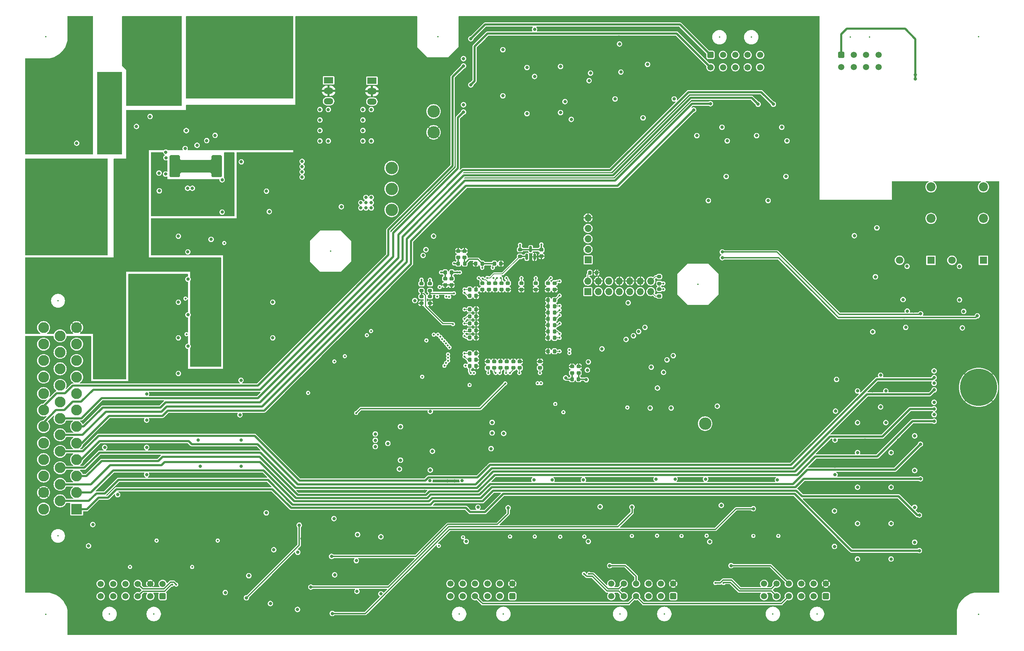
<source format=gbl>
%TF.GenerationSoftware,KiCad,Pcbnew,8.0.4*%
%TF.CreationDate,2024-11-12T22:32:29+03:00*%
%TF.ProjectId,EVD80_ControlBoard,45564438-305f-4436-9f6e-74726f6c426f,rev?*%
%TF.SameCoordinates,Original*%
%TF.FileFunction,Copper,L6,Bot*%
%TF.FilePolarity,Positive*%
%FSLAX46Y46*%
G04 Gerber Fmt 4.6, Leading zero omitted, Abs format (unit mm)*
G04 Created by KiCad (PCBNEW 8.0.4) date 2024-11-12 22:32:29*
%MOMM*%
%LPD*%
G01*
G04 APERTURE LIST*
G04 Aperture macros list*
%AMRoundRect*
0 Rectangle with rounded corners*
0 $1 Rounding radius*
0 $2 $3 $4 $5 $6 $7 $8 $9 X,Y pos of 4 corners*
0 Add a 4 corners polygon primitive as box body*
4,1,4,$2,$3,$4,$5,$6,$7,$8,$9,$2,$3,0*
0 Add four circle primitives for the rounded corners*
1,1,$1+$1,$2,$3*
1,1,$1+$1,$4,$5*
1,1,$1+$1,$6,$7*
1,1,$1+$1,$8,$9*
0 Add four rect primitives between the rounded corners*
20,1,$1+$1,$2,$3,$4,$5,0*
20,1,$1+$1,$4,$5,$6,$7,0*
20,1,$1+$1,$6,$7,$8,$9,0*
20,1,$1+$1,$8,$9,$2,$3,0*%
G04 Aperture macros list end*
%TA.AperFunction,EtchedComponent*%
%ADD10C,0.000000*%
%TD*%
%TA.AperFunction,ComponentPad*%
%ADD11C,3.000000*%
%TD*%
%TA.AperFunction,ComponentPad*%
%ADD12RoundRect,0.250001X0.499999X0.499999X-0.499999X0.499999X-0.499999X-0.499999X0.499999X-0.499999X0*%
%TD*%
%TA.AperFunction,ComponentPad*%
%ADD13C,1.500000*%
%TD*%
%TA.AperFunction,ComponentPad*%
%ADD14R,1.700000X1.700000*%
%TD*%
%TA.AperFunction,ComponentPad*%
%ADD15O,1.700000X1.700000*%
%TD*%
%TA.AperFunction,ComponentPad*%
%ADD16C,0.900000*%
%TD*%
%TA.AperFunction,ComponentPad*%
%ADD17C,9.000000*%
%TD*%
%TA.AperFunction,ComponentPad*%
%ADD18C,2.200000*%
%TD*%
%TA.AperFunction,ComponentPad*%
%ADD19R,1.800000X1.800000*%
%TD*%
%TA.AperFunction,ComponentPad*%
%ADD20C,1.800000*%
%TD*%
%TA.AperFunction,ComponentPad*%
%ADD21R,2.300000X1.500000*%
%TD*%
%TA.AperFunction,ComponentPad*%
%ADD22O,2.300000X1.500000*%
%TD*%
%TA.AperFunction,ComponentPad*%
%ADD23C,0.499999*%
%TD*%
%TA.AperFunction,ComponentPad*%
%ADD24RoundRect,0.250001X-0.499999X-0.499999X0.499999X-0.499999X0.499999X0.499999X-0.499999X0.499999X0*%
%TD*%
%TA.AperFunction,SMDPad,CuDef*%
%ADD25RoundRect,0.225000X0.225000X0.250000X-0.225000X0.250000X-0.225000X-0.250000X0.225000X-0.250000X0*%
%TD*%
%TA.AperFunction,SMDPad,CuDef*%
%ADD26RoundRect,0.225000X-0.225000X-0.250000X0.225000X-0.250000X0.225000X0.250000X-0.225000X0.250000X0*%
%TD*%
%TA.AperFunction,SMDPad,CuDef*%
%ADD27RoundRect,0.225000X0.250000X-0.225000X0.250000X0.225000X-0.250000X0.225000X-0.250000X-0.225000X0*%
%TD*%
%TA.AperFunction,SMDPad,CuDef*%
%ADD28RoundRect,0.200000X-0.275000X0.200000X-0.275000X-0.200000X0.275000X-0.200000X0.275000X0.200000X0*%
%TD*%
%TA.AperFunction,SMDPad,CuDef*%
%ADD29RoundRect,0.225000X-0.250000X0.225000X-0.250000X-0.225000X0.250000X-0.225000X0.250000X0.225000X0*%
%TD*%
%TA.AperFunction,ComponentPad*%
%ADD30R,2.625000X2.625000*%
%TD*%
%TA.AperFunction,ComponentPad*%
%ADD31C,2.625000*%
%TD*%
%TA.AperFunction,SMDPad,CuDef*%
%ADD32RoundRect,0.218750X-0.218750X-0.256250X0.218750X-0.256250X0.218750X0.256250X-0.218750X0.256250X0*%
%TD*%
%TA.AperFunction,SMDPad,CuDef*%
%ADD33RoundRect,0.218750X0.218750X0.256250X-0.218750X0.256250X-0.218750X-0.256250X0.218750X-0.256250X0*%
%TD*%
%TA.AperFunction,SMDPad,CuDef*%
%ADD34RoundRect,0.150000X0.150000X-0.587500X0.150000X0.587500X-0.150000X0.587500X-0.150000X-0.587500X0*%
%TD*%
%TA.AperFunction,SMDPad,CuDef*%
%ADD35RoundRect,0.200000X0.275000X-0.200000X0.275000X0.200000X-0.275000X0.200000X-0.275000X-0.200000X0*%
%TD*%
%TA.AperFunction,SMDPad,CuDef*%
%ADD36RoundRect,0.200000X-0.200000X-0.275000X0.200000X-0.275000X0.200000X0.275000X-0.200000X0.275000X0*%
%TD*%
%TA.AperFunction,SMDPad,CuDef*%
%ADD37R,8.500000X2.000000*%
%TD*%
%TA.AperFunction,ViaPad*%
%ADD38C,0.800000*%
%TD*%
%TA.AperFunction,ViaPad*%
%ADD39C,0.500000*%
%TD*%
%TA.AperFunction,Conductor*%
%ADD40C,0.200000*%
%TD*%
%TA.AperFunction,Conductor*%
%ADD41C,0.300000*%
%TD*%
%TA.AperFunction,Conductor*%
%ADD42C,0.250000*%
%TD*%
%TA.AperFunction,Conductor*%
%ADD43C,0.500000*%
%TD*%
%ADD44C,0.350000*%
%ADD45C,0.200000*%
%ADD46C,0.203200*%
G04 APERTURE END LIST*
D10*
%TA.AperFunction,EtchedComponent*%
%TO.C,NT2*%
G36*
X130000000Y-140250000D02*
G01*
X121500000Y-140250000D01*
X121500000Y-136250000D01*
X130000000Y-136250000D01*
X130000000Y-140250000D01*
G37*
%TD.AperFunction*%
%TD*%
D11*
%TO.P,TP1,1,1*%
%TO.N,VDD_3V3*%
X188820000Y-121876000D03*
%TD*%
D12*
%TO.P,J9,1,Pin_1*%
%TO.N,TEMP_FW_N*%
X133342000Y-220623000D03*
D13*
%TO.P,J9,2,Pin_2*%
%TO.N,+15V*%
X130342000Y-220623000D03*
%TO.P,J9,3,Pin_3*%
%TO.N,FW_H_P*%
X127342000Y-220623000D03*
%TO.P,J9,4,Pin_4*%
%TO.N,FAULT_FW_P*%
X124342000Y-220623000D03*
%TO.P,J9,5,Pin_5*%
%TO.N,FW_L_P*%
X121342000Y-220623000D03*
%TO.P,J9,6,Pin_6*%
%TO.N,RESET_FW*%
X118342000Y-220623000D03*
%TO.P,J9,7,Pin_7*%
%TO.N,TEMP_FW_P*%
X133342000Y-217623000D03*
%TO.P,J9,8,Pin_8*%
%TO.N,GND*%
X130342000Y-217623000D03*
%TO.P,J9,9,Pin_9*%
%TO.N,FW_H_N*%
X127342000Y-217623000D03*
%TO.P,J9,10,Pin_10*%
%TO.N,FAULT_FW_N*%
X124342000Y-217623000D03*
%TO.P,J9,11,Pin_11*%
%TO.N,FW_L_N*%
X121342000Y-217623000D03*
%TO.P,J9,12,Pin_12*%
%TO.N,FW_CUR_IN_INT*%
X118342000Y-217623000D03*
%TD*%
D14*
%TO.P,J1,1,Pin_1*%
%TO.N,TMS*%
X236375000Y-146775000D03*
D15*
%TO.P,J1,2,Pin_2*%
%TO.N,~{TRST}*%
X236375000Y-144235000D03*
%TO.P,J1,3,Pin_3*%
%TO.N,TDI*%
X238915000Y-146775000D03*
%TO.P,J1,4,Pin_4*%
%TO.N,GND*%
X238915000Y-144235000D03*
%TO.P,J1,5,Pin_5*%
%TO.N,VDD_3V3*%
X241455000Y-146775000D03*
%TO.P,J1,6,Pin_6*%
%TO.N,unconnected-(J1-Pin_6-Pad6)*%
X241455000Y-144235000D03*
%TO.P,J1,7,Pin_7*%
%TO.N,TDO*%
X243995000Y-146775000D03*
%TO.P,J1,8,Pin_8*%
%TO.N,GND*%
X243995000Y-144235000D03*
%TO.P,J1,9,Pin_9*%
%TO.N,TCK*%
X246535000Y-146775000D03*
%TO.P,J1,10,Pin_10*%
%TO.N,GND*%
X246535000Y-144235000D03*
%TO.P,J1,11,Pin_11*%
%TO.N,TCK*%
X249075000Y-146775000D03*
%TO.P,J1,12,Pin_12*%
%TO.N,GND*%
X249075000Y-144235000D03*
%TO.P,J1,13,Pin_13*%
%TO.N,Net-(J1-Pin_13)*%
X251615000Y-146775000D03*
%TO.P,J1,14,Pin_14*%
%TO.N,Net-(J1-Pin_14)*%
X251615000Y-144235000D03*
%TD*%
D11*
%TO.P,TP3,1,1*%
%TO.N,+1V2*%
X188820000Y-126956000D03*
%TD*%
%TO.P,TP5,1,1*%
%TO.N,+15V*%
X198980000Y-103080000D03*
%TD*%
D16*
%TO.P,H5,1,1*%
%TO.N,GND*%
X327625000Y-170000000D03*
X328613515Y-167613515D03*
X328613515Y-172386485D03*
X331000000Y-166625000D03*
D17*
X331000000Y-170000000D03*
D16*
X331000000Y-173375000D03*
X333386485Y-167613515D03*
X333386485Y-172386485D03*
X334375000Y-170000000D03*
%TD*%
D18*
%TO.P,K2,11*%
%TO.N,Net-(K2-Pad11)*%
X319479500Y-129027500D03*
%TO.P,K2,14*%
%TO.N,Net-(C194-Pad1)*%
X319479500Y-121407500D03*
D19*
%TO.P,K2,A1*%
%TO.N,+5V*%
X319479500Y-139187500D03*
D20*
%TO.P,K2,A2*%
%TO.N,Net-(D46-A)*%
X311859500Y-139187500D03*
%TD*%
D21*
%TO.P,U2,1,IN*%
%TO.N,Net-(U2-IN)*%
X173542500Y-95553000D03*
D22*
%TO.P,U2,2,GND*%
%TO.N,GND*%
X173542500Y-98093000D03*
%TO.P,U2,3,OUT*%
%TO.N,VDD_3V3*%
X173542500Y-100633000D03*
%TD*%
D23*
%TO.P,U7,177,PWRPAD*%
%TO.N,GND*%
X214699999Y-158300001D03*
X215799999Y-158300001D03*
X216900000Y-158300001D03*
X218000000Y-158300001D03*
X219099998Y-158300001D03*
X220199998Y-158300001D03*
X221299998Y-158300001D03*
X214699999Y-157200001D03*
X215799999Y-157200001D03*
X216900000Y-157200001D03*
X218000000Y-157200001D03*
X219099998Y-157200001D03*
X220199998Y-157200001D03*
X221299998Y-157200001D03*
X214699999Y-156100000D03*
X215799999Y-156100000D03*
X216900000Y-156100000D03*
X218000000Y-156100000D03*
X219099998Y-156100000D03*
X220199998Y-156100000D03*
X221299998Y-156100000D03*
X214699999Y-155000000D03*
X215799999Y-155000000D03*
X216900000Y-155000000D03*
X218000000Y-155000000D03*
X219099998Y-155000000D03*
X220199998Y-155000000D03*
X221299998Y-155000000D03*
X214699999Y-153900002D03*
X215799999Y-153900002D03*
X216900000Y-153900002D03*
X218000000Y-153900002D03*
X219099998Y-153900002D03*
X220199998Y-153900002D03*
X221299998Y-153900002D03*
X214699999Y-152800002D03*
X215799999Y-152800002D03*
X216900000Y-152800002D03*
X218000000Y-152800002D03*
X219099998Y-152800002D03*
X220199998Y-152800002D03*
X221299998Y-152800002D03*
X214699999Y-151700002D03*
X215799999Y-151700002D03*
X216900000Y-151700002D03*
X218000000Y-151700002D03*
X219099998Y-151700002D03*
X220199998Y-151700002D03*
X221299998Y-151700002D03*
%TD*%
D18*
%TO.P,K1,11*%
%TO.N,Net-(K1-Pad11)*%
X332179500Y-129027500D03*
%TO.P,K1,14*%
%TO.N,Net-(C190-Pad1)*%
X332179500Y-121407500D03*
D19*
%TO.P,K1,A1*%
%TO.N,+5V*%
X332179500Y-139187500D03*
D20*
%TO.P,K1,A2*%
%TO.N,Net-(D44-A)*%
X324559500Y-139187500D03*
%TD*%
D12*
%TO.P,J5,1,Pin_1*%
%TO.N,+15V*%
X257042000Y-220608000D03*
D13*
%TO.P,J5,2,Pin_2*%
%TO.N,VL_N*%
X254042000Y-220608000D03*
%TO.P,J5,3,Pin_3*%
%TO.N,TEMP_PW_B_P*%
X251042000Y-220608000D03*
%TO.P,J5,4,Pin_4*%
%TO.N,RESET_PW*%
X248042000Y-220608000D03*
%TO.P,J5,5,Pin_5*%
%TO.N,VH_N*%
X245042000Y-220608000D03*
%TO.P,J5,6,Pin_6*%
%TO.N,FAULT_PW_B_P*%
X242042000Y-220608000D03*
%TO.P,J5,7,Pin_7*%
%TO.N,GND*%
X257042000Y-217608000D03*
%TO.P,J5,8,Pin_8*%
%TO.N,VL_P*%
X254042000Y-217608000D03*
%TO.P,J5,9,Pin_9*%
%TO.N,TEMP_PW_B_N*%
X251042000Y-217608000D03*
%TO.P,J5,10,Pin_10*%
%TO.N,V_CUR_IN*%
X248042000Y-217608000D03*
%TO.P,J5,11,Pin_11*%
%TO.N,VH_P*%
X245042000Y-217608000D03*
%TO.P,J5,12,Pin_12*%
%TO.N,FAULT_PW_B_N*%
X242042000Y-217608000D03*
%TD*%
D11*
%TO.P,TP4,1,1*%
%TO.N,VAA*%
X264766000Y-178772000D03*
%TD*%
D14*
%TO.P,J10,1,Pin_1*%
%TO.N,LED1*%
X236398000Y-139063000D03*
D15*
%TO.P,J10,2,Pin_2*%
%TO.N,LED2*%
X236398000Y-136523000D03*
%TO.P,J10,3,Pin_3*%
%TO.N,LED3*%
X236398000Y-133983000D03*
%TO.P,J10,4,Pin_4*%
%TO.N,LED4*%
X236398000Y-131443000D03*
%TO.P,J10,5,Pin_5*%
%TO.N,GND*%
X236398000Y-128903000D03*
%TD*%
D24*
%TO.P,J3,1,Pin_1*%
%TO.N,VDC_N*%
X297760000Y-89387000D03*
D13*
%TO.P,J3,2,Pin_2*%
%TO.N,unconnected-(J3-Pin_2-Pad2)*%
X300760000Y-89387000D03*
%TO.P,J3,3,Pin_3*%
%TO.N,unconnected-(J3-Pin_3-Pad3)*%
X303760000Y-89387000D03*
%TO.P,J3,4,Pin_4*%
%TO.N,VDC_P*%
X306760000Y-89387000D03*
%TO.P,J3,5,Pin_5*%
%TO.N,VDC_N*%
X297760000Y-92387000D03*
%TO.P,J3,6,Pin_6*%
%TO.N,unconnected-(J3-Pin_6-Pad6)*%
X300760000Y-92387000D03*
%TO.P,J3,7,Pin_7*%
%TO.N,unconnected-(J3-Pin_7-Pad7)*%
X303760000Y-92387000D03*
%TO.P,J3,8,Pin_8*%
%TO.N,VDC_P*%
X306760000Y-92387000D03*
%TD*%
D12*
%TO.P,J4,1,Pin_1*%
%TO.N,+15V*%
X218042000Y-220608000D03*
D13*
%TO.P,J4,2,Pin_2*%
%TO.N,UL_N*%
X215042000Y-220608000D03*
%TO.P,J4,3,Pin_3*%
%TO.N,TEMP_PW_A_P*%
X212042000Y-220608000D03*
%TO.P,J4,4,Pin_4*%
%TO.N,RESET_PW*%
X209042000Y-220608000D03*
%TO.P,J4,5,Pin_5*%
%TO.N,UH_N*%
X206042000Y-220608000D03*
%TO.P,J4,6,Pin_6*%
%TO.N,FAULT_PW_A_P*%
X203042000Y-220608000D03*
%TO.P,J4,7,Pin_7*%
%TO.N,GND*%
X218042000Y-217608000D03*
%TO.P,J4,8,Pin_8*%
%TO.N,UL_P*%
X215042000Y-217608000D03*
%TO.P,J4,9,Pin_9*%
%TO.N,TEMP_PW_A_N*%
X212042000Y-217608000D03*
%TO.P,J4,10,Pin_10*%
%TO.N,U_CUR_IN*%
X209042000Y-217608000D03*
%TO.P,J4,11,Pin_11*%
%TO.N,UH_P*%
X206042000Y-217608000D03*
%TO.P,J4,12,Pin_12*%
%TO.N,FAULT_PW_A_N*%
X203042000Y-217608000D03*
%TD*%
D11*
%TO.P,TP2,1,1*%
%TO.N,+5V*%
X188820000Y-116796000D03*
%TD*%
D12*
%TO.P,J6,1,Pin_1*%
%TO.N,+15V*%
X294042000Y-220608000D03*
D13*
%TO.P,J6,2,Pin_2*%
%TO.N,WL_N*%
X291042000Y-220608000D03*
%TO.P,J6,3,Pin_3*%
%TO.N,TEMP_PW_C_P*%
X288042000Y-220608000D03*
%TO.P,J6,4,Pin_4*%
%TO.N,RESET_PW*%
X285042000Y-220608000D03*
%TO.P,J6,5,Pin_5*%
%TO.N,WH_N*%
X282042000Y-220608000D03*
%TO.P,J6,6,Pin_6*%
%TO.N,FAULT_PW_C_P*%
X279042000Y-220608000D03*
%TO.P,J6,7,Pin_7*%
%TO.N,GND*%
X294042000Y-217608000D03*
%TO.P,J6,8,Pin_8*%
%TO.N,WL_P*%
X291042000Y-217608000D03*
%TO.P,J6,9,Pin_9*%
%TO.N,TEMP_PW_C_N*%
X288042000Y-217608000D03*
%TO.P,J6,10,Pin_10*%
%TO.N,W_CUR_IN*%
X285042000Y-217608000D03*
%TO.P,J6,11,Pin_11*%
%TO.N,WH_P*%
X282042000Y-217608000D03*
%TO.P,J6,12,Pin_12*%
%TO.N,FAULT_PW_C_N*%
X279042000Y-217608000D03*
%TD*%
D24*
%TO.P,J11,1,Pin_1*%
%TO.N,~{EXC_OUT}_IC*%
X266085000Y-89411000D03*
D13*
%TO.P,J11,2,Pin_2*%
%TO.N,~{COS_IN}_IC*%
X269085000Y-89411000D03*
%TO.P,J11,3,Pin_3*%
%TO.N,~{SIN_IN}_IC*%
X272085000Y-89411000D03*
%TO.P,J11,4,Pin_4*%
%TO.N,NTC_FW_2_IC*%
X275085000Y-89411000D03*
%TO.P,J11,5,Pin_5*%
%TO.N,NTC_FW_1_IC*%
X278085000Y-89411000D03*
%TO.P,J11,6,Pin_6*%
%TO.N,EXC_OUT_IC*%
X266085000Y-92411000D03*
%TO.P,J11,7,Pin_7*%
%TO.N,COS_IN_IC*%
X269085000Y-92411000D03*
%TO.P,J11,8,Pin_8*%
%TO.N,SIN_IN_IC*%
X272085000Y-92411000D03*
%TO.P,J11,9,Pin_9*%
%TO.N,NTC_AW_2_IC*%
X275085000Y-92411000D03*
%TO.P,J11,10,Pin_10*%
%TO.N,NTC_AW_1_IC*%
X278085000Y-92411000D03*
%TD*%
D11*
%TO.P,TP6,1,1*%
%TO.N,GND*%
X198980000Y-108160000D03*
%TD*%
D21*
%TO.P,U3,1,IN*%
%TO.N,Net-(U3-IN)*%
X184042500Y-95646000D03*
D22*
%TO.P,U3,2,GND*%
%TO.N,GND*%
X184042500Y-98186000D03*
%TO.P,U3,3,OUT*%
%TO.N,+5V*%
X184042500Y-100726000D03*
%TD*%
D25*
%TO.P,C55,1*%
%TO.N,GND*%
X209275000Y-147800000D03*
%TO.P,C55,2*%
%TO.N,VDDIO_3V3*%
X207725000Y-147800000D03*
%TD*%
D26*
%TO.P,C26,1*%
%TO.N,VDDOSC_3V3*%
X213725000Y-140000000D03*
%TO.P,C26,2*%
%TO.N,GND*%
X215275000Y-140000000D03*
%TD*%
D27*
%TO.P,C48,1*%
%TO.N,GND*%
X228300000Y-146275000D03*
%TO.P,C48,2*%
%TO.N,VDDIO_3V3*%
X228300000Y-144725000D03*
%TD*%
D28*
%TO.P,R14,1*%
%TO.N,Net-(J1-Pin_14)*%
X253652000Y-143151000D03*
%TO.P,R14,2*%
%TO.N,VDD_3V3*%
X253652000Y-144801000D03*
%TD*%
D27*
%TO.P,C25,1*%
%TO.N,GND*%
X212350000Y-146275000D03*
%TO.P,C25,2*%
%TO.N,VDD_1V2*%
X212350000Y-144725000D03*
%TD*%
D25*
%TO.P,C56,1*%
%TO.N,GND*%
X209275000Y-151100000D03*
%TO.P,C56,2*%
%TO.N,VDDIO_3V3*%
X207725000Y-151100000D03*
%TD*%
D29*
%TO.P,C40,1*%
%TO.N,GND*%
X213650000Y-163725000D03*
%TO.P,C40,2*%
%TO.N,VDDIO_3V3*%
X213650000Y-165275000D03*
%TD*%
D27*
%TO.P,C49,1*%
%TO.N,GND*%
X226700000Y-146275000D03*
%TO.P,C49,2*%
%TO.N,VDDIO_3V3*%
X226700000Y-144725000D03*
%TD*%
D26*
%TO.P,C20,1*%
%TO.N,GND*%
X226725000Y-158000000D03*
%TO.P,C20,2*%
%TO.N,VDD_1V2*%
X228275000Y-158000000D03*
%TD*%
D25*
%TO.P,C57,1*%
%TO.N,GND*%
X209275000Y-152800000D03*
%TO.P,C57,2*%
%TO.N,VDDIO_3V3*%
X207725000Y-152800000D03*
%TD*%
D28*
%TO.P,R18,1*%
%TO.N,GPIO72{slash}BOOT1*%
X198120000Y-147968000D03*
%TO.P,R18,2*%
%TO.N,GND*%
X198120000Y-149618000D03*
%TD*%
D30*
%TO.P,J2,1,1*%
%TO.N,BRK_2_IN*%
X112500000Y-199500000D03*
D31*
%TO.P,J2,2,2*%
%TO.N,THR_2_IN*%
X112500000Y-195500000D03*
%TO.P,J2,3,3*%
%TO.N,NTC_AW_1_MC*%
X112500000Y-191500000D03*
%TO.P,J2,4,4*%
%TO.N,NTC_FW_1_MC*%
X112500000Y-187500000D03*
%TO.P,J2,5,5*%
%TO.N,~{COS_IN}_MC*%
X112500000Y-183500000D03*
%TO.P,J2,6,6*%
%TO.N,~{SIN_IN}_MC*%
X112500000Y-179500000D03*
%TO.P,J2,7,7*%
%TO.N,RIGHT_SUPPORT_IN*%
X112500000Y-175500000D03*
%TO.P,J2,8,8*%
%TO.N,LEFT_SUPPORT_IN*%
X112500000Y-171500000D03*
%TO.P,J2,9,9*%
%TO.N,GEAR_DRIVE_IN*%
X112500000Y-167500000D03*
%TO.P,J2,10,10*%
%TO.N,PWR_ST_PWM_OUT*%
X112500000Y-163500000D03*
%TO.P,J2,11,11*%
%TO.N,PARK_BREAK_OUT*%
X112500000Y-159500000D03*
%TO.P,J2,12,12*%
%TO.N,GND_IN*%
X112500000Y-155500000D03*
%TO.P,J2,13,13*%
%TO.N,BRK_1_IN*%
X108500000Y-197500000D03*
%TO.P,J2,14,14*%
%TO.N,THR_1_IN*%
X108500000Y-193500000D03*
%TO.P,J2,15,15*%
%TO.N,NTC_AW_2_MC*%
X108500000Y-189500000D03*
%TO.P,J2,16,16*%
%TO.N,NTC_FW_2_MC*%
X108500000Y-185500000D03*
%TO.P,J2,17,17*%
%TO.N,COS_IN_MC*%
X108500000Y-181500000D03*
%TO.P,J2,18,18*%
%TO.N,SIN_IN_MC*%
X108500000Y-177500000D03*
%TO.P,J2,19,19*%
%TO.N,IGNITION_ON_IN*%
X108500000Y-173500000D03*
%TO.P,J2,20,20*%
%TO.N,EMERG_STOP_IN*%
X108500000Y-169500000D03*
%TO.P,J2,21,21*%
%TO.N,HV_ON_IN*%
X108500000Y-165500000D03*
%TO.P,J2,22,22*%
%TO.N,SHUNT_CONT_OUT*%
X108500000Y-161500000D03*
%TO.P,J2,23,23*%
%TO.N,POWER_CONT_OUT*%
X108500000Y-157500000D03*
%TO.P,J2,24,24*%
%TO.N,+5V*%
X104500000Y-199500000D03*
%TO.P,J2,25,25*%
%TO.N,GND*%
X104500000Y-195500000D03*
%TO.P,J2,26,26*%
%TO.N,CAN_H*%
X104500000Y-191500000D03*
%TO.P,J2,27,27*%
%TO.N,CAN_L*%
X104500000Y-187500000D03*
%TO.P,J2,28,28*%
%TO.N,GND_CAN*%
X104500000Y-183500000D03*
%TO.P,J2,29,29*%
%TO.N,EXC_OUT_MC*%
X104500000Y-179500000D03*
%TO.P,J2,30,30*%
%TO.N,~{EXC_OUT}_MC*%
X104500000Y-175500000D03*
%TO.P,J2,31,31*%
%TO.N,GEAR_PARKING_IN*%
X104500000Y-171500000D03*
%TO.P,J2,32,32*%
%TO.N,GEAR_REVERSE_IN*%
X104500000Y-167500000D03*
%TO.P,J2,33,33*%
%TO.N,PUMP_OUT*%
X104500000Y-163500000D03*
%TO.P,J2,34,34*%
%TO.N,REV_LIGHT_OUT*%
X104500000Y-159500000D03*
%TO.P,J2,35,35*%
%TO.N,VIN*%
X104500000Y-155500000D03*
%TD*%
D29*
%TO.P,C19,1*%
%TO.N,GND*%
X218300000Y-163725000D03*
%TO.P,C19,2*%
%TO.N,VDD_1V2*%
X218300000Y-165275000D03*
%TD*%
%TO.P,C28,1*%
%TO.N,VDD_3V3*%
X201803000Y-143624000D03*
%TO.P,C28,2*%
%TO.N,GND*%
X201803000Y-145174000D03*
%TD*%
D32*
%TO.P,L4,1,1*%
%TO.N,VDD_3V3*%
X201777500Y-142113000D03*
%TO.P,L4,2,2*%
%TO.N,VDDIO_3V3*%
X203352500Y-142113000D03*
%TD*%
D28*
%TO.P,R12,1*%
%TO.N,GPIO84{slash}BOOT0*%
X196056000Y-147968000D03*
%TO.P,R12,2*%
%TO.N,GND*%
X196056000Y-149618000D03*
%TD*%
D29*
%TO.P,C42,1*%
%TO.N,GND*%
X216750000Y-163725000D03*
%TO.P,C42,2*%
%TO.N,VDDIO_3V3*%
X216750000Y-165275000D03*
%TD*%
D33*
%TO.P,L6,1,1*%
%TO.N,VDD_3V3*%
X234100000Y-168000000D03*
%TO.P,L6,2,2*%
%TO.N,VDDA_3V3*%
X232525000Y-168000000D03*
%TD*%
D27*
%TO.P,C36,1*%
%TO.N,VDDOSC_3V3*%
X206502000Y-138489000D03*
%TO.P,C36,2*%
%TO.N,GND*%
X206502000Y-136939000D03*
%TD*%
D25*
%TO.P,C24,1*%
%TO.N,VDDOSC_3V3*%
X210750000Y-140000000D03*
%TO.P,C24,2*%
%TO.N,GND*%
X209200000Y-140000000D03*
%TD*%
D34*
%TO.P,U9,1,GND*%
%TO.N,GND*%
X223454000Y-138351500D03*
%TO.P,U9,2,~{RESET}*%
%TO.N,~{RESET}*%
X221554000Y-138351500D03*
%TO.P,U9,3,VDD*%
%TO.N,VDD_3V3*%
X222504000Y-136476500D03*
%TD*%
D25*
%TO.P,C32,1*%
%TO.N,GND*%
X209275000Y-156200000D03*
%TO.P,C32,2*%
%TO.N,VDD_1V2*%
X207725000Y-156200000D03*
%TD*%
D27*
%TO.P,C35,1*%
%TO.N,VDD_3V3*%
X204978000Y-138489000D03*
%TO.P,C35,2*%
%TO.N,GND*%
X204978000Y-136939000D03*
%TD*%
D25*
%TO.P,C27,1*%
%TO.N,GND*%
X209275000Y-146250000D03*
%TO.P,C27,2*%
%TO.N,VDD_1V2*%
X207725000Y-146250000D03*
%TD*%
D29*
%TO.P,C39,1*%
%TO.N,GND*%
X212100000Y-163725000D03*
%TO.P,C39,2*%
%TO.N,VDDIO_3V3*%
X212100000Y-165275000D03*
%TD*%
D25*
%TO.P,C29,1*%
%TO.N,VDDA_3V3*%
X228275000Y-161250000D03*
%TO.P,C29,2*%
%TO.N,GND*%
X226725000Y-161250000D03*
%TD*%
D26*
%TO.P,C21,1*%
%TO.N,GND*%
X226725000Y-150380000D03*
%TO.P,C21,2*%
%TO.N,VDD_1V2*%
X228275000Y-150380000D03*
%TD*%
D28*
%TO.P,R17,1*%
%TO.N,VDD_3V3*%
X198120000Y-144868000D03*
%TO.P,R17,2*%
%TO.N,GPIO72{slash}BOOT1*%
X198120000Y-146518000D03*
%TD*%
D26*
%TO.P,C46,1*%
%TO.N,GND*%
X226725000Y-151904000D03*
%TO.P,C46,2*%
%TO.N,VDDIO_3V3*%
X228275000Y-151904000D03*
%TD*%
D29*
%TO.P,C18,1*%
%TO.N,GND*%
X215198000Y-163725000D03*
%TO.P,C18,2*%
%TO.N,VDD_1V2*%
X215198000Y-165275000D03*
%TD*%
D26*
%TO.P,C47,1*%
%TO.N,GND*%
X226725000Y-148850000D03*
%TO.P,C47,2*%
%TO.N,VDDIO_3V3*%
X228275000Y-148850000D03*
%TD*%
D27*
%TO.P,C31,1*%
%TO.N,VDDA_3V3*%
X224750000Y-165275000D03*
%TO.P,C31,2*%
%TO.N,GND*%
X224750000Y-163725000D03*
%TD*%
D29*
%TO.P,C33,1*%
%TO.N,VDDIO_3V3*%
X203327000Y-143624000D03*
%TO.P,C33,2*%
%TO.N,GND*%
X203327000Y-145174000D03*
%TD*%
D35*
%TO.P,R13,1*%
%TO.N,Net-(J1-Pin_13)*%
X253652000Y-147849000D03*
%TO.P,R13,2*%
%TO.N,VDD_3V3*%
X253652000Y-146199000D03*
%TD*%
D25*
%TO.P,C58,1*%
%TO.N,GND*%
X209275000Y-157900000D03*
%TO.P,C58,2*%
%TO.N,VDDIO_3V3*%
X207725000Y-157900000D03*
%TD*%
D36*
%TO.P,R16,1*%
%TO.N,~{TRST}*%
X236820000Y-142203000D03*
%TO.P,R16,2*%
%TO.N,GND*%
X238470000Y-142203000D03*
%TD*%
D32*
%TO.P,L5,1,1*%
%TO.N,VDD_3V3*%
X204952500Y-140000000D03*
%TO.P,L5,2,2*%
%TO.N,VDDOSC_3V3*%
X206527500Y-140000000D03*
%TD*%
D25*
%TO.P,C59,1*%
%TO.N,GND*%
X209275000Y-161750000D03*
%TO.P,C59,2*%
%TO.N,VDDIO_3V3*%
X207725000Y-161750000D03*
%TD*%
%TO.P,C37,1*%
%TO.N,GND*%
X209275000Y-164850000D03*
%TO.P,C37,2*%
%TO.N,VDDIO_3V3*%
X207725000Y-164850000D03*
%TD*%
D27*
%TO.P,C54,1*%
%TO.N,GND*%
X210800000Y-146275000D03*
%TO.P,C54,2*%
%TO.N,VDDIO_3V3*%
X210800000Y-144725000D03*
%TD*%
%TO.P,C41,1*%
%TO.N,VDDA_3V3*%
X232512500Y-166475000D03*
%TO.P,C41,2*%
%TO.N,GND*%
X232512500Y-164925000D03*
%TD*%
D37*
%TO.P,NT2,1,1*%
%TO.N,GND_IN*%
X125750000Y-140250000D03*
%TO.P,NT2,2,2*%
%TO.N,GND*%
X125750000Y-136250000D03*
%TD*%
D25*
%TO.P,C22,1*%
%TO.N,VDD_3V3*%
X228275000Y-153428000D03*
%TO.P,C22,2*%
%TO.N,GND*%
X226725000Y-153428000D03*
%TD*%
D27*
%TO.P,C38,1*%
%TO.N,VDD_3V3*%
X234112500Y-166475000D03*
%TO.P,C38,2*%
%TO.N,GND*%
X234112500Y-164925000D03*
%TD*%
%TO.P,C52,1*%
%TO.N,GND*%
X217000000Y-146275000D03*
%TO.P,C52,2*%
%TO.N,VDDIO_3V3*%
X217000000Y-144725000D03*
%TD*%
%TO.P,C51,1*%
%TO.N,GND*%
X220250000Y-146275000D03*
%TO.P,C51,2*%
%TO.N,VDDIO_3V3*%
X220250000Y-144725000D03*
%TD*%
D25*
%TO.P,C34,1*%
%TO.N,GND*%
X209275000Y-163300000D03*
%TO.P,C34,2*%
%TO.N,VDD_1V2*%
X207725000Y-163300000D03*
%TD*%
D26*
%TO.P,C45,1*%
%TO.N,GND*%
X226725000Y-154952000D03*
%TO.P,C45,2*%
%TO.N,VDDIO_3V3*%
X228275000Y-154952000D03*
%TD*%
D27*
%TO.P,C50,1*%
%TO.N,GND*%
X223750000Y-146275000D03*
%TO.P,C50,2*%
%TO.N,VDDIO_3V3*%
X223750000Y-144725000D03*
%TD*%
D28*
%TO.P,R19,1*%
%TO.N,VDD_3V3*%
X219904000Y-136589000D03*
%TO.P,R19,2*%
%TO.N,~{RESET}*%
X219904000Y-138239000D03*
%TD*%
D27*
%TO.P,C63,1*%
%TO.N,GND*%
X225104000Y-138189000D03*
%TO.P,C63,2*%
%TO.N,VDD_3V3*%
X225104000Y-136639000D03*
%TD*%
D28*
%TO.P,R11,1*%
%TO.N,VDD_3V3*%
X196056000Y-144868000D03*
%TO.P,R11,2*%
%TO.N,GPIO84{slash}BOOT0*%
X196056000Y-146518000D03*
%TD*%
D26*
%TO.P,C44,1*%
%TO.N,GND*%
X226725000Y-156476000D03*
%TO.P,C44,2*%
%TO.N,VDDIO_3V3*%
X228275000Y-156476000D03*
%TD*%
D27*
%TO.P,C23,1*%
%TO.N,GND*%
X213900000Y-146275000D03*
%TO.P,C23,2*%
%TO.N,VDD_1V2*%
X213900000Y-144725000D03*
%TD*%
D25*
%TO.P,C30,1*%
%TO.N,GND*%
X209275000Y-154500000D03*
%TO.P,C30,2*%
%TO.N,VDD_1V2*%
X207725000Y-154500000D03*
%TD*%
D27*
%TO.P,C53,1*%
%TO.N,GND*%
X215450000Y-146275000D03*
%TO.P,C53,2*%
%TO.N,VDDIO_3V3*%
X215450000Y-144725000D03*
%TD*%
D29*
%TO.P,C43,1*%
%TO.N,GND*%
X219850000Y-163725000D03*
%TO.P,C43,2*%
%TO.N,VDDIO_3V3*%
X219850000Y-165275000D03*
%TD*%
D38*
%TO.N,VDD_3V3*%
X180572025Y-205678025D03*
X327406000Y-151572000D03*
X301686000Y-170864000D03*
D39*
X254650000Y-144800000D03*
D38*
X152324000Y-168278000D03*
X174842000Y-201808000D03*
X171450000Y-105185000D03*
D39*
X219904000Y-135414000D03*
D38*
X171450000Y-110265000D03*
X115394000Y-208430000D03*
X175017000Y-215443000D03*
D39*
X229642000Y-206208000D03*
D38*
X167132000Y-115214000D03*
D39*
X200242000Y-208408000D03*
D38*
X129464000Y-177930000D03*
X139446000Y-137160000D03*
X159182000Y-127384000D03*
X137160000Y-157988000D03*
X236470000Y-207348000D03*
X137160000Y-133350000D03*
D39*
X229500000Y-152500000D03*
D38*
X159442000Y-222408000D03*
D39*
X223512000Y-206146000D03*
X203962000Y-139954000D03*
D38*
X301686000Y-194208000D03*
X253222000Y-170158000D03*
X129464000Y-191138000D03*
D39*
X125439000Y-213517000D03*
D38*
X167132000Y-116484000D03*
X301686000Y-203008000D03*
X206870000Y-207348000D03*
X296098000Y-208560000D03*
X313741000Y-151501000D03*
X246126000Y-149484000D03*
X186217000Y-220043000D03*
X129464000Y-171580000D03*
D39*
X254650000Y-146200000D03*
D38*
X280016000Y-124714000D03*
D39*
X225104000Y-135314000D03*
D38*
X198976000Y-133332500D03*
X158496000Y-122428000D03*
X296225000Y-182760000D03*
D39*
X235512000Y-206146000D03*
D38*
X268680000Y-198608000D03*
X265870000Y-207410500D03*
X307274000Y-174744000D03*
D39*
X217512000Y-206146000D03*
D38*
X296606000Y-168070000D03*
X265538000Y-124714000D03*
X129464000Y-184534000D03*
X305376000Y-156524000D03*
X186217000Y-206223000D03*
D39*
X265112000Y-205954500D03*
D38*
X171450000Y-102645000D03*
X236990000Y-93804500D03*
X307274000Y-167054000D03*
D39*
X200787000Y-142113000D03*
D38*
X166017000Y-223843000D03*
X284334000Y-118872000D03*
X137160000Y-149352000D03*
X152324000Y-182756000D03*
X267716000Y-174549000D03*
X244356000Y-93550500D03*
X213174000Y-181035000D03*
X166067000Y-209973000D03*
X301686000Y-178554000D03*
X173482000Y-102645000D03*
X296225000Y-191160000D03*
X173482000Y-110265000D03*
D39*
X245922000Y-174858000D03*
D38*
X249733000Y-104651000D03*
X152400000Y-115316000D03*
X296098000Y-199960000D03*
X167132000Y-119024000D03*
X313360000Y-155451000D03*
X160020000Y-149352000D03*
D39*
X206112000Y-206346000D03*
D38*
X116421000Y-203242000D03*
X300914000Y-133226000D03*
D39*
X247042000Y-206008000D03*
D38*
X235966000Y-168148000D03*
D39*
X196056000Y-143893000D03*
D38*
X154217000Y-215643000D03*
X306375000Y-131321000D03*
X160267000Y-209373000D03*
X239330000Y-198923000D03*
X145085000Y-134115000D03*
D39*
X131874000Y-207136000D03*
X198120000Y-143893000D03*
X276442000Y-206008000D03*
D38*
X152070000Y-176660000D03*
X171450000Y-107725000D03*
D39*
X140474000Y-213536000D03*
D38*
X160020000Y-157988000D03*
X209730000Y-199054000D03*
X194442000Y-148954584D03*
D39*
X282512000Y-206008500D03*
X259042000Y-206008000D03*
D38*
X296352000Y-175760000D03*
X269856000Y-118872000D03*
X301686000Y-211608000D03*
X152324000Y-189106000D03*
X180417000Y-219443000D03*
X327076000Y-155578000D03*
D39*
X253112000Y-205946000D03*
D38*
X250806000Y-91694000D03*
D39*
X146674000Y-207136000D03*
D38*
X301686000Y-185808000D03*
X167132000Y-117754000D03*
X137160000Y-166624000D03*
X242932000Y-100076000D03*
%TO.N,+15V*%
X277222000Y-108966000D03*
X152400000Y-82230000D03*
X160274000Y-97470000D03*
X162814000Y-96200000D03*
X157480000Y-94930000D03*
X139700000Y-93660000D03*
X151130000Y-94930000D03*
X154940000Y-94930000D03*
X152400000Y-83500000D03*
X152400000Y-80960000D03*
X143510000Y-94930000D03*
X215754000Y-88138000D03*
X268840000Y-106934000D03*
X283318000Y-106934000D03*
X158750000Y-93660000D03*
X262744000Y-108966000D03*
X152400000Y-86040000D03*
X148590000Y-94930000D03*
X147752000Y-127511000D03*
X146050000Y-94930000D03*
X144780000Y-94930000D03*
X151130000Y-82230000D03*
X153670000Y-93660000D03*
X151130000Y-91120000D03*
X161544000Y-97470000D03*
X146050000Y-93660000D03*
X156210000Y-93660000D03*
X151130000Y-84770000D03*
X152400000Y-88580000D03*
X142240000Y-94930000D03*
X152400000Y-92390000D03*
X164084000Y-96200000D03*
X162814000Y-97470000D03*
X151130000Y-86040000D03*
X151130000Y-88580000D03*
X143510000Y-93660000D03*
X147320000Y-94930000D03*
X206229000Y-90297000D03*
X144780000Y-93660000D03*
X147752000Y-119692000D03*
X160274000Y-96200000D03*
X151130000Y-93660000D03*
X139700000Y-94930000D03*
X147320000Y-93660000D03*
X164084000Y-97470000D03*
X152400000Y-93660000D03*
X206229000Y-101473000D03*
X151130000Y-87310000D03*
X140970000Y-94930000D03*
X152400000Y-87310000D03*
X152400000Y-94930000D03*
X221596000Y-92456000D03*
X151130000Y-92390000D03*
X152400000Y-91120000D03*
X157480000Y-93660000D03*
X149860000Y-93660000D03*
X236652000Y-95634000D03*
X154940000Y-93660000D03*
X152400000Y-84770000D03*
X158750000Y-94930000D03*
X156210000Y-94930000D03*
X151130000Y-80960000D03*
X229724000Y-103378000D03*
X152400000Y-89850000D03*
X142240000Y-93660000D03*
X151130000Y-83500000D03*
X215754000Y-99314000D03*
X161544000Y-96200000D03*
X149860000Y-94930000D03*
X151130000Y-89850000D03*
X140970000Y-93660000D03*
X229724000Y-92202000D03*
X148590000Y-93660000D03*
X221596000Y-103632000D03*
X153670000Y-94930000D03*
%TO.N,+1V2*%
X176628000Y-126194000D03*
%TO.N,+5V*%
X181864000Y-107725000D03*
X315529000Y-190144000D03*
X315529000Y-181744000D03*
X181864000Y-105185000D03*
X309814000Y-203008000D03*
X183896000Y-102645000D03*
X309814000Y-211608000D03*
X181864000Y-102645000D03*
X181864000Y-110265000D03*
X309814000Y-194208000D03*
X183896000Y-110265000D03*
X213174000Y-178495000D03*
X308544000Y-178554000D03*
X315529000Y-199071000D03*
X309814000Y-185808000D03*
X315529000Y-207544000D03*
X308544000Y-170864000D03*
D39*
%TO.N,VDD_1V2*%
X206500000Y-156400000D03*
D38*
X181356000Y-125222000D03*
D39*
X206500000Y-162500000D03*
X229500000Y-150250000D03*
D38*
X181356000Y-126492000D03*
X183896000Y-126492000D03*
X182626000Y-125222000D03*
X182626000Y-126492000D03*
D39*
X215000000Y-166500000D03*
D38*
X183896000Y-123952000D03*
D39*
X206500000Y-146250000D03*
X229500000Y-158000000D03*
X210900000Y-143650000D03*
D38*
X183896000Y-125222000D03*
D39*
X214300000Y-143500000D03*
D38*
X182600000Y-123950000D03*
D39*
X206500000Y-154500000D03*
X217500000Y-166500000D03*
%TO.N,VDDOSC_3V3*%
X210750000Y-141000000D03*
X213299498Y-141000000D03*
%TO.N,VDDA_3V3*%
X229500000Y-161250000D03*
D38*
X231000000Y-167700000D03*
D39*
X224750000Y-166500000D03*
%TO.N,VDDIO_3V3*%
X219750000Y-166500000D03*
X206500000Y-153400000D03*
X206500000Y-151100000D03*
X204724000Y-142113000D03*
X229500000Y-151250000D03*
X215250000Y-143500000D03*
X229500000Y-144250000D03*
X206500000Y-157500000D03*
X213450000Y-143500000D03*
X206500000Y-147000000D03*
X216600000Y-143500000D03*
X220250000Y-143500000D03*
X206500000Y-161750000D03*
X216500000Y-166500000D03*
X205359000Y-142113000D03*
X208000000Y-166500000D03*
X212250000Y-166500000D03*
X223750000Y-143500000D03*
X209950000Y-143500000D03*
X229500000Y-154500000D03*
X214000000Y-166500000D03*
X229500000Y-147750000D03*
X229500000Y-157000000D03*
X227350000Y-143500000D03*
D38*
%TO.N,Net-(U11-RAMP)*%
X140538000Y-121724000D03*
X134061000Y-118295000D03*
D39*
%TO.N,VREFHIA*%
X225000000Y-169000000D03*
D38*
X251460000Y-175006000D03*
%TO.N,VREFHIB*%
X251714000Y-165100000D03*
D39*
X231900000Y-161674000D03*
%TO.N,GPIO84{slash}BOOT0*%
X203660499Y-154660501D03*
%TO.N,GPIO72{slash}BOOT1*%
X203900000Y-147200000D03*
%TO.N,~{RESET}*%
X212000000Y-143450000D03*
D38*
%TO.N,VREFHIC*%
X256540000Y-175006000D03*
D39*
X224200000Y-169000000D03*
D38*
%TO.N,VREFHID*%
X254686000Y-166358000D03*
D39*
X231900000Y-160900000D03*
D38*
%TO.N,Net-(U11-VCC)*%
X139065000Y-107757000D03*
X134151500Y-114321500D03*
D39*
%TO.N,UV_SENCE*%
X148260000Y-135004000D03*
X206680000Y-164722000D03*
D38*
%TO.N,Net-(D7-K)*%
X111760000Y-81722000D03*
X105410000Y-96708000D03*
X113030000Y-91628000D03*
X104140000Y-101788000D03*
X110490000Y-91628000D03*
X105410000Y-101788000D03*
X107950000Y-110424000D03*
X107950000Y-109154000D03*
X104140000Y-103058000D03*
X113030000Y-92898000D03*
X105410000Y-99248000D03*
X104140000Y-109154000D03*
X110490000Y-92898000D03*
X104140000Y-95438000D03*
X105410000Y-104328000D03*
X111760000Y-91628000D03*
X104140000Y-100518000D03*
X114300000Y-90358000D03*
X104140000Y-96708000D03*
X115570000Y-91628000D03*
X134112000Y-112964000D03*
X104140000Y-107884000D03*
X107950000Y-111694000D03*
X111760000Y-82992000D03*
X105410000Y-92898000D03*
X105410000Y-105598000D03*
X105410000Y-97978000D03*
X114300000Y-91628000D03*
X104140000Y-112964000D03*
X107950000Y-91628000D03*
X104140000Y-105598000D03*
X109220000Y-92898000D03*
X104140000Y-99248000D03*
X114300000Y-92898000D03*
X115570000Y-90358000D03*
X104140000Y-92898000D03*
X113030000Y-82992000D03*
X106680000Y-91628000D03*
X104140000Y-94168000D03*
X113030000Y-81722000D03*
X105410000Y-95438000D03*
X105410000Y-94168000D03*
X106680000Y-92898000D03*
X115570000Y-92898000D03*
X104140000Y-111694000D03*
X114300000Y-81722000D03*
X111760000Y-92898000D03*
X105410000Y-103058000D03*
X115570000Y-82992000D03*
X105410000Y-91628000D03*
X105410000Y-100518000D03*
X111760000Y-90358000D03*
X114300000Y-82992000D03*
X104140000Y-91628000D03*
X104140000Y-97978000D03*
X107950000Y-92898000D03*
X104140000Y-110424000D03*
X115570000Y-81722000D03*
X113030000Y-90358000D03*
X104140000Y-104328000D03*
X109220000Y-91628000D03*
X107950000Y-107884000D03*
X107950000Y-112964000D03*
%TO.N,MCU_EXC*%
X239776000Y-160658000D03*
X245618000Y-158372000D03*
%TO.N,+1V5*%
X312725000Y-148707000D03*
X306011000Y-143189000D03*
X326390000Y-148778000D03*
%TO.N,EXC_OUT*%
X223444000Y-94618000D03*
X230810000Y-100714000D03*
%TO.N,~{EXC_OUT}*%
X223444000Y-83188000D03*
X232334000Y-105032000D03*
D39*
%TO.N,HV_ON*%
X196242000Y-167408000D03*
X168580000Y-171326000D03*
D38*
%TO.N,VIN*%
X101600000Y-118298000D03*
X101600000Y-127188000D03*
X115570000Y-130998000D03*
X115570000Y-132268000D03*
X115570000Y-134808000D03*
X114300000Y-134808000D03*
X111760000Y-127188000D03*
X115570000Y-136078000D03*
X101600000Y-117028000D03*
X101600000Y-124648000D03*
X116840000Y-115758000D03*
X101600000Y-125918000D03*
X102870000Y-125918000D03*
X109220000Y-127188000D03*
X101600000Y-122108000D03*
X115570000Y-124648000D03*
X115570000Y-120838000D03*
X114300000Y-127188000D03*
X104140000Y-125918000D03*
X111760000Y-125918000D03*
X132461000Y-118044000D03*
X114300000Y-132268000D03*
X113030000Y-127188000D03*
X116840000Y-117028000D03*
X113030000Y-125918000D03*
X114300000Y-137348000D03*
X115570000Y-118298000D03*
X115570000Y-129728000D03*
X115570000Y-117028000D03*
X101600000Y-115758000D03*
X107950000Y-127188000D03*
X114300000Y-128458000D03*
X115570000Y-128458000D03*
X115570000Y-137348000D03*
X115570000Y-125918000D03*
X114300000Y-130998000D03*
X110490000Y-127188000D03*
X110490000Y-125918000D03*
X114300000Y-133538000D03*
X104140000Y-127188000D03*
X107950000Y-125918000D03*
X101600000Y-120838000D03*
X105410000Y-127188000D03*
X106680000Y-127188000D03*
X106680000Y-125918000D03*
X115570000Y-133538000D03*
X115570000Y-115758000D03*
X114300000Y-125918000D03*
X115570000Y-119568000D03*
X101600000Y-123378000D03*
X102870000Y-127188000D03*
X105410000Y-125918000D03*
X114300000Y-129728000D03*
X109220000Y-125918000D03*
X115570000Y-122108000D03*
X101600000Y-119568000D03*
X115570000Y-123378000D03*
X114300000Y-136078000D03*
X115570000Y-127188000D03*
%TO.N,SHUNT_CONT_OUT*%
X139497000Y-152403000D03*
%TO.N,PUMP_OUT*%
X139497000Y-143767000D03*
D39*
%TO.N,MCU_PWM*%
X207696000Y-169421000D03*
D38*
X244018000Y-86744000D03*
%TO.N,W_CUR_IN*%
X271042000Y-213208000D03*
%TO.N,V_CUR_IN*%
X241642000Y-213208000D03*
%TO.N,CAN_H*%
X184853000Y-184337000D03*
%TO.N,CAN_L*%
X184853000Y-182813000D03*
%TO.N,VDC_N*%
X315722000Y-95184000D03*
X315722000Y-94168000D03*
%TO.N,EMERG_STOP_IN*%
X119304000Y-184534000D03*
%TO.N,IGNITION_ON_IN*%
X142418000Y-189106000D03*
%TO.N,ISO_VPOS*%
X255524000Y-163322000D03*
X248666000Y-156464000D03*
%TO.N,LEFT_SUPPORT_IN*%
X141910000Y-182756000D03*
%TO.N,ISO_VNEG*%
X257048000Y-162306000D03*
X250190000Y-155448000D03*
%TO.N,THR_1_IN*%
X316926000Y-183776000D03*
%TO.N,THR_2_IN*%
X316926000Y-192176000D03*
%TO.N,BRK_1_IN*%
X316672000Y-200976000D03*
%TO.N,BRK_2_IN*%
X316672000Y-209576000D03*
D39*
%TO.N,PARK_BREAK*%
X201599998Y-164750000D03*
X177470000Y-162436000D03*
%TO.N,POWER_CONT*%
X201999998Y-164100000D03*
X139116000Y-157102000D03*
%TO.N,PWR_ST_PWM*%
X174930000Y-163706000D03*
X208733281Y-166488484D03*
D38*
%TO.N,Net-(D51-A)*%
X236242000Y-165808000D03*
X122442000Y-196008000D03*
%TO.N,PWR_ST_PWM_OUT*%
X139497000Y-160023000D03*
D39*
%TO.N,SHUNT_CONT*%
X182804000Y-157356000D03*
X202497886Y-163552112D03*
%TO.N,REV_LIGHT*%
X138862000Y-148466000D03*
X202511442Y-162788556D03*
%TO.N,PUMP*%
X183820000Y-156340000D03*
X202499998Y-162000000D03*
%TO.N,VH_N*%
X235442000Y-215157997D03*
%TO.N,VH_P*%
X236642000Y-215208000D03*
%TO.N,WH_N*%
X269242000Y-217408000D03*
%TO.N,WH_P*%
X267242000Y-217408000D03*
%TO.N,FW_H_N*%
X136642000Y-217808000D03*
%TO.N,FW_H_P*%
X135642000Y-217808000D03*
D38*
%TO.N,Net-(U11-CS)*%
X118872000Y-110805000D03*
X122682000Y-106995000D03*
X119634000Y-94422000D03*
X120904000Y-95946000D03*
X122174000Y-104582000D03*
X118872000Y-106995000D03*
X120142000Y-112075000D03*
X118872000Y-112075000D03*
X121412000Y-112075000D03*
X118872000Y-109535000D03*
X120142000Y-106995000D03*
X120904000Y-101026000D03*
X122174000Y-95946000D03*
X119634000Y-104582000D03*
X122174000Y-101026000D03*
X120904000Y-99248000D03*
X118872000Y-108265000D03*
X118364000Y-95946000D03*
X121412000Y-106995000D03*
X122174000Y-94422000D03*
X118364000Y-101026000D03*
X120904000Y-104582000D03*
X118364000Y-94422000D03*
X119634000Y-99248000D03*
X146050000Y-108900000D03*
X122174000Y-99248000D03*
X118364000Y-99248000D03*
X120904000Y-94422000D03*
X119634000Y-101026000D03*
X119634000Y-95946000D03*
X122682000Y-112075000D03*
X118364000Y-104582000D03*
%TO.N,Net-(Q3-D)*%
X125730000Y-90358000D03*
X127000000Y-91628000D03*
X126746000Y-99756000D03*
X125730000Y-82992000D03*
X134620000Y-85786000D03*
X135890000Y-85786000D03*
X126746000Y-93406000D03*
X137160000Y-87564000D03*
X134366000Y-93406000D03*
X127000000Y-90358000D03*
X127000000Y-81722000D03*
X135636000Y-94676000D03*
X126746000Y-95946000D03*
X130556000Y-93406000D03*
X135636000Y-101026000D03*
X127000000Y-82992000D03*
X135636000Y-98486000D03*
X134620000Y-87564000D03*
X126746000Y-94676000D03*
X133096000Y-93406000D03*
X124460000Y-81722000D03*
X124460000Y-91628000D03*
X126746000Y-101026000D03*
X126746000Y-97216000D03*
X133350000Y-87564000D03*
X137160000Y-82484000D03*
X134620000Y-82484000D03*
X137160000Y-90866000D03*
X135890000Y-87564000D03*
X125730000Y-81722000D03*
X133350000Y-90866000D03*
X135890000Y-82484000D03*
X134620000Y-90866000D03*
X135636000Y-97216000D03*
X133350000Y-82484000D03*
X135636000Y-93406000D03*
X126746000Y-98486000D03*
X128016000Y-93406000D03*
X129286000Y-93406000D03*
X124460000Y-90358000D03*
X131826000Y-93406000D03*
X124460000Y-82992000D03*
X125730000Y-91628000D03*
X137160000Y-85786000D03*
X135636000Y-95946000D03*
X135890000Y-90866000D03*
X135636000Y-99756000D03*
X133350000Y-85786000D03*
%TO.N,ISO_POS_REL*%
X330708000Y-152654000D03*
X268910000Y-138560000D03*
%TO.N,ISO_NEG_REL*%
X268910000Y-137163000D03*
X316992000Y-152146000D03*
%TO.N,UH*%
X205880000Y-192618000D03*
D39*
X200642000Y-157750002D03*
D38*
%TO.N,VH*%
X235280000Y-192418000D03*
D39*
X201554007Y-158800000D03*
D38*
%TO.N,WH*%
X264880000Y-192218000D03*
D39*
X202384665Y-159800002D03*
D38*
%TO.N,UL*%
X223280000Y-192418000D03*
D39*
X201042000Y-158300002D03*
%TO.N,VL*%
X201969337Y-159300000D03*
D38*
X252880000Y-192218000D03*
D39*
%TO.N,WL*%
X202799998Y-160300000D03*
D38*
X282280000Y-192418000D03*
D39*
%TO.N,FW_L*%
X180242000Y-176208000D03*
X216332000Y-169040000D03*
D38*
%TO.N,CAN_RX*%
X215968000Y-181162000D03*
X212920000Y-184845000D03*
%TO.N,PCB_TEMP*%
X236474000Y-163830000D03*
X247396000Y-157480000D03*
%TO.N,Net-(U11-CSG)*%
X144018000Y-110170000D03*
X127000000Y-106741000D03*
%TO.N,Net-(Q1-G)*%
X138789023Y-112096977D03*
X112522000Y-110805000D03*
%TO.N,Net-(Q3-G)*%
X141681200Y-111313000D03*
X130302000Y-104328000D03*
%TO.N,Net-(C190-Pad1)*%
X326390000Y-140650000D03*
%TO.N,Net-(C194-Pad1)*%
X313690000Y-140637000D03*
%TO.N,Net-(U11-EN)*%
X132537000Y-122359000D03*
X139395000Y-121724000D03*
%TO.N,GND_CAN*%
X190949000Y-187639000D03*
X190695000Y-189798000D03*
X190949000Y-179511000D03*
X187901000Y-183575000D03*
X198696000Y-185480000D03*
X198188000Y-175828000D03*
X184853000Y-181289000D03*
X198188000Y-190052000D03*
D39*
%TO.N,RESET_PW*%
X199042000Y-157211000D03*
X199842000Y-148008000D03*
D38*
%TO.N,GND*%
X225660000Y-92456000D03*
X322834000Y-142174000D03*
X214952000Y-182305000D03*
X333248000Y-149032000D03*
X179130500Y-90473000D03*
X219056000Y-99568000D03*
X162817000Y-217443000D03*
X177217000Y-226043000D03*
X125984000Y-129728000D03*
X208648000Y-205570000D03*
X266700000Y-169215000D03*
X277222000Y-106934000D03*
X136779000Y-117028000D03*
X125984000Y-128458000D03*
D39*
X239200000Y-141450000D03*
D38*
X127254000Y-132268000D03*
X161867000Y-209373000D03*
X157988000Y-107376000D03*
X250444000Y-165100000D03*
X211650000Y-177225000D03*
X305242000Y-194208000D03*
X136779000Y-114488000D03*
X152324000Y-178438000D03*
X305242000Y-185808000D03*
X152324000Y-184788000D03*
X119558000Y-186820000D03*
X177267000Y-212253000D03*
X145923000Y-115758000D03*
X119458000Y-216050000D03*
X155448000Y-106106000D03*
X249302000Y-192293000D03*
X246888000Y-171704000D03*
X224136000Y-89408000D03*
X224136000Y-100584000D03*
X246558000Y-139068000D03*
X246126000Y-153284000D03*
X142418000Y-178184000D03*
X311341000Y-166495000D03*
X229724000Y-88646000D03*
X303464000Y-182760000D03*
X265870000Y-208934500D03*
X270872000Y-121158000D03*
X300162000Y-210592000D03*
X152324000Y-171580000D03*
X300162000Y-177792000D03*
X162814000Y-105344000D03*
X127254000Y-122108000D03*
X125984000Y-118298000D03*
X296225000Y-180728000D03*
X128778000Y-110932000D03*
X119558000Y-173612000D03*
D39*
X222555000Y-166373000D03*
D38*
X261112000Y-168910000D03*
X317434000Y-190144000D03*
X137500000Y-126500000D03*
D39*
X225104000Y-139314000D03*
D38*
X125222000Y-115250000D03*
X270680000Y-198608000D03*
X269856000Y-117348000D03*
X202302000Y-192693000D03*
D39*
X249048000Y-206022000D03*
D38*
X180267000Y-208773000D03*
X125984000Y-125918000D03*
X180217000Y-222643000D03*
X246888000Y-168656000D03*
X240250000Y-154300000D03*
X259823000Y-93472000D03*
X294447000Y-205385000D03*
D39*
X223825000Y-166373000D03*
D38*
X310134000Y-142161000D03*
X261302000Y-192301500D03*
X176022000Y-119888000D03*
X124968000Y-112202000D03*
X302260000Y-130236000D03*
X155448000Y-107376000D03*
X135636000Y-114488000D03*
X328930000Y-151572000D03*
X123407000Y-199369000D03*
X229724000Y-99822000D03*
X180594000Y-119888000D03*
X229724000Y-101600000D03*
X242170000Y-104140000D03*
X147066000Y-118298000D03*
X268224000Y-168402000D03*
D39*
X272442000Y-206008000D03*
D38*
X313370000Y-185808000D03*
X246888000Y-170180000D03*
X215754000Y-92202000D03*
X313370000Y-194208000D03*
X166217000Y-220643000D03*
X154178000Y-106106000D03*
X127254000Y-136078000D03*
X330962000Y-145222000D03*
X308798000Y-165022000D03*
X161544000Y-104074000D03*
X278702000Y-192368500D03*
X119558000Y-180216000D03*
X125984000Y-136078000D03*
X244356000Y-89994500D03*
X240546000Y-93804500D03*
D39*
X136410000Y-213612000D03*
D38*
X129464000Y-193678000D03*
X311592000Y-182760000D03*
X125984000Y-137348000D03*
X214200000Y-138600000D03*
X303464000Y-175760000D03*
X125984000Y-127188000D03*
D39*
X223190000Y-166373000D03*
D38*
X128778000Y-107122000D03*
X246558000Y-131448000D03*
X147066000Y-114488000D03*
X209500000Y-126500000D03*
X125984000Y-123378000D03*
D39*
X208000000Y-140000000D03*
D38*
X312979000Y-153787000D03*
X128778000Y-109662000D03*
D39*
X228778000Y-162817000D03*
X121375000Y-213593000D03*
D38*
X127254000Y-134808000D03*
X211650000Y-188655000D03*
X307274000Y-176776000D03*
X238768000Y-90756500D03*
X135382000Y-106614000D03*
X184667000Y-206173000D03*
X157988000Y-106106000D03*
X308798000Y-172712000D03*
X207500000Y-134000000D03*
X204080000Y-192693000D03*
X151638000Y-107376000D03*
X164084000Y-105344000D03*
X267424000Y-165862000D03*
D39*
X206502000Y-136017000D03*
D38*
X317434000Y-181744000D03*
X151638000Y-106106000D03*
X300162000Y-184792000D03*
D39*
X228778000Y-163452000D03*
D38*
X303598000Y-156524000D03*
X135128000Y-145288000D03*
X261112000Y-171450000D03*
X234296000Y-101346000D03*
X246558000Y-133988000D03*
X194442000Y-147008000D03*
X280270000Y-118110000D03*
D39*
X278448000Y-206084500D03*
D38*
X116156000Y-206906000D03*
X127254000Y-124648000D03*
X210680000Y-208618000D03*
X303464000Y-199960000D03*
X138442000Y-199388000D03*
X136779000Y-118298000D03*
X131572000Y-106614000D03*
X125984000Y-124648000D03*
X189630500Y-88534000D03*
X141732000Y-135890000D03*
X305242000Y-203008000D03*
X123952000Y-116520000D03*
D39*
X202048000Y-206422000D03*
D38*
X206870000Y-208872000D03*
X300162000Y-193192000D03*
X156464000Y-118364000D03*
X171642000Y-201808000D03*
X267570000Y-124714000D03*
X171817000Y-215443000D03*
X311341000Y-174185000D03*
D39*
X201646409Y-146181409D03*
D38*
X157480000Y-119888000D03*
X326644000Y-153858000D03*
X162814000Y-104074000D03*
X127254000Y-127188000D03*
X156718000Y-107376000D03*
X147066000Y-115758000D03*
D39*
X228778000Y-162182000D03*
D38*
X173482000Y-117348000D03*
X172210000Y-116394000D03*
D39*
X261048000Y-206030500D03*
D38*
X283318000Y-108966000D03*
X145500000Y-126500000D03*
X127254000Y-123378000D03*
X257556000Y-165100000D03*
X319583000Y-148961000D03*
X302709000Y-144713000D03*
X296225000Y-189128000D03*
X283064000Y-110236000D03*
X308290000Y-195478000D03*
X263080000Y-192301500D03*
X150817000Y-215643000D03*
D39*
X225442000Y-206208000D03*
D38*
X308290000Y-187078000D03*
D39*
X255042000Y-206008000D03*
D38*
X132842000Y-107884000D03*
X125984000Y-130998000D03*
X305242000Y-211608000D03*
X127254000Y-128458000D03*
X178054000Y-119888000D03*
X280480000Y-192368500D03*
X132080000Y-136906000D03*
X219056000Y-88392000D03*
X127508000Y-112202000D03*
X152908000Y-106106000D03*
D39*
X231448000Y-206222000D03*
D38*
X195775000Y-173288000D03*
X215500000Y-126500000D03*
X160274000Y-105344000D03*
X296098000Y-197928000D03*
X127254000Y-125918000D03*
X140220000Y-199388000D03*
X127254000Y-119568000D03*
X156464000Y-116586000D03*
X142418000Y-171580000D03*
X125185000Y-199369000D03*
X118442000Y-210208000D03*
X161544000Y-105344000D03*
X329438000Y-145222000D03*
X215754000Y-103378000D03*
D39*
X213448000Y-206222000D03*
D38*
X135382000Y-107884000D03*
X284207000Y-122428000D03*
X211650000Y-186115000D03*
X308290000Y-212878000D03*
X132842000Y-106614000D03*
D39*
X204978000Y-136017000D03*
D38*
X134112000Y-107884000D03*
X300162000Y-170102000D03*
X196810000Y-195246000D03*
X250806000Y-89662000D03*
X157988000Y-145288000D03*
X245218000Y-99060000D03*
X128778000Y-108392000D03*
X305242000Y-178554000D03*
X236324000Y-213218000D03*
X129464000Y-180470000D03*
X167132000Y-206608000D03*
X145923000Y-114488000D03*
X259188000Y-89662000D03*
X142418000Y-184788000D03*
X240280000Y-208618000D03*
X249682000Y-176022000D03*
X141500000Y-126500000D03*
X315773000Y-145151000D03*
X164084000Y-104074000D03*
X150368000Y-106106000D03*
X303471000Y-148142000D03*
X187344500Y-105806000D03*
X296352000Y-173728000D03*
X313370000Y-211608000D03*
X308290000Y-204278000D03*
X267648000Y-205632500D03*
X251080000Y-192293000D03*
X300914000Y-135258000D03*
X206229000Y-99695000D03*
X305242000Y-170864000D03*
X297688000Y-128712000D03*
X311592000Y-191160000D03*
X300162000Y-201992000D03*
X125984000Y-133538000D03*
X244356000Y-91772500D03*
X243848000Y-85090000D03*
X307274000Y-169086000D03*
X152908000Y-126238000D03*
X127254000Y-120838000D03*
X310947000Y-148961000D03*
X306832000Y-128458000D03*
X317561000Y-207544000D03*
X262744000Y-106934000D03*
X210693000Y-138684000D03*
X327076000Y-157610000D03*
X150368000Y-107376000D03*
X211650000Y-181035000D03*
X179130500Y-88441000D03*
D39*
X203327000Y-146177000D03*
D38*
X139500000Y-126500000D03*
X115394000Y-211986000D03*
X201008000Y-133332500D03*
X246558000Y-136528000D03*
X236470000Y-208872000D03*
X127254000Y-130998000D03*
X145085000Y-132083000D03*
D39*
X216400000Y-140000000D03*
D38*
X135636000Y-117028000D03*
X135042000Y-196608000D03*
X125984000Y-120838000D03*
D39*
X198120000Y-150593000D03*
X196056000Y-150593000D03*
D38*
X241408000Y-100076000D03*
X139954000Y-135890000D03*
X152908000Y-107376000D03*
X235636000Y-86617000D03*
X136779000Y-115758000D03*
X183432000Y-212008000D03*
X258572000Y-175768000D03*
X134112000Y-106614000D03*
X317297000Y-145151000D03*
X313370000Y-203008000D03*
X225660000Y-103632000D03*
X135128000Y-162560000D03*
X269680000Y-208680500D03*
X315265000Y-151501000D03*
X265792000Y-118110000D03*
X131572000Y-107884000D03*
X147828000Y-107376000D03*
X221480000Y-192493000D03*
X129464000Y-186820000D03*
X184617000Y-220043000D03*
X221100000Y-130200000D03*
X125984000Y-122108000D03*
X142418000Y-191392000D03*
X162902000Y-203408000D03*
X302692000Y-146355500D03*
X159258000Y-106106000D03*
X317561000Y-198944000D03*
X123952000Y-115250000D03*
X172267000Y-212253000D03*
X267424000Y-167386000D03*
X259823000Y-95250000D03*
X159258000Y-107376000D03*
X127254000Y-137348000D03*
X241230000Y-199008000D03*
X214952000Y-179765000D03*
X248971000Y-102238000D03*
X125984000Y-132268000D03*
X206229000Y-88519000D03*
X284334000Y-117348000D03*
X147828000Y-106106000D03*
D39*
X142610000Y-207212000D03*
D38*
X127254000Y-129728000D03*
X211650000Y-178495000D03*
X135636000Y-118298000D03*
X158242000Y-161544000D03*
D39*
X127810000Y-207212000D03*
D38*
X258064000Y-170180000D03*
X125222000Y-116520000D03*
X118453000Y-203242000D03*
X135636000Y-115758000D03*
X154178000Y-107376000D03*
X183417000Y-226243000D03*
X128778000Y-112202000D03*
X268840000Y-108966000D03*
X135128000Y-153924000D03*
X233480000Y-192493000D03*
X305054000Y-128458000D03*
X125984000Y-134808000D03*
X117426000Y-216050000D03*
X303464000Y-168070000D03*
X157988000Y-153924000D03*
X162642000Y-222408000D03*
D39*
X219448000Y-206222000D03*
D38*
X145923000Y-118298000D03*
X217200000Y-134100000D03*
X145923000Y-117028000D03*
X152324000Y-191392000D03*
X156718000Y-106106000D03*
D39*
X243042000Y-206008000D03*
D38*
X311592000Y-199960000D03*
X127254000Y-118298000D03*
X296606000Y-166038000D03*
X176844500Y-105713000D03*
X219702000Y-192493000D03*
X126238000Y-112202000D03*
X324612000Y-149032000D03*
X303464000Y-208560000D03*
X172017000Y-226043000D03*
X127254000Y-133538000D03*
X125984000Y-119568000D03*
X303464000Y-191160000D03*
X159182000Y-125225000D03*
X160274000Y-104074000D03*
X189630500Y-90566000D03*
X149098000Y-106106000D03*
X147066000Y-117028000D03*
X313360000Y-157483000D03*
X143500000Y-126500000D03*
X211630000Y-198890000D03*
X229724000Y-90424000D03*
X282048000Y-124714000D03*
X203600000Y-130300000D03*
X265880000Y-213218000D03*
X311592000Y-208560000D03*
X149098000Y-107376000D03*
X119558000Y-193424000D03*
X268586000Y-110236000D03*
X238248000Y-205570000D03*
X231702000Y-192493000D03*
X129464000Y-173866000D03*
X207794000Y-214160000D03*
D39*
X196048000Y-206422000D03*
D38*
%TO.N,TEMP_PW_SENSE*%
X148512000Y-219738000D03*
D39*
X230442000Y-176008000D03*
D38*
%TO.N,TEMP_FW_SENSE*%
X180267000Y-212008000D03*
D39*
X228442000Y-174008000D03*
D38*
%TO.N,GND_IN*%
X141478000Y-158496000D03*
X107500000Y-143250000D03*
X118618000Y-158496000D03*
X146304000Y-160274000D03*
X141478000Y-149860000D03*
X118618000Y-167132000D03*
X118618000Y-149860000D03*
X141478000Y-163576000D03*
%TO.N,VREF_RES*%
X270110000Y-110236000D03*
X284588000Y-110236000D03*
X257283000Y-100076000D03*
%TO.N,FAULT_FW_FLT*%
X196442000Y-138008000D03*
D39*
X197242000Y-158608000D03*
D38*
%TO.N,RESET_FW*%
X197142000Y-136608000D03*
X158442000Y-200408000D03*
%TO.N,NTC_AW_1_MC*%
X320242000Y-178208000D03*
%TO.N,NTC_FW_1_MC*%
X320242000Y-170608000D03*
%TO.N,~{COS_IN}_MC*%
X261982000Y-102743000D03*
%TO.N,~{SIN_IN}_MC*%
X277603000Y-101346000D03*
%TO.N,NTC_AW_2_MC*%
X320242000Y-175208000D03*
%TO.N,NTC_FW_2_MC*%
X320242000Y-167608000D03*
%TO.N,COS_IN_MC*%
X266046000Y-101219000D03*
%TO.N,SIN_IN_MC*%
X281286000Y-101346000D03*
%TO.N,EXC_OUT_MC*%
X206229000Y-103251000D03*
%TO.N,~{EXC_OUT}_MC*%
X206229000Y-92075000D03*
%TO.N,EXC_OUT_IC*%
X208007000Y-96647000D03*
%TO.N,NTC_FW_1_IC*%
X320242000Y-169008000D03*
%TO.N,NTC_AW_1_IC*%
X320242000Y-176608000D03*
%TO.N,~{EXC_OUT}_IC*%
X208007000Y-85471000D03*
%TO.N,NTC_FW_2_IC*%
X320242000Y-166008000D03*
%TO.N,NTC_AW_2_IC*%
X320242000Y-173608000D03*
%TO.N,FAULT_PW_A_FLT*%
X198080000Y-192618000D03*
D39*
X200042000Y-157208000D03*
X200457000Y-145672000D03*
D38*
%TO.N,FAULT_PW_B_FLT*%
X227680000Y-192418000D03*
D39*
X202042000Y-148008000D03*
D38*
%TO.N,FAULT_PW_C_FLT*%
X257480000Y-192218000D03*
D39*
X202777000Y-148073000D03*
D38*
%TO.N,TEMP_PW_A_PULSE*%
X174267000Y-210973000D03*
X217042000Y-199208000D03*
%TO.N,TEMP_PW_B_PULSE*%
X247042000Y-199008000D03*
X169242000Y-218408000D03*
%TO.N,TEMP_PW_C_PULSE*%
X174442000Y-224808000D03*
X276442000Y-199408000D03*
%TO.N,TEMP_PW_A_SENSE*%
X153642000Y-221008000D03*
X166432000Y-203408000D03*
%TD*%
D40*
%TO.N,VDD_3V3*%
X254649000Y-144801000D02*
X254650000Y-144800000D01*
D41*
X225104000Y-136639000D02*
X225104000Y-135314000D01*
X204952500Y-138514500D02*
X204978000Y-138489000D01*
X201803000Y-143624000D02*
X201803000Y-142138500D01*
X222666500Y-136639000D02*
X222504000Y-136476500D01*
X235818000Y-168000000D02*
X235966000Y-168148000D01*
X222391500Y-136589000D02*
X222504000Y-136476500D01*
D40*
X254649000Y-146199000D02*
X254650000Y-146200000D01*
D41*
X219904000Y-136589000D02*
X222391500Y-136589000D01*
D40*
X228572000Y-153428000D02*
X228275000Y-153428000D01*
D41*
X219904000Y-136589000D02*
X219904000Y-135414000D01*
X234100000Y-168000000D02*
X235818000Y-168000000D01*
X204008000Y-140000000D02*
X203962000Y-139954000D01*
X204952500Y-140000000D02*
X204008000Y-140000000D01*
D40*
X253652000Y-146199000D02*
X253652000Y-144801000D01*
D41*
X204952500Y-140000000D02*
X204952500Y-138514500D01*
D40*
X229500000Y-152500000D02*
X228572000Y-153428000D01*
D41*
X198120000Y-144868000D02*
X198120000Y-143893000D01*
X201777500Y-142113000D02*
X200787000Y-142113000D01*
X234112500Y-166475000D02*
X234112500Y-167987500D01*
D40*
X253652000Y-146199000D02*
X254649000Y-146199000D01*
D41*
X225104000Y-136639000D02*
X222666500Y-136639000D01*
X201803000Y-142138500D02*
X201777500Y-142113000D01*
D40*
X253652000Y-144801000D02*
X254649000Y-144801000D01*
D41*
X196056000Y-144868000D02*
X196056000Y-143893000D01*
X234112500Y-167987500D02*
X234100000Y-168000000D01*
D40*
%TO.N,VDD_1V2*%
X207525000Y-156400000D02*
X207725000Y-156200000D01*
X206500000Y-162500000D02*
X207300000Y-163300000D01*
X206500000Y-156400000D02*
X207525000Y-156400000D01*
X214300000Y-143500000D02*
X213900000Y-143900000D01*
X229500000Y-158000000D02*
X228275000Y-158000000D01*
X217500000Y-166500000D02*
X218246000Y-165754000D01*
X207300000Y-163300000D02*
X207725000Y-163300000D01*
X211150000Y-143900000D02*
X210900000Y-143650000D01*
X218246000Y-165754000D02*
X218246000Y-165275000D01*
X215198000Y-166302000D02*
X215198000Y-165275000D01*
X213900000Y-143900000D02*
X213900000Y-144725000D01*
X229500000Y-150250000D02*
X228405000Y-150250000D01*
X212350000Y-144650000D02*
X211600000Y-143900000D01*
X206500000Y-146250000D02*
X207725000Y-146250000D01*
X228405000Y-150250000D02*
X228275000Y-150380000D01*
X211600000Y-143900000D02*
X211150000Y-143900000D01*
X215000000Y-166500000D02*
X215198000Y-166302000D01*
X206500000Y-154500000D02*
X207725000Y-154500000D01*
D41*
%TO.N,VDDOSC_3V3*%
X206527500Y-140000000D02*
X207589500Y-138938000D01*
X207589500Y-138938000D02*
X209688000Y-138938000D01*
D40*
X213299498Y-141000000D02*
X213299498Y-140425502D01*
X210750000Y-141000000D02*
X210750000Y-140000000D01*
X213299498Y-140425502D02*
X213725000Y-140000000D01*
D41*
X209688000Y-138938000D02*
X210750000Y-140000000D01*
X206502000Y-138489000D02*
X206502000Y-139974500D01*
X210750000Y-140000000D02*
X213725000Y-140000000D01*
X206502000Y-139974500D02*
X206527500Y-140000000D01*
D40*
%TO.N,VDDA_3V3*%
X229500000Y-161250000D02*
X228275000Y-161250000D01*
D41*
X232525000Y-168000000D02*
X231300000Y-168000000D01*
D40*
X224750000Y-166500000D02*
X224750000Y-165275000D01*
D41*
X232512500Y-167987500D02*
X232525000Y-168000000D01*
X232512500Y-166475000D02*
X232512500Y-167987500D01*
X231300000Y-168000000D02*
X231000000Y-167700000D01*
D40*
%TO.N,VDDIO_3V3*%
X228976000Y-156476000D02*
X228275000Y-156476000D01*
X227350000Y-143500000D02*
X226700000Y-144150000D01*
X206500000Y-151100000D02*
X207725000Y-151100000D01*
X213674000Y-166174000D02*
X213674000Y-165275000D01*
X228846000Y-151904000D02*
X228275000Y-151904000D01*
X206500000Y-157500000D02*
X206900000Y-157900000D01*
X219750000Y-166500000D02*
X219750000Y-165375000D01*
D41*
X203352500Y-143598500D02*
X203327000Y-143624000D01*
D40*
X206500000Y-153400000D02*
X207100000Y-152800000D01*
X207300000Y-147800000D02*
X207725000Y-147800000D01*
X207700000Y-166200000D02*
X207700000Y-164875000D01*
X214000000Y-166500000D02*
X213674000Y-166174000D01*
X229500000Y-157000000D02*
X228976000Y-156476000D01*
X220250000Y-144725000D02*
X220250000Y-143500000D01*
X229048000Y-154952000D02*
X228275000Y-154952000D01*
D41*
X203352500Y-142113000D02*
X203352500Y-143598500D01*
X204724000Y-142113000D02*
X205359000Y-142113000D01*
D40*
X229500000Y-147750000D02*
X228400000Y-148850000D01*
X208000000Y-166500000D02*
X207700000Y-166200000D01*
X215450000Y-143700000D02*
X215450000Y-144725000D01*
X229500000Y-144250000D02*
X228775000Y-144250000D01*
X212250000Y-165375000D02*
X212150000Y-165275000D01*
X223750000Y-144725000D02*
X223750000Y-143500000D01*
X217000000Y-143900000D02*
X217000000Y-144725000D01*
X206500000Y-147000000D02*
X207300000Y-147800000D01*
X229500000Y-151250000D02*
X228846000Y-151904000D01*
X216500000Y-165497000D02*
X216722000Y-165275000D01*
X229500000Y-154500000D02*
X229048000Y-154952000D01*
X219750000Y-165375000D02*
X219850000Y-165275000D01*
X226700000Y-144150000D02*
X226700000Y-144725000D01*
X212250000Y-166500000D02*
X212250000Y-165375000D01*
X206900000Y-157900000D02*
X207725000Y-157900000D01*
X206500000Y-161750000D02*
X207725000Y-161750000D01*
D41*
X203352500Y-142113000D02*
X204724000Y-142113000D01*
D40*
X209950000Y-143500000D02*
X210800000Y-144350000D01*
X216500000Y-166500000D02*
X216500000Y-165497000D01*
X228400000Y-148850000D02*
X228275000Y-148850000D01*
X228775000Y-144250000D02*
X228300000Y-144725000D01*
X207100000Y-152800000D02*
X207725000Y-152800000D01*
X207700000Y-164875000D02*
X207725000Y-164850000D01*
X215250000Y-143500000D02*
X215450000Y-143700000D01*
X210800000Y-144350000D02*
X210800000Y-144725000D01*
X219750000Y-165295000D02*
X219770000Y-165275000D01*
X216600000Y-143500000D02*
X217000000Y-143900000D01*
%TO.N,~{TRST}*%
X236375000Y-144235000D02*
X236375000Y-142648000D01*
X236375000Y-142648000D02*
X236820000Y-142203000D01*
D41*
%TO.N,GPIO84{slash}BOOT0*%
X196056000Y-146518000D02*
X196056000Y-147193000D01*
D42*
X201206913Y-154493085D02*
X203493083Y-154493085D01*
X196956000Y-150242173D02*
X201206913Y-154493085D01*
X196056000Y-147193000D02*
X196517000Y-147193000D01*
X203493083Y-154493085D02*
X203660499Y-154660501D01*
D41*
X196056000Y-147193000D02*
X196056000Y-147968000D01*
D42*
X196956000Y-147632000D02*
X196956000Y-150242173D01*
X196517000Y-147193000D02*
X196956000Y-147632000D01*
D41*
%TO.N,GPIO72{slash}BOOT1*%
X198120000Y-146518000D02*
X198120000Y-147193000D01*
D42*
X203893000Y-147193000D02*
X198120000Y-147193000D01*
D41*
X198120000Y-147193000D02*
X198120000Y-147968000D01*
D42*
X203900000Y-147200000D02*
X203893000Y-147193000D01*
D40*
%TO.N,~{RESET}*%
X215649000Y-142494000D02*
X219904000Y-138239000D01*
D41*
X219904000Y-138239000D02*
X221441500Y-138239000D01*
X221441500Y-138239000D02*
X221554000Y-138351500D01*
D40*
X212000000Y-143450000D02*
X212658000Y-143450000D01*
X213614000Y-142494000D02*
X215649000Y-142494000D01*
X212658000Y-143450000D02*
X213614000Y-142494000D01*
D41*
%TO.N,W_CUR_IN*%
X271042000Y-213208000D02*
X280642000Y-213208000D01*
X280642000Y-213208000D02*
X285042000Y-217608000D01*
%TO.N,V_CUR_IN*%
X245442000Y-213208000D02*
X248042000Y-215808000D01*
X248042000Y-215808000D02*
X248042000Y-217608000D01*
X241642000Y-213208000D02*
X245442000Y-213208000D01*
D43*
%TO.N,VDC_N*%
X315722000Y-93914000D02*
X315722000Y-95184000D01*
X297760000Y-84398571D02*
X299091572Y-83066999D01*
X315722000Y-85532000D02*
X315722000Y-93914000D01*
X313256999Y-83066999D02*
X315722000Y-85532000D01*
X297760000Y-89387000D02*
X297760000Y-84398571D01*
X299091572Y-83066999D02*
X313256999Y-83066999D01*
%TO.N,THR_1_IN*%
X120574000Y-188852000D02*
X133020000Y-188852000D01*
X115926000Y-193500000D02*
X120574000Y-188852000D01*
X286042000Y-193408000D02*
X289522000Y-189928000D01*
X165642000Y-196808000D02*
X197470305Y-196808000D01*
X310774000Y-189928000D02*
X316926000Y-183776000D01*
X289522000Y-189928000D02*
X310774000Y-189928000D01*
X133782000Y-188090000D02*
X156924000Y-188090000D01*
X198270305Y-196008000D02*
X210142000Y-196008000D01*
X108500000Y-193500000D02*
X115926000Y-193500000D01*
X156924000Y-188090000D02*
X165642000Y-196808000D01*
X210142000Y-196008000D02*
X212742000Y-193408000D01*
X197470305Y-196808000D02*
X198270305Y-196008000D01*
X133020000Y-188852000D02*
X133782000Y-188090000D01*
X212742000Y-193408000D02*
X286042000Y-193408000D01*
%TO.N,THR_2_IN*%
X286642000Y-194208000D02*
X288674000Y-192176000D01*
X165242000Y-197608000D02*
X197842000Y-197608000D01*
X210442000Y-196808000D02*
X213042000Y-194208000D01*
X197842000Y-197608000D02*
X198642000Y-196808000D01*
X121336000Y-190122000D02*
X157756000Y-190122000D01*
X112500000Y-195500000D02*
X115958000Y-195500000D01*
X157756000Y-190122000D02*
X165242000Y-197608000D01*
X288674000Y-192176000D02*
X316926000Y-192176000D01*
X213042000Y-194208000D02*
X286642000Y-194208000D01*
X198642000Y-196808000D02*
X210442000Y-196808000D01*
X115958000Y-195500000D02*
X121336000Y-190122000D01*
%TO.N,BRK_1_IN*%
X316210000Y-200976000D02*
X311642000Y-196408000D01*
X288242000Y-196408000D02*
X286842000Y-195008000D01*
X122606000Y-192408000D02*
X119304000Y-195710000D01*
X117272000Y-195710000D02*
X115482000Y-197500000D01*
X213442000Y-195008000D02*
X210842000Y-197608000D01*
X286842000Y-195008000D02*
X213442000Y-195008000D01*
X311642000Y-196408000D02*
X288242000Y-196408000D01*
X119304000Y-195710000D02*
X117272000Y-195710000D01*
X210842000Y-197608000D02*
X199042000Y-197608000D01*
X198242000Y-198408000D02*
X164842000Y-198408000D01*
X115482000Y-197500000D02*
X108500000Y-197500000D01*
X158842000Y-192408000D02*
X122606000Y-192408000D01*
X164842000Y-198408000D02*
X158842000Y-192408000D01*
X199042000Y-197608000D02*
X198242000Y-198408000D01*
X316672000Y-200976000D02*
X316210000Y-200976000D01*
%TO.N,BRK_2_IN*%
X206842000Y-199208000D02*
X164442000Y-199208000D01*
X115006000Y-199500000D02*
X112500000Y-199500000D01*
X164442000Y-199208000D02*
X159928000Y-194694000D01*
X215843371Y-195808000D02*
X211443371Y-200208000D01*
X300210000Y-209576000D02*
X286442000Y-195808000D01*
X211443371Y-200208000D02*
X207842000Y-200208000D01*
X207842000Y-200208000D02*
X206842000Y-199208000D01*
X159928000Y-194694000D02*
X122098000Y-194694000D01*
X316672000Y-209576000D02*
X300210000Y-209576000D01*
X120066000Y-196726000D02*
X117780000Y-196726000D01*
X122098000Y-194694000D02*
X120066000Y-196726000D01*
X117780000Y-196726000D02*
X115006000Y-199500000D01*
X286442000Y-195808000D02*
X215843371Y-195808000D01*
D41*
%TO.N,VH_N*%
X236067003Y-215783000D02*
X237428090Y-215783000D01*
X241028090Y-219383000D02*
X243817000Y-219383000D01*
X243817000Y-219383000D02*
X245042000Y-220608000D01*
X237428090Y-215783000D02*
X241028090Y-219383000D01*
X235442000Y-215157997D02*
X236067003Y-215783000D01*
%TO.N,VH_P*%
X236642000Y-215208000D02*
X236667000Y-215233000D01*
X236667000Y-215233000D02*
X237655910Y-215233000D01*
X237655910Y-215233000D02*
X241255910Y-218833000D01*
X243817000Y-218833000D02*
X245042000Y-217608000D01*
X241255910Y-218833000D02*
X243817000Y-218833000D01*
%TO.N,WH_N*%
X280817000Y-219383000D02*
X282042000Y-220608000D01*
X269242000Y-217408000D02*
X269367000Y-217283000D01*
X269367000Y-217283000D02*
X270928090Y-217283000D01*
X270928090Y-217283000D02*
X273028090Y-219383000D01*
X273028090Y-219383000D02*
X280817000Y-219383000D01*
%TO.N,WH_P*%
X273255910Y-218833000D02*
X271155910Y-216733000D01*
X271155910Y-216733000D02*
X269117000Y-216733000D01*
X269117000Y-216733000D02*
X268442000Y-217408000D01*
X268442000Y-217408000D02*
X267242000Y-217408000D01*
X282042000Y-217608000D02*
X280817000Y-218833000D01*
X280817000Y-218833000D02*
X273255910Y-218833000D01*
%TO.N,FW_H_N*%
X128567000Y-218848000D02*
X127342000Y-217623000D01*
X136067000Y-217233000D02*
X135228090Y-217233000D01*
X135228090Y-217233000D02*
X133613090Y-218848000D01*
X133613090Y-218848000D02*
X128567000Y-218848000D01*
X136642000Y-217808000D02*
X136067000Y-217233000D01*
%TO.N,FW_H_P*%
X135642000Y-217808000D02*
X135617000Y-217783000D01*
X135455910Y-217783000D02*
X133840910Y-219398000D01*
X135617000Y-217783000D02*
X135455910Y-217783000D01*
X133840910Y-219398000D02*
X128567000Y-219398000D01*
X128567000Y-219398000D02*
X127342000Y-220623000D01*
%TO.N,ISO_POS_REL*%
X282578000Y-138560000D02*
X292190500Y-148172500D01*
X292190500Y-148172500D02*
X297055000Y-153037000D01*
X330325000Y-153037000D02*
X297055000Y-153037000D01*
X330708000Y-152654000D02*
X330325000Y-153037000D01*
X268910000Y-138560000D02*
X282578000Y-138560000D01*
%TO.N,ISO_NEG_REL*%
X282197000Y-137163000D02*
X292100000Y-147066000D01*
X292100000Y-147066000D02*
X297285000Y-152251000D01*
X297285000Y-152251000D02*
X316887000Y-152251000D01*
X316887000Y-152251000D02*
X316992000Y-152146000D01*
X268910000Y-137163000D02*
X282197000Y-137163000D01*
%TO.N,FW_L*%
X180242000Y-176208000D02*
X181322000Y-175128000D01*
X210244000Y-175128000D02*
X216332000Y-169040000D01*
X181322000Y-175128000D02*
X210244000Y-175128000D01*
D40*
%TO.N,Net-(J1-Pin_13)*%
X251615000Y-146775000D02*
X252689000Y-147849000D01*
X252689000Y-147849000D02*
X253652000Y-147849000D01*
%TO.N,Net-(J1-Pin_14)*%
X251615000Y-144235000D02*
X252699000Y-143151000D01*
X252699000Y-143151000D02*
X253652000Y-143151000D01*
D41*
%TO.N,RESET_PW*%
X248042000Y-220608000D02*
X246242000Y-222408000D01*
X210842000Y-222408000D02*
X209042000Y-220608000D01*
X283242000Y-222408000D02*
X249842000Y-222408000D01*
X246242000Y-222408000D02*
X210842000Y-222408000D01*
X285042000Y-220608000D02*
X283242000Y-222408000D01*
X249842000Y-222408000D02*
X248042000Y-220608000D01*
%TO.N,GND*%
X215275000Y-140000000D02*
X216400000Y-140000000D01*
X225104000Y-138189000D02*
X225104000Y-139314000D01*
D40*
X238470000Y-142203000D02*
X238470000Y-142180000D01*
D41*
X201803000Y-145174000D02*
X201803000Y-146024818D01*
X198120000Y-149618000D02*
X198120000Y-150593000D01*
X209200000Y-140000000D02*
X208000000Y-140000000D01*
D40*
X238470000Y-142180000D02*
X239200000Y-141450000D01*
D41*
X224941500Y-138351500D02*
X225104000Y-138189000D01*
X223454000Y-138351500D02*
X224941500Y-138351500D01*
X204978000Y-136939000D02*
X204978000Y-136017000D01*
X206502000Y-136939000D02*
X206502000Y-136017000D01*
X196056000Y-149618000D02*
X196056000Y-150593000D01*
X201803000Y-146024818D02*
X201646409Y-146181409D01*
X203327000Y-145174000D02*
X203327000Y-146177000D01*
D43*
%TO.N,NTC_AW_1_MC*%
X213792000Y-191208000D02*
X287042000Y-191208000D01*
X197979371Y-195208000D02*
X209792000Y-195208000D01*
X287042000Y-191208000D02*
X291503371Y-186746629D01*
X306474000Y-186746629D02*
X315012629Y-178208000D01*
X132258000Y-187836000D02*
X133274000Y-186820000D01*
X315012629Y-178208000D02*
X320242000Y-178208000D01*
X197141371Y-196046000D02*
X197979371Y-195208000D01*
X156854000Y-186820000D02*
X166080000Y-196046000D01*
X209792000Y-195208000D02*
X213792000Y-191208000D01*
X166080000Y-196046000D02*
X197141371Y-196046000D01*
X112500000Y-191500000D02*
X114878000Y-191500000D01*
X133274000Y-186820000D02*
X156854000Y-186820000D01*
X114878000Y-191500000D02*
X118542000Y-187836000D01*
X291503371Y-186746629D02*
X306474000Y-186746629D01*
X118542000Y-187836000D02*
X132258000Y-187836000D01*
%TO.N,NTC_FW_1_MC*%
X303986000Y-171664000D02*
X319186000Y-171664000D01*
X118034000Y-183010000D02*
X139624000Y-183010000D01*
X140386000Y-183772000D02*
X156370000Y-183772000D01*
X319186000Y-171664000D02*
X320242000Y-170608000D01*
X166091000Y-193493000D02*
X209183403Y-193493000D01*
X286042000Y-189608000D02*
X303986000Y-171664000D01*
X112500000Y-187500000D02*
X113544000Y-187500000D01*
X209183403Y-193493000D02*
X213068403Y-189608000D01*
X156370000Y-183772000D02*
X166091000Y-193493000D01*
X139624000Y-183010000D02*
X140386000Y-183772000D01*
X213068403Y-189608000D02*
X286042000Y-189608000D01*
X113544000Y-187500000D02*
X118034000Y-183010000D01*
%TO.N,~{COS_IN}_MC*%
X131750000Y-176914000D02*
X133274000Y-176914000D01*
X157912000Y-175644000D02*
X193472000Y-140084000D01*
X261982000Y-102743000D02*
X244773500Y-119951500D01*
X113734000Y-183500000D02*
X120320000Y-176914000D01*
X206810000Y-121158000D02*
X243567000Y-121158000D01*
X133274000Y-176914000D02*
X134544000Y-175644000D01*
X134544000Y-175644000D02*
X157912000Y-175644000D01*
X193472000Y-140084000D02*
X193472000Y-134496000D01*
X203281000Y-124687000D02*
X206810000Y-121158000D01*
X131750000Y-176914000D02*
X132766000Y-176914000D01*
X193472000Y-134496000D02*
X203281000Y-124687000D01*
X120320000Y-176914000D02*
X131750000Y-176914000D01*
X243567000Y-121158000D02*
X244773500Y-119951500D01*
X112500000Y-183500000D02*
X113734000Y-183500000D01*
X132766000Y-176914000D02*
X133274000Y-176914000D01*
%TO.N,~{SIN_IN}_MC*%
X242424000Y-118618000D02*
X244964000Y-116078000D01*
X114178000Y-179500000D02*
X118796000Y-174882000D01*
X236201000Y-118618000D02*
X241662000Y-118618000D01*
X156896000Y-173612000D02*
X191440000Y-139068000D01*
X134036000Y-173612000D02*
X156896000Y-173612000D01*
X191440000Y-133480000D02*
X206302000Y-118618000D01*
X276079000Y-99822000D02*
X277603000Y-101346000D01*
X191440000Y-139068000D02*
X191440000Y-133480000D01*
X244964000Y-116078000D02*
X261220000Y-99822000D01*
X267062000Y-99822000D02*
X276079000Y-99822000D01*
X112500000Y-179500000D02*
X114178000Y-179500000D01*
X132766000Y-174882000D02*
X134036000Y-173612000D01*
X261220000Y-99822000D02*
X267062000Y-99822000D01*
X206302000Y-118618000D02*
X236201000Y-118618000D01*
X241662000Y-118618000D02*
X242424000Y-118618000D01*
X118796000Y-174882000D02*
X132766000Y-174882000D01*
%TO.N,NTC_AW_2_MC*%
X113361000Y-189487000D02*
X113348000Y-189500000D01*
X113374000Y-189500000D02*
X113361000Y-189487000D01*
X118034000Y-185804000D02*
X114338000Y-189500000D01*
X114338000Y-189500000D02*
X113374000Y-189500000D01*
X213442000Y-190408000D02*
X209492000Y-194358000D01*
X314442000Y-175208000D02*
X307690000Y-181960000D01*
X113348000Y-189500000D02*
X108500000Y-189500000D01*
X209492000Y-194358000D02*
X165592000Y-194358000D01*
X157038000Y-185804000D02*
X118034000Y-185804000D01*
X320242000Y-175208000D02*
X314442000Y-175208000D01*
X294990000Y-181960000D02*
X286542000Y-190408000D01*
X165592000Y-194358000D02*
X157038000Y-185804000D01*
X307690000Y-181960000D02*
X294990000Y-181960000D01*
X286542000Y-190408000D02*
X213442000Y-190408000D01*
%TO.N,NTC_FW_2_MC*%
X166494000Y-192608000D02*
X196958629Y-192608000D01*
X108500000Y-185500000D02*
X114020000Y-185500000D01*
X117780000Y-181740000D02*
X155626000Y-181740000D01*
X197748629Y-191818000D02*
X209618371Y-191818000D01*
X212628371Y-188808000D02*
X285539818Y-188808000D01*
X114020000Y-185500000D02*
X117780000Y-181740000D01*
X209618371Y-191818000D02*
X212628371Y-188808000D01*
X155626000Y-181740000D02*
X166494000Y-192608000D01*
X285539818Y-188808000D02*
X306339818Y-168008000D01*
X319842000Y-168008000D02*
X320242000Y-167608000D01*
X196958629Y-192608000D02*
X197748629Y-191818000D01*
X306339818Y-168008000D02*
X319842000Y-168008000D01*
%TO.N,COS_IN_MC*%
X238233000Y-119888000D02*
X242932000Y-119888000D01*
X242932000Y-119888000D02*
X261601000Y-101219000D01*
X119558000Y-175898000D02*
X133020000Y-175898000D01*
X133020000Y-175898000D02*
X134290000Y-174628000D01*
X192456000Y-133988000D02*
X206556000Y-119888000D01*
X261601000Y-101219000D02*
X266046000Y-101219000D01*
X108500000Y-181500000D02*
X113956000Y-181500000D01*
X206556000Y-119888000D02*
X238233000Y-119888000D01*
X134290000Y-174628000D02*
X157404000Y-174628000D01*
X113956000Y-181500000D02*
X119558000Y-175898000D01*
X192456000Y-139576000D02*
X192456000Y-133988000D01*
X157404000Y-174628000D02*
X192456000Y-139576000D01*
%TO.N,SIN_IN_MC*%
X264522000Y-98425000D02*
X278365000Y-98425000D01*
X234550000Y-117348000D02*
X241789000Y-117348000D01*
X206048000Y-117348000D02*
X234550000Y-117348000D01*
X108500000Y-177500000D02*
X113638000Y-177500000D01*
X278365000Y-98425000D02*
X281286000Y-101346000D01*
X241789000Y-117348000D02*
X260712000Y-98425000D01*
X156388000Y-172596000D02*
X190424000Y-138560000D01*
X118542000Y-172596000D02*
X156388000Y-172596000D01*
X190424000Y-132972000D02*
X206048000Y-117348000D01*
X113638000Y-177500000D02*
X118542000Y-172596000D01*
X190424000Y-138560000D02*
X190424000Y-132972000D01*
X260712000Y-98425000D02*
X264522000Y-98425000D01*
%TO.N,EXC_OUT_MC*%
X204832000Y-104648000D02*
X206229000Y-103251000D01*
X104500000Y-178510000D02*
X107493000Y-175517000D01*
X111557000Y-173485000D02*
X113589000Y-173485000D01*
X107493000Y-175517000D02*
X109525000Y-175517000D01*
X113589000Y-173485000D02*
X116510000Y-170564000D01*
X104500000Y-179500000D02*
X104526000Y-179500000D01*
X109525000Y-175517000D02*
X111557000Y-173485000D01*
X204832000Y-112268000D02*
X204832000Y-104648000D01*
X189154000Y-132591000D02*
X204170000Y-117575000D01*
X156896000Y-170564000D02*
X189154000Y-138306000D01*
X189154000Y-138306000D02*
X189154000Y-132591000D01*
X204832000Y-116913000D02*
X204832000Y-112268000D01*
X204170000Y-117575000D02*
X204832000Y-116913000D01*
X116510000Y-170564000D02*
X156896000Y-170564000D01*
%TO.N,~{EXC_OUT}_MC*%
X188011000Y-131829000D02*
X200423500Y-119416500D01*
X107620000Y-171453000D02*
X109652000Y-171453000D01*
X109652000Y-171453000D02*
X111557000Y-169548000D01*
X203562000Y-116278000D02*
X203562000Y-105918000D01*
X111557000Y-169548000D02*
X156388000Y-169548000D01*
X104500000Y-174573000D02*
X107620000Y-171453000D01*
X200423500Y-119416500D02*
X203562000Y-116278000D01*
X156388000Y-169548000D02*
X188011000Y-137925000D01*
X203562000Y-94742000D02*
X206229000Y-92075000D01*
X203562000Y-105918000D02*
X203562000Y-94742000D01*
X104500000Y-175500000D02*
X104500000Y-174573000D01*
X188011000Y-137925000D02*
X188011000Y-131829000D01*
%TO.N,EXC_OUT_IC*%
X208896000Y-95758000D02*
X208896000Y-87376000D01*
X212071000Y-84201000D02*
X257875000Y-84201000D01*
X208896000Y-87376000D02*
X211118500Y-85153500D01*
X257875000Y-84201000D02*
X259230000Y-85556000D01*
X211118500Y-85153500D02*
X212071000Y-84201000D01*
X259230000Y-85556000D02*
X266085000Y-92411000D01*
X208007000Y-96647000D02*
X208896000Y-95758000D01*
%TO.N,~{EXC_OUT}_IC*%
X208007000Y-85471000D02*
X211436000Y-82042000D01*
X211436000Y-82042000D02*
X258716000Y-82042000D01*
X258716000Y-82042000D02*
X266085000Y-89411000D01*
D41*
%TO.N,TEMP_PW_A_PULSE*%
X217042000Y-199208000D02*
X217042000Y-200608000D01*
X214442000Y-203208000D02*
X202442000Y-203208000D01*
X202442000Y-203208000D02*
X194677000Y-210973000D01*
X194677000Y-210973000D02*
X174267000Y-210973000D01*
X217042000Y-200608000D02*
X214442000Y-203208000D01*
%TO.N,TEMP_PW_B_PULSE*%
X247080000Y-199046000D02*
X247080000Y-200370000D01*
X188042000Y-218408000D02*
X169242000Y-218408000D01*
X243642000Y-203808000D02*
X202642000Y-203808000D01*
X202642000Y-203808000D02*
X188042000Y-218408000D01*
X247042000Y-199008000D02*
X247080000Y-199046000D01*
X247080000Y-200370000D02*
X243642000Y-203808000D01*
%TO.N,TEMP_PW_C_PULSE*%
X272290000Y-199408000D02*
X267290000Y-204408000D01*
X182442000Y-224808000D02*
X174442000Y-224808000D01*
X276442000Y-199408000D02*
X272290000Y-199408000D01*
X202842000Y-204408000D02*
X182442000Y-224808000D01*
X267290000Y-204408000D02*
X202842000Y-204408000D01*
%TO.N,TEMP_PW_A_SENSE*%
X166432000Y-208218000D02*
X166432000Y-203408000D01*
X153642000Y-221008000D02*
X166432000Y-208218000D01*
%TD*%
%TA.AperFunction,Conductor*%
%TO.N,GND*%
G36*
X137304183Y-113704907D02*
G01*
X137315996Y-113714996D01*
X137512004Y-113911004D01*
X137539781Y-113965521D01*
X137541000Y-113981008D01*
X137541000Y-114575000D01*
X137795000Y-114829000D01*
X144906999Y-114829000D01*
X144907000Y-114829000D01*
X145161000Y-114575000D01*
X145161000Y-113981008D01*
X145179907Y-113922817D01*
X145189996Y-113911004D01*
X145386004Y-113714996D01*
X145440521Y-113687219D01*
X145456008Y-113686000D01*
X147405992Y-113686000D01*
X147464183Y-113704907D01*
X147475996Y-113714996D01*
X147672004Y-113911004D01*
X147699781Y-113965521D01*
X147701000Y-113981008D01*
X147701000Y-118724992D01*
X147682093Y-118783183D01*
X147672004Y-118794996D01*
X147475996Y-118991004D01*
X147421479Y-119018781D01*
X147405992Y-119020000D01*
X145456008Y-119020000D01*
X145397817Y-119001093D01*
X145386004Y-118991004D01*
X145189996Y-118794996D01*
X145162219Y-118740479D01*
X145161000Y-118724992D01*
X145161000Y-118131001D01*
X145161000Y-118131000D01*
X144907000Y-117877000D01*
X144906999Y-117877000D01*
X137795001Y-117877000D01*
X137795000Y-117877000D01*
X137541000Y-118131000D01*
X137541000Y-118131001D01*
X137541000Y-118724992D01*
X137522093Y-118783183D01*
X137512004Y-118794996D01*
X137315996Y-118991004D01*
X137261479Y-119018781D01*
X137245992Y-119020000D01*
X135296008Y-119020000D01*
X135237817Y-119001093D01*
X135226004Y-118991004D01*
X135029996Y-118794996D01*
X135002219Y-118740479D01*
X135001000Y-118724992D01*
X135001000Y-113981008D01*
X135019907Y-113922817D01*
X135029996Y-113911004D01*
X135226004Y-113714996D01*
X135280521Y-113687219D01*
X135296008Y-113686000D01*
X137245992Y-113686000D01*
X137304183Y-113704907D01*
G37*
%TD.AperFunction*%
%TD*%
%TA.AperFunction,Conductor*%
%TO.N,VIN*%
G36*
X119959191Y-114518907D02*
G01*
X119995155Y-114568407D01*
X120000000Y-114599000D01*
X120000000Y-137901000D01*
X119981093Y-137959191D01*
X119931593Y-137995155D01*
X119901000Y-138000000D01*
X110000000Y-138000000D01*
X100099000Y-138000000D01*
X100040809Y-137981093D01*
X100004845Y-137931593D01*
X100000000Y-137901000D01*
X100000000Y-114599000D01*
X100018907Y-114540809D01*
X100068407Y-114504845D01*
X100099000Y-114500000D01*
X119901000Y-114500000D01*
X119959191Y-114518907D01*
G37*
%TD.AperFunction*%
%TD*%
%TA.AperFunction,Conductor*%
%TO.N,+15V*%
G36*
X164959191Y-80018907D02*
G01*
X164995155Y-80068407D01*
X165000000Y-80099000D01*
X165000000Y-99901000D01*
X164981093Y-99959191D01*
X164931593Y-99995155D01*
X164901000Y-100000000D01*
X139099000Y-100000000D01*
X139040809Y-99981093D01*
X139004845Y-99931593D01*
X139000000Y-99901000D01*
X139000000Y-80099000D01*
X139018907Y-80040809D01*
X139068407Y-80004845D01*
X139099000Y-80000000D01*
X164901000Y-80000000D01*
X164959191Y-80018907D01*
G37*
%TD.AperFunction*%
%TD*%
%TA.AperFunction,Conductor*%
%TO.N,Net-(Q3-D)*%
G36*
X137959191Y-80018907D02*
G01*
X137995155Y-80068407D01*
X138000000Y-80099000D01*
X138000000Y-101651000D01*
X137981093Y-101709191D01*
X137931593Y-101745155D01*
X137901000Y-101750000D01*
X124599000Y-101750000D01*
X124540809Y-101731093D01*
X124504845Y-101681593D01*
X124500000Y-101651000D01*
X124500000Y-93000000D01*
X123528996Y-92028996D01*
X123501219Y-91974479D01*
X123500000Y-91958992D01*
X123500000Y-80099000D01*
X123518907Y-80040809D01*
X123568407Y-80004845D01*
X123599000Y-80000000D01*
X137901000Y-80000000D01*
X137959191Y-80018907D01*
G37*
%TD.AperFunction*%
%TD*%
%TA.AperFunction,Conductor*%
%TO.N,Net-(D7-K)*%
G36*
X116459191Y-80018907D02*
G01*
X116495155Y-80068407D01*
X116500000Y-80099000D01*
X116500000Y-113401000D01*
X116481093Y-113459191D01*
X116431593Y-113495155D01*
X116401000Y-113500000D01*
X100099000Y-113500000D01*
X100040809Y-113481093D01*
X100004845Y-113431593D01*
X100000000Y-113401000D01*
X100000000Y-110804998D01*
X111862693Y-110804998D01*
X111862693Y-110805001D01*
X111881850Y-110962780D01*
X111881853Y-110962789D01*
X111938210Y-111111390D01*
X111938212Y-111111393D01*
X112028502Y-111242201D01*
X112028502Y-111242202D01*
X112147464Y-111347593D01*
X112147471Y-111347599D01*
X112288207Y-111421463D01*
X112442529Y-111459500D01*
X112442532Y-111459500D01*
X112601468Y-111459500D01*
X112601471Y-111459500D01*
X112755793Y-111421463D01*
X112896529Y-111347599D01*
X113015498Y-111242201D01*
X113105787Y-111111395D01*
X113162149Y-110962782D01*
X113181307Y-110805000D01*
X113162149Y-110647218D01*
X113105787Y-110498605D01*
X113015498Y-110367799D01*
X113015497Y-110367798D01*
X113015497Y-110367797D01*
X112896535Y-110262406D01*
X112896533Y-110262404D01*
X112896529Y-110262401D01*
X112896525Y-110262399D01*
X112896524Y-110262398D01*
X112755791Y-110188536D01*
X112601473Y-110150500D01*
X112601471Y-110150500D01*
X112442529Y-110150500D01*
X112442526Y-110150500D01*
X112288208Y-110188536D01*
X112147475Y-110262398D01*
X112147464Y-110262406D01*
X112028502Y-110367797D01*
X112028502Y-110367798D01*
X111938212Y-110498606D01*
X111938210Y-110498609D01*
X111881853Y-110647210D01*
X111881850Y-110647219D01*
X111862693Y-110804998D01*
X100000000Y-110804998D01*
X100000000Y-90349000D01*
X100018907Y-90290809D01*
X100068407Y-90254845D01*
X100099000Y-90250000D01*
X105999995Y-90250000D01*
X106000000Y-90250000D01*
X107000000Y-90000000D01*
X108250000Y-89250000D01*
X109000000Y-88500000D01*
X109750000Y-87500000D01*
X110250000Y-86000000D01*
X110250000Y-80099000D01*
X110268907Y-80040809D01*
X110318407Y-80004845D01*
X110349000Y-80000000D01*
X116401000Y-80000000D01*
X116459191Y-80018907D01*
G37*
%TD.AperFunction*%
%TD*%
%TA.AperFunction,Conductor*%
%TO.N,GND*%
G36*
X165000000Y-112500000D02*
G01*
X139479590Y-112500000D01*
X139421399Y-112481093D01*
X139385435Y-112431593D01*
X139385435Y-112370407D01*
X139387024Y-112365894D01*
X139429169Y-112254766D01*
X139429172Y-112254759D01*
X139448330Y-112096977D01*
X139429172Y-111939195D01*
X139372810Y-111790582D01*
X139282521Y-111659776D01*
X139282520Y-111659775D01*
X139282520Y-111659774D01*
X139163558Y-111554383D01*
X139163556Y-111554381D01*
X139163552Y-111554378D01*
X139163548Y-111554376D01*
X139163547Y-111554375D01*
X139022814Y-111480513D01*
X138868496Y-111442477D01*
X138868494Y-111442477D01*
X138709552Y-111442477D01*
X138709549Y-111442477D01*
X138555231Y-111480513D01*
X138414498Y-111554375D01*
X138414487Y-111554383D01*
X138295525Y-111659774D01*
X138295525Y-111659775D01*
X138205235Y-111790583D01*
X138205233Y-111790586D01*
X138148876Y-111939187D01*
X138148873Y-111939196D01*
X138129716Y-112096975D01*
X138129716Y-112096978D01*
X138148873Y-112254757D01*
X138148876Y-112254766D01*
X138191022Y-112365894D01*
X138193979Y-112427008D01*
X138160449Y-112478187D01*
X138103239Y-112499884D01*
X138098456Y-112500000D01*
X134612794Y-112500000D01*
X134554603Y-112481093D01*
X134547145Y-112475102D01*
X134486535Y-112421406D01*
X134486533Y-112421404D01*
X134486529Y-112421401D01*
X134486525Y-112421399D01*
X134486524Y-112421398D01*
X134345791Y-112347536D01*
X134191473Y-112309500D01*
X134191471Y-112309500D01*
X134032529Y-112309500D01*
X134032526Y-112309500D01*
X133878208Y-112347536D01*
X133737475Y-112421398D01*
X133737464Y-112421406D01*
X133676855Y-112475102D01*
X133620761Y-112499538D01*
X133611206Y-112500000D01*
X130000000Y-112500000D01*
X130000000Y-112500001D01*
X130000000Y-134500000D01*
X121500000Y-134500000D01*
X121500000Y-114599000D01*
X121518907Y-114540809D01*
X121568407Y-114504845D01*
X121599000Y-114500000D01*
X124499999Y-114500000D01*
X124500000Y-114500000D01*
X124500000Y-111312998D01*
X141021893Y-111312998D01*
X141021893Y-111313001D01*
X141041050Y-111470780D01*
X141041053Y-111470789D01*
X141097410Y-111619390D01*
X141097412Y-111619393D01*
X141097413Y-111619395D01*
X141125286Y-111659776D01*
X141187702Y-111750201D01*
X141187702Y-111750202D01*
X141306664Y-111855593D01*
X141306671Y-111855599D01*
X141447407Y-111929463D01*
X141601729Y-111967500D01*
X141601732Y-111967500D01*
X141760668Y-111967500D01*
X141760671Y-111967500D01*
X141914993Y-111929463D01*
X142055729Y-111855599D01*
X142174698Y-111750201D01*
X142264987Y-111619395D01*
X142321349Y-111470782D01*
X142340507Y-111313000D01*
X142321349Y-111155218D01*
X142264987Y-111006605D01*
X142174698Y-110875799D01*
X142174697Y-110875798D01*
X142174697Y-110875797D01*
X142055735Y-110770406D01*
X142055733Y-110770404D01*
X142055729Y-110770401D01*
X142055725Y-110770399D01*
X142055724Y-110770398D01*
X141914991Y-110696536D01*
X141760673Y-110658500D01*
X141760671Y-110658500D01*
X141601729Y-110658500D01*
X141601726Y-110658500D01*
X141447408Y-110696536D01*
X141306675Y-110770398D01*
X141306664Y-110770406D01*
X141187702Y-110875797D01*
X141187702Y-110875798D01*
X141097412Y-111006606D01*
X141097410Y-111006609D01*
X141041053Y-111155210D01*
X141041050Y-111155219D01*
X141021893Y-111312998D01*
X124500000Y-111312998D01*
X124500000Y-110169998D01*
X143358693Y-110169998D01*
X143358693Y-110170001D01*
X143377850Y-110327780D01*
X143377853Y-110327789D01*
X143434210Y-110476390D01*
X143434212Y-110476393D01*
X143524502Y-110607201D01*
X143524502Y-110607202D01*
X143643464Y-110712593D01*
X143643471Y-110712599D01*
X143784207Y-110786463D01*
X143938529Y-110824500D01*
X143938532Y-110824500D01*
X144097468Y-110824500D01*
X144097471Y-110824500D01*
X144251793Y-110786463D01*
X144392529Y-110712599D01*
X144511498Y-110607201D01*
X144601787Y-110476395D01*
X144658149Y-110327782D01*
X144677307Y-110170000D01*
X144658149Y-110012218D01*
X144601787Y-109863605D01*
X144511498Y-109732799D01*
X144511497Y-109732798D01*
X144511497Y-109732797D01*
X144392535Y-109627406D01*
X144392533Y-109627404D01*
X144392529Y-109627401D01*
X144392525Y-109627399D01*
X144392524Y-109627398D01*
X144251791Y-109553536D01*
X144097473Y-109515500D01*
X144097471Y-109515500D01*
X143938529Y-109515500D01*
X143938526Y-109515500D01*
X143784208Y-109553536D01*
X143643475Y-109627398D01*
X143643464Y-109627406D01*
X143524502Y-109732797D01*
X143524502Y-109732798D01*
X143434212Y-109863606D01*
X143434210Y-109863609D01*
X143377853Y-110012210D01*
X143377850Y-110012219D01*
X143358693Y-110169998D01*
X124500000Y-110169998D01*
X124500000Y-108899998D01*
X145390693Y-108899998D01*
X145390693Y-108900001D01*
X145409850Y-109057780D01*
X145409853Y-109057789D01*
X145466210Y-109206390D01*
X145466212Y-109206393D01*
X145556502Y-109337201D01*
X145556502Y-109337202D01*
X145675464Y-109442593D01*
X145675471Y-109442599D01*
X145816207Y-109516463D01*
X145970529Y-109554500D01*
X145970532Y-109554500D01*
X146129468Y-109554500D01*
X146129471Y-109554500D01*
X146283793Y-109516463D01*
X146424529Y-109442599D01*
X146543498Y-109337201D01*
X146633787Y-109206395D01*
X146690149Y-109057782D01*
X146709307Y-108900000D01*
X146690149Y-108742218D01*
X146633787Y-108593605D01*
X146543498Y-108462799D01*
X146543497Y-108462798D01*
X146543497Y-108462797D01*
X146424535Y-108357406D01*
X146424533Y-108357404D01*
X146424529Y-108357401D01*
X146424525Y-108357399D01*
X146424524Y-108357398D01*
X146283791Y-108283536D01*
X146129473Y-108245500D01*
X146129471Y-108245500D01*
X145970529Y-108245500D01*
X145970526Y-108245500D01*
X145816208Y-108283536D01*
X145675475Y-108357398D01*
X145675464Y-108357406D01*
X145556502Y-108462797D01*
X145556502Y-108462798D01*
X145466212Y-108593606D01*
X145466210Y-108593609D01*
X145409853Y-108742210D01*
X145409850Y-108742219D01*
X145390693Y-108899998D01*
X124500000Y-108899998D01*
X124500000Y-107756998D01*
X138405693Y-107756998D01*
X138405693Y-107757001D01*
X138424850Y-107914780D01*
X138424853Y-107914789D01*
X138481210Y-108063390D01*
X138481212Y-108063393D01*
X138571502Y-108194201D01*
X138571502Y-108194202D01*
X138690464Y-108299593D01*
X138690471Y-108299599D01*
X138831207Y-108373463D01*
X138985529Y-108411500D01*
X138985532Y-108411500D01*
X139144468Y-108411500D01*
X139144471Y-108411500D01*
X139298793Y-108373463D01*
X139439529Y-108299599D01*
X139558498Y-108194201D01*
X139648787Y-108063395D01*
X139705149Y-107914782D01*
X139724307Y-107757000D01*
X139705149Y-107599218D01*
X139648787Y-107450605D01*
X139558498Y-107319799D01*
X139558497Y-107319798D01*
X139558497Y-107319797D01*
X139439535Y-107214406D01*
X139439533Y-107214404D01*
X139439529Y-107214401D01*
X139439525Y-107214399D01*
X139439524Y-107214398D01*
X139298791Y-107140536D01*
X139144473Y-107102500D01*
X139144471Y-107102500D01*
X138985529Y-107102500D01*
X138985526Y-107102500D01*
X138831208Y-107140536D01*
X138690475Y-107214398D01*
X138690464Y-107214406D01*
X138571502Y-107319797D01*
X138571502Y-107319798D01*
X138481212Y-107450606D01*
X138481210Y-107450609D01*
X138424853Y-107599210D01*
X138424850Y-107599219D01*
X138405693Y-107756998D01*
X124500000Y-107756998D01*
X124500000Y-106740998D01*
X126340693Y-106740998D01*
X126340693Y-106741001D01*
X126359850Y-106898780D01*
X126359853Y-106898789D01*
X126416210Y-107047390D01*
X126416212Y-107047393D01*
X126416213Y-107047395D01*
X126480504Y-107140536D01*
X126506502Y-107178201D01*
X126506502Y-107178202D01*
X126625464Y-107283593D01*
X126625471Y-107283599D01*
X126766207Y-107357463D01*
X126920529Y-107395500D01*
X126920532Y-107395500D01*
X127079468Y-107395500D01*
X127079471Y-107395500D01*
X127233793Y-107357463D01*
X127374529Y-107283599D01*
X127493498Y-107178201D01*
X127583787Y-107047395D01*
X127640149Y-106898782D01*
X127659307Y-106741000D01*
X127640149Y-106583218D01*
X127583787Y-106434605D01*
X127493498Y-106303799D01*
X127493497Y-106303798D01*
X127493497Y-106303797D01*
X127374535Y-106198406D01*
X127374533Y-106198404D01*
X127374529Y-106198401D01*
X127374525Y-106198399D01*
X127374524Y-106198398D01*
X127233791Y-106124536D01*
X127079473Y-106086500D01*
X127079471Y-106086500D01*
X126920529Y-106086500D01*
X126920526Y-106086500D01*
X126766208Y-106124536D01*
X126625475Y-106198398D01*
X126625464Y-106198406D01*
X126506502Y-106303797D01*
X126506502Y-106303798D01*
X126416212Y-106434606D01*
X126416210Y-106434609D01*
X126359853Y-106583210D01*
X126359850Y-106583219D01*
X126340693Y-106740998D01*
X124500000Y-106740998D01*
X124500000Y-104327998D01*
X129642693Y-104327998D01*
X129642693Y-104328001D01*
X129661850Y-104485780D01*
X129661853Y-104485789D01*
X129718210Y-104634390D01*
X129718212Y-104634393D01*
X129808502Y-104765201D01*
X129808502Y-104765202D01*
X129927464Y-104870593D01*
X129927471Y-104870599D01*
X130068207Y-104944463D01*
X130222529Y-104982500D01*
X130222532Y-104982500D01*
X130381468Y-104982500D01*
X130381471Y-104982500D01*
X130535793Y-104944463D01*
X130676529Y-104870599D01*
X130795498Y-104765201D01*
X130885787Y-104634395D01*
X130942149Y-104485782D01*
X130961307Y-104328000D01*
X130942149Y-104170218D01*
X130885787Y-104021605D01*
X130795498Y-103890799D01*
X130795497Y-103890798D01*
X130795497Y-103890797D01*
X130676535Y-103785406D01*
X130676533Y-103785404D01*
X130676529Y-103785401D01*
X130676525Y-103785399D01*
X130676524Y-103785398D01*
X130535791Y-103711536D01*
X130381473Y-103673500D01*
X130381471Y-103673500D01*
X130222529Y-103673500D01*
X130222526Y-103673500D01*
X130068208Y-103711536D01*
X129927475Y-103785398D01*
X129927464Y-103785406D01*
X129808502Y-103890797D01*
X129808502Y-103890798D01*
X129718212Y-104021606D01*
X129718210Y-104021609D01*
X129661853Y-104170210D01*
X129661850Y-104170219D01*
X129642693Y-104327998D01*
X124500000Y-104327998D01*
X124500000Y-102849000D01*
X124518907Y-102790809D01*
X124568407Y-102754845D01*
X124599000Y-102750000D01*
X138999999Y-102750000D01*
X139000000Y-102750000D01*
X139000000Y-101599000D01*
X139018907Y-101540809D01*
X139068407Y-101504845D01*
X139099000Y-101500000D01*
X165000000Y-101500000D01*
X165000000Y-112500000D01*
G37*
%TD.AperFunction*%
%TD*%
%TA.AperFunction,Conductor*%
%TO.N,Net-(U11-CS)*%
G36*
X123459191Y-93518907D02*
G01*
X123495155Y-93568407D01*
X123500000Y-93599000D01*
X123500000Y-113401000D01*
X123481093Y-113459191D01*
X123431593Y-113495155D01*
X123401000Y-113500000D01*
X117599000Y-113500000D01*
X117540809Y-113481093D01*
X117504845Y-113431593D01*
X117500000Y-113401000D01*
X117500000Y-93599000D01*
X117518907Y-93540809D01*
X117568407Y-93504845D01*
X117599000Y-93500000D01*
X123401000Y-93500000D01*
X123459191Y-93518907D01*
G37*
%TD.AperFunction*%
%TD*%
%TA.AperFunction,Conductor*%
%TO.N,GND*%
G36*
X133427549Y-113018907D02*
G01*
X133463513Y-113068407D01*
X133467636Y-113087067D01*
X133471850Y-113121780D01*
X133471853Y-113121789D01*
X133528210Y-113270390D01*
X133528212Y-113270393D01*
X133618502Y-113401201D01*
X133618502Y-113401202D01*
X133737464Y-113506593D01*
X133737471Y-113506599D01*
X133737476Y-113506601D01*
X133737478Y-113506603D01*
X133849612Y-113565455D01*
X133892351Y-113609239D01*
X133901192Y-113669782D01*
X133872758Y-113723959D01*
X133849613Y-113740775D01*
X133776975Y-113778898D01*
X133776964Y-113778906D01*
X133658002Y-113884297D01*
X133658002Y-113884298D01*
X133567712Y-114015106D01*
X133567710Y-114015109D01*
X133511353Y-114163710D01*
X133511350Y-114163719D01*
X133492193Y-114321498D01*
X133492193Y-114321501D01*
X133511350Y-114479280D01*
X133511353Y-114479289D01*
X133567710Y-114627890D01*
X133567712Y-114627893D01*
X133658002Y-114758701D01*
X133658002Y-114758702D01*
X133776964Y-114864093D01*
X133776971Y-114864099D01*
X133917707Y-114937963D01*
X134072029Y-114976000D01*
X134072032Y-114976000D01*
X134230968Y-114976000D01*
X134230971Y-114976000D01*
X134377308Y-114939931D01*
X134438332Y-114944363D01*
X134485097Y-114983818D01*
X134500000Y-115036054D01*
X134500000Y-117622472D01*
X134481093Y-117680663D01*
X134431593Y-117716627D01*
X134370407Y-117716627D01*
X134354993Y-117710132D01*
X134294794Y-117678537D01*
X134294791Y-117678536D01*
X134140473Y-117640500D01*
X134140471Y-117640500D01*
X133981529Y-117640500D01*
X133981526Y-117640500D01*
X133827208Y-117678536D01*
X133686475Y-117752398D01*
X133686464Y-117752406D01*
X133567502Y-117857797D01*
X133567502Y-117857798D01*
X133477212Y-117988606D01*
X133477210Y-117988609D01*
X133420853Y-118137210D01*
X133420850Y-118137219D01*
X133401693Y-118294998D01*
X133401693Y-118295001D01*
X133420850Y-118452780D01*
X133420853Y-118452789D01*
X133477210Y-118601390D01*
X133477212Y-118601393D01*
X133567502Y-118732201D01*
X133567502Y-118732202D01*
X133686464Y-118837593D01*
X133686471Y-118837599D01*
X133827207Y-118911463D01*
X133981529Y-118949500D01*
X133981532Y-118949500D01*
X134140468Y-118949500D01*
X134140471Y-118949500D01*
X134294793Y-118911463D01*
X134354995Y-118879866D01*
X134415303Y-118869566D01*
X134470152Y-118896682D01*
X134498587Y-118950859D01*
X134500000Y-118967527D01*
X134500000Y-119500000D01*
X134500001Y-119500000D01*
X147004258Y-119500000D01*
X147062449Y-119518907D01*
X147098413Y-119568407D01*
X147102536Y-119610933D01*
X147092693Y-119691998D01*
X147092693Y-119692001D01*
X147111850Y-119849780D01*
X147111853Y-119849789D01*
X147168210Y-119998390D01*
X147168212Y-119998393D01*
X147258502Y-120129201D01*
X147258502Y-120129202D01*
X147377464Y-120234593D01*
X147377471Y-120234599D01*
X147518207Y-120308463D01*
X147672529Y-120346500D01*
X147672532Y-120346500D01*
X147831468Y-120346500D01*
X147831471Y-120346500D01*
X147985793Y-120308463D01*
X148126529Y-120234599D01*
X148245498Y-120129201D01*
X148335787Y-119998395D01*
X148392149Y-119849782D01*
X148411307Y-119692000D01*
X148392149Y-119534218D01*
X148335787Y-119385605D01*
X148267525Y-119286710D01*
X148250000Y-119230472D01*
X148250000Y-113099000D01*
X148268907Y-113040809D01*
X148318407Y-113004845D01*
X148349000Y-113000000D01*
X150651000Y-113000000D01*
X150709191Y-113018907D01*
X150745155Y-113068407D01*
X150750000Y-113099000D01*
X150750000Y-128401000D01*
X150731093Y-128459191D01*
X150681593Y-128495155D01*
X150651000Y-128500000D01*
X130599000Y-128500000D01*
X130540809Y-128481093D01*
X130504845Y-128431593D01*
X130500000Y-128401000D01*
X130500000Y-127510998D01*
X147092693Y-127510998D01*
X147092693Y-127511001D01*
X147111850Y-127668780D01*
X147111853Y-127668789D01*
X147168210Y-127817390D01*
X147168212Y-127817393D01*
X147258502Y-127948201D01*
X147258502Y-127948202D01*
X147377464Y-128053593D01*
X147377471Y-128053599D01*
X147518207Y-128127463D01*
X147672529Y-128165500D01*
X147672532Y-128165500D01*
X147831468Y-128165500D01*
X147831471Y-128165500D01*
X147985793Y-128127463D01*
X148126529Y-128053599D01*
X148245498Y-127948201D01*
X148335787Y-127817395D01*
X148392149Y-127668782D01*
X148411307Y-127511000D01*
X148392149Y-127353218D01*
X148335787Y-127204605D01*
X148245498Y-127073799D01*
X148245497Y-127073798D01*
X148245497Y-127073797D01*
X148126535Y-126968406D01*
X148126533Y-126968404D01*
X148126529Y-126968401D01*
X148126525Y-126968399D01*
X148126524Y-126968398D01*
X147985791Y-126894536D01*
X147831473Y-126856500D01*
X147831471Y-126856500D01*
X147672529Y-126856500D01*
X147672526Y-126856500D01*
X147518208Y-126894536D01*
X147377475Y-126968398D01*
X147377464Y-126968406D01*
X147258502Y-127073797D01*
X147258502Y-127073798D01*
X147168212Y-127204606D01*
X147168210Y-127204609D01*
X147111853Y-127353210D01*
X147111850Y-127353219D01*
X147092693Y-127510998D01*
X130500000Y-127510998D01*
X130500000Y-122358998D01*
X131877693Y-122358998D01*
X131877693Y-122359001D01*
X131896850Y-122516780D01*
X131896853Y-122516789D01*
X131953210Y-122665390D01*
X131953212Y-122665393D01*
X132043502Y-122796201D01*
X132043502Y-122796202D01*
X132162464Y-122901593D01*
X132162471Y-122901599D01*
X132303207Y-122975463D01*
X132457529Y-123013500D01*
X132457532Y-123013500D01*
X132616468Y-123013500D01*
X132616471Y-123013500D01*
X132770793Y-122975463D01*
X132911529Y-122901599D01*
X133030498Y-122796201D01*
X133120787Y-122665395D01*
X133177149Y-122516782D01*
X133196307Y-122359000D01*
X133177149Y-122201218D01*
X133161973Y-122161202D01*
X133120789Y-122052609D01*
X133120787Y-122052606D01*
X133120787Y-122052605D01*
X133030498Y-121921799D01*
X133030497Y-121921798D01*
X133030497Y-121921797D01*
X132911535Y-121816406D01*
X132911533Y-121816404D01*
X132911529Y-121816401D01*
X132911525Y-121816399D01*
X132911524Y-121816398D01*
X132770791Y-121742536D01*
X132695579Y-121723998D01*
X138735693Y-121723998D01*
X138735693Y-121724001D01*
X138754850Y-121881780D01*
X138754853Y-121881789D01*
X138811210Y-122030390D01*
X138811212Y-122030393D01*
X138811213Y-122030395D01*
X138877053Y-122125781D01*
X138901502Y-122161201D01*
X138901502Y-122161202D01*
X139020464Y-122266593D01*
X139020471Y-122266599D01*
X139161207Y-122340463D01*
X139315529Y-122378500D01*
X139315532Y-122378500D01*
X139474468Y-122378500D01*
X139474471Y-122378500D01*
X139628793Y-122340463D01*
X139769529Y-122266599D01*
X139888498Y-122161201D01*
X139888498Y-122161199D01*
X139892399Y-122156798D01*
X139945139Y-122125781D01*
X140006039Y-122131687D01*
X140040601Y-122156798D01*
X140044503Y-122161203D01*
X140163464Y-122266593D01*
X140163471Y-122266599D01*
X140304207Y-122340463D01*
X140458529Y-122378500D01*
X140458532Y-122378500D01*
X140617468Y-122378500D01*
X140617471Y-122378500D01*
X140771793Y-122340463D01*
X140912529Y-122266599D01*
X141031498Y-122161201D01*
X141121787Y-122030395D01*
X141178149Y-121881782D01*
X141197307Y-121724000D01*
X141178149Y-121566218D01*
X141121787Y-121417605D01*
X141031498Y-121286799D01*
X141031497Y-121286798D01*
X141031497Y-121286797D01*
X140912535Y-121181406D01*
X140912533Y-121181404D01*
X140912529Y-121181401D01*
X140912525Y-121181399D01*
X140912524Y-121181398D01*
X140771791Y-121107536D01*
X140617473Y-121069500D01*
X140617471Y-121069500D01*
X140458529Y-121069500D01*
X140458526Y-121069500D01*
X140304208Y-121107536D01*
X140163475Y-121181398D01*
X140163464Y-121181406D01*
X140044499Y-121286800D01*
X140040597Y-121291205D01*
X139987855Y-121322219D01*
X139926956Y-121316309D01*
X139892403Y-121291205D01*
X139888500Y-121286800D01*
X139769535Y-121181406D01*
X139769533Y-121181404D01*
X139769529Y-121181401D01*
X139769525Y-121181399D01*
X139769524Y-121181398D01*
X139628791Y-121107536D01*
X139474473Y-121069500D01*
X139474471Y-121069500D01*
X139315529Y-121069500D01*
X139315526Y-121069500D01*
X139161208Y-121107536D01*
X139020475Y-121181398D01*
X139020464Y-121181406D01*
X138901502Y-121286797D01*
X138901502Y-121286798D01*
X138811212Y-121417606D01*
X138811210Y-121417609D01*
X138754853Y-121566210D01*
X138754850Y-121566219D01*
X138735693Y-121723998D01*
X132695579Y-121723998D01*
X132616473Y-121704500D01*
X132616471Y-121704500D01*
X132457529Y-121704500D01*
X132457526Y-121704500D01*
X132303208Y-121742536D01*
X132162475Y-121816398D01*
X132162464Y-121816406D01*
X132043502Y-121921797D01*
X132043502Y-121921798D01*
X131953212Y-122052606D01*
X131953210Y-122052609D01*
X131896853Y-122201210D01*
X131896850Y-122201219D01*
X131877693Y-122358998D01*
X130500000Y-122358998D01*
X130500000Y-118043998D01*
X131801693Y-118043998D01*
X131801693Y-118044001D01*
X131820850Y-118201780D01*
X131820853Y-118201789D01*
X131877210Y-118350390D01*
X131877212Y-118350393D01*
X131967502Y-118481201D01*
X131967502Y-118481202D01*
X132086464Y-118586593D01*
X132086471Y-118586599D01*
X132227207Y-118660463D01*
X132381529Y-118698500D01*
X132381532Y-118698500D01*
X132540468Y-118698500D01*
X132540471Y-118698500D01*
X132694793Y-118660463D01*
X132835529Y-118586599D01*
X132954498Y-118481201D01*
X133044787Y-118350395D01*
X133101149Y-118201782D01*
X133120307Y-118044000D01*
X133113581Y-117988609D01*
X133101149Y-117886219D01*
X133101146Y-117886210D01*
X133044789Y-117737609D01*
X133044787Y-117737606D01*
X133044787Y-117737605D01*
X132954498Y-117606799D01*
X132954497Y-117606798D01*
X132954497Y-117606797D01*
X132835535Y-117501406D01*
X132835533Y-117501404D01*
X132835529Y-117501401D01*
X132835525Y-117501399D01*
X132835524Y-117501398D01*
X132694791Y-117427536D01*
X132540473Y-117389500D01*
X132540471Y-117389500D01*
X132381529Y-117389500D01*
X132381526Y-117389500D01*
X132227208Y-117427536D01*
X132086475Y-117501398D01*
X132086464Y-117501406D01*
X131967502Y-117606797D01*
X131967502Y-117606798D01*
X131877212Y-117737606D01*
X131877210Y-117737609D01*
X131820853Y-117886210D01*
X131820850Y-117886219D01*
X131801693Y-118043998D01*
X130500000Y-118043998D01*
X130500000Y-113099000D01*
X130518907Y-113040809D01*
X130568407Y-113004845D01*
X130599000Y-113000000D01*
X133369358Y-113000000D01*
X133427549Y-113018907D01*
G37*
%TD.AperFunction*%
%TD*%
%TA.AperFunction,Conductor*%
%TO.N,GND*%
G36*
X187500000Y-113500000D02*
G01*
X165000000Y-113500000D01*
X165000000Y-110264996D01*
X170790693Y-110264996D01*
X170790693Y-110265003D01*
X170809849Y-110422779D01*
X170858447Y-110550919D01*
X170866213Y-110571395D01*
X170956502Y-110702201D01*
X171075471Y-110807599D01*
X171075472Y-110807599D01*
X171075474Y-110807601D01*
X171150200Y-110846820D01*
X171216207Y-110881463D01*
X171370529Y-110919500D01*
X171370530Y-110919500D01*
X171529470Y-110919500D01*
X171529471Y-110919500D01*
X171683793Y-110881463D01*
X171824529Y-110807599D01*
X171943498Y-110702201D01*
X172033787Y-110571395D01*
X172090149Y-110422782D01*
X172090149Y-110422781D01*
X172090150Y-110422779D01*
X172109307Y-110265003D01*
X172109307Y-110264996D01*
X172822693Y-110264996D01*
X172822693Y-110265003D01*
X172841849Y-110422779D01*
X172890447Y-110550919D01*
X172898213Y-110571395D01*
X172988502Y-110702201D01*
X173107471Y-110807599D01*
X173107472Y-110807599D01*
X173107474Y-110807601D01*
X173182200Y-110846820D01*
X173248207Y-110881463D01*
X173402529Y-110919500D01*
X173402530Y-110919500D01*
X173561470Y-110919500D01*
X173561471Y-110919500D01*
X173715793Y-110881463D01*
X173856529Y-110807599D01*
X173975498Y-110702201D01*
X174065787Y-110571395D01*
X174122149Y-110422782D01*
X174122149Y-110422781D01*
X174122150Y-110422779D01*
X174141307Y-110265003D01*
X174141307Y-110264996D01*
X181204693Y-110264996D01*
X181204693Y-110265003D01*
X181223849Y-110422779D01*
X181272447Y-110550919D01*
X181280213Y-110571395D01*
X181370502Y-110702201D01*
X181489471Y-110807599D01*
X181489472Y-110807599D01*
X181489474Y-110807601D01*
X181564200Y-110846820D01*
X181630207Y-110881463D01*
X181784529Y-110919500D01*
X181784530Y-110919500D01*
X181943470Y-110919500D01*
X181943471Y-110919500D01*
X182097793Y-110881463D01*
X182238529Y-110807599D01*
X182357498Y-110702201D01*
X182447787Y-110571395D01*
X182504149Y-110422782D01*
X182504149Y-110422781D01*
X182504150Y-110422779D01*
X182523307Y-110265003D01*
X182523307Y-110264996D01*
X183236693Y-110264996D01*
X183236693Y-110265003D01*
X183255849Y-110422779D01*
X183304447Y-110550919D01*
X183312213Y-110571395D01*
X183402502Y-110702201D01*
X183521471Y-110807599D01*
X183521472Y-110807599D01*
X183521474Y-110807601D01*
X183596200Y-110846820D01*
X183662207Y-110881463D01*
X183816529Y-110919500D01*
X183816530Y-110919500D01*
X183975470Y-110919500D01*
X183975471Y-110919500D01*
X184129793Y-110881463D01*
X184270529Y-110807599D01*
X184389498Y-110702201D01*
X184479787Y-110571395D01*
X184536149Y-110422782D01*
X184536149Y-110422781D01*
X184536150Y-110422779D01*
X184555307Y-110265003D01*
X184555307Y-110264996D01*
X184536150Y-110107220D01*
X184522538Y-110071331D01*
X184479787Y-109958605D01*
X184389498Y-109827799D01*
X184270529Y-109722401D01*
X184270528Y-109722400D01*
X184270525Y-109722398D01*
X184129797Y-109648539D01*
X184129795Y-109648538D01*
X184129793Y-109648537D01*
X184129791Y-109648536D01*
X184129790Y-109648536D01*
X183975472Y-109610500D01*
X183975471Y-109610500D01*
X183816529Y-109610500D01*
X183816527Y-109610500D01*
X183662209Y-109648536D01*
X183662202Y-109648539D01*
X183521474Y-109722398D01*
X183521469Y-109722402D01*
X183402501Y-109827800D01*
X183312215Y-109958601D01*
X183312212Y-109958607D01*
X183255849Y-110107220D01*
X183236693Y-110264996D01*
X182523307Y-110264996D01*
X182504150Y-110107220D01*
X182490538Y-110071331D01*
X182447787Y-109958605D01*
X182357498Y-109827799D01*
X182238529Y-109722401D01*
X182238528Y-109722400D01*
X182238525Y-109722398D01*
X182097797Y-109648539D01*
X182097795Y-109648538D01*
X182097793Y-109648537D01*
X182097791Y-109648536D01*
X182097790Y-109648536D01*
X181943472Y-109610500D01*
X181943471Y-109610500D01*
X181784529Y-109610500D01*
X181784527Y-109610500D01*
X181630209Y-109648536D01*
X181630202Y-109648539D01*
X181489474Y-109722398D01*
X181489469Y-109722402D01*
X181370501Y-109827800D01*
X181280215Y-109958601D01*
X181280212Y-109958607D01*
X181223849Y-110107220D01*
X181204693Y-110264996D01*
X174141307Y-110264996D01*
X174122150Y-110107220D01*
X174108538Y-110071331D01*
X174065787Y-109958605D01*
X173975498Y-109827799D01*
X173856529Y-109722401D01*
X173856528Y-109722400D01*
X173856525Y-109722398D01*
X173715797Y-109648539D01*
X173715795Y-109648538D01*
X173715793Y-109648537D01*
X173715791Y-109648536D01*
X173715790Y-109648536D01*
X173561472Y-109610500D01*
X173561471Y-109610500D01*
X173402529Y-109610500D01*
X173402527Y-109610500D01*
X173248209Y-109648536D01*
X173248202Y-109648539D01*
X173107474Y-109722398D01*
X173107469Y-109722402D01*
X172988501Y-109827800D01*
X172898215Y-109958601D01*
X172898212Y-109958607D01*
X172841849Y-110107220D01*
X172822693Y-110264996D01*
X172109307Y-110264996D01*
X172090150Y-110107220D01*
X172076538Y-110071331D01*
X172033787Y-109958605D01*
X171943498Y-109827799D01*
X171824529Y-109722401D01*
X171824528Y-109722400D01*
X171824525Y-109722398D01*
X171683797Y-109648539D01*
X171683795Y-109648538D01*
X171683793Y-109648537D01*
X171683791Y-109648536D01*
X171683790Y-109648536D01*
X171529472Y-109610500D01*
X171529471Y-109610500D01*
X171370529Y-109610500D01*
X171370527Y-109610500D01*
X171216209Y-109648536D01*
X171216202Y-109648539D01*
X171075474Y-109722398D01*
X171075469Y-109722402D01*
X170956501Y-109827800D01*
X170866215Y-109958601D01*
X170866212Y-109958607D01*
X170809849Y-110107220D01*
X170790693Y-110264996D01*
X165000000Y-110264996D01*
X165000000Y-107724996D01*
X170790693Y-107724996D01*
X170790693Y-107725003D01*
X170809849Y-107882779D01*
X170858447Y-108010919D01*
X170866213Y-108031395D01*
X170956502Y-108162201D01*
X171075471Y-108267599D01*
X171075472Y-108267599D01*
X171075474Y-108267601D01*
X171150200Y-108306820D01*
X171216207Y-108341463D01*
X171370529Y-108379500D01*
X171370530Y-108379500D01*
X171529470Y-108379500D01*
X171529471Y-108379500D01*
X171683793Y-108341463D01*
X171824529Y-108267599D01*
X171943498Y-108162201D01*
X172033787Y-108031395D01*
X172090149Y-107882782D01*
X172090149Y-107882781D01*
X172090150Y-107882779D01*
X172109307Y-107725003D01*
X172109307Y-107724996D01*
X181204693Y-107724996D01*
X181204693Y-107725003D01*
X181223849Y-107882779D01*
X181272447Y-108010919D01*
X181280213Y-108031395D01*
X181370502Y-108162201D01*
X181489471Y-108267599D01*
X181489472Y-108267599D01*
X181489474Y-108267601D01*
X181564200Y-108306820D01*
X181630207Y-108341463D01*
X181784529Y-108379500D01*
X181784530Y-108379500D01*
X181943470Y-108379500D01*
X181943471Y-108379500D01*
X182097793Y-108341463D01*
X182238529Y-108267599D01*
X182357498Y-108162201D01*
X182447787Y-108031395D01*
X182504149Y-107882782D01*
X182504149Y-107882781D01*
X182504150Y-107882779D01*
X182523307Y-107725003D01*
X182523307Y-107724996D01*
X182504150Y-107567220D01*
X182490538Y-107531331D01*
X182447787Y-107418605D01*
X182357498Y-107287799D01*
X182238529Y-107182401D01*
X182238528Y-107182400D01*
X182238525Y-107182398D01*
X182097797Y-107108539D01*
X182097795Y-107108538D01*
X182097793Y-107108537D01*
X182097791Y-107108536D01*
X182097790Y-107108536D01*
X181943472Y-107070500D01*
X181943471Y-107070500D01*
X181784529Y-107070500D01*
X181784527Y-107070500D01*
X181630209Y-107108536D01*
X181630202Y-107108539D01*
X181489474Y-107182398D01*
X181489469Y-107182402D01*
X181370501Y-107287800D01*
X181280215Y-107418601D01*
X181280212Y-107418607D01*
X181223849Y-107567220D01*
X181204693Y-107724996D01*
X172109307Y-107724996D01*
X172090150Y-107567220D01*
X172076538Y-107531331D01*
X172033787Y-107418605D01*
X171943498Y-107287799D01*
X171824529Y-107182401D01*
X171824528Y-107182400D01*
X171824525Y-107182398D01*
X171683797Y-107108539D01*
X171683795Y-107108538D01*
X171683793Y-107108537D01*
X171683791Y-107108536D01*
X171683790Y-107108536D01*
X171529472Y-107070500D01*
X171529471Y-107070500D01*
X171370529Y-107070500D01*
X171370527Y-107070500D01*
X171216209Y-107108536D01*
X171216202Y-107108539D01*
X171075474Y-107182398D01*
X171075469Y-107182402D01*
X170956501Y-107287800D01*
X170866215Y-107418601D01*
X170866212Y-107418607D01*
X170809849Y-107567220D01*
X170790693Y-107724996D01*
X165000000Y-107724996D01*
X165000000Y-105184996D01*
X170790693Y-105184996D01*
X170790693Y-105185003D01*
X170809849Y-105342779D01*
X170858447Y-105470919D01*
X170866213Y-105491395D01*
X170956502Y-105622201D01*
X171075471Y-105727599D01*
X171075472Y-105727599D01*
X171075474Y-105727601D01*
X171150200Y-105766820D01*
X171216207Y-105801463D01*
X171370529Y-105839500D01*
X171370530Y-105839500D01*
X171529470Y-105839500D01*
X171529471Y-105839500D01*
X171683793Y-105801463D01*
X171824529Y-105727599D01*
X171943498Y-105622201D01*
X172033787Y-105491395D01*
X172090149Y-105342782D01*
X172090149Y-105342781D01*
X172090150Y-105342779D01*
X172109307Y-105185003D01*
X172109307Y-105184996D01*
X181204693Y-105184996D01*
X181204693Y-105185003D01*
X181223849Y-105342779D01*
X181272447Y-105470919D01*
X181280213Y-105491395D01*
X181370502Y-105622201D01*
X181489471Y-105727599D01*
X181489472Y-105727599D01*
X181489474Y-105727601D01*
X181564200Y-105766820D01*
X181630207Y-105801463D01*
X181784529Y-105839500D01*
X181784530Y-105839500D01*
X181943470Y-105839500D01*
X181943471Y-105839500D01*
X182097793Y-105801463D01*
X182238529Y-105727599D01*
X182357498Y-105622201D01*
X182447787Y-105491395D01*
X182504149Y-105342782D01*
X182504149Y-105342781D01*
X182504150Y-105342779D01*
X182523307Y-105185003D01*
X182523307Y-105184996D01*
X182504150Y-105027220D01*
X182490538Y-104991331D01*
X182447787Y-104878605D01*
X182357498Y-104747799D01*
X182238529Y-104642401D01*
X182238528Y-104642400D01*
X182238525Y-104642398D01*
X182097797Y-104568539D01*
X182097795Y-104568538D01*
X182097793Y-104568537D01*
X182097791Y-104568536D01*
X182097790Y-104568536D01*
X181943472Y-104530500D01*
X181943471Y-104530500D01*
X181784529Y-104530500D01*
X181784527Y-104530500D01*
X181630209Y-104568536D01*
X181630202Y-104568539D01*
X181489474Y-104642398D01*
X181489469Y-104642402D01*
X181370501Y-104747800D01*
X181280215Y-104878601D01*
X181280212Y-104878607D01*
X181223849Y-105027220D01*
X181204693Y-105184996D01*
X172109307Y-105184996D01*
X172090150Y-105027220D01*
X172076538Y-104991331D01*
X172033787Y-104878605D01*
X171943498Y-104747799D01*
X171824529Y-104642401D01*
X171824528Y-104642400D01*
X171824525Y-104642398D01*
X171683797Y-104568539D01*
X171683795Y-104568538D01*
X171683793Y-104568537D01*
X171683791Y-104568536D01*
X171683790Y-104568536D01*
X171529472Y-104530500D01*
X171529471Y-104530500D01*
X171370529Y-104530500D01*
X171370527Y-104530500D01*
X171216209Y-104568536D01*
X171216202Y-104568539D01*
X171075474Y-104642398D01*
X171075469Y-104642402D01*
X170956501Y-104747800D01*
X170866215Y-104878601D01*
X170866212Y-104878607D01*
X170809849Y-105027220D01*
X170790693Y-105184996D01*
X165000000Y-105184996D01*
X165000000Y-102644996D01*
X170790693Y-102644996D01*
X170790693Y-102645003D01*
X170809849Y-102802779D01*
X170858447Y-102930919D01*
X170866213Y-102951395D01*
X170956502Y-103082201D01*
X171075471Y-103187599D01*
X171075472Y-103187599D01*
X171075474Y-103187601D01*
X171150200Y-103226820D01*
X171216207Y-103261463D01*
X171370529Y-103299500D01*
X171370530Y-103299500D01*
X171529470Y-103299500D01*
X171529471Y-103299500D01*
X171683793Y-103261463D01*
X171824529Y-103187599D01*
X171943498Y-103082201D01*
X172033787Y-102951395D01*
X172090149Y-102802782D01*
X172090149Y-102802781D01*
X172090150Y-102802779D01*
X172109307Y-102645003D01*
X172109307Y-102644996D01*
X172822693Y-102644996D01*
X172822693Y-102645003D01*
X172841849Y-102802779D01*
X172890447Y-102930919D01*
X172898213Y-102951395D01*
X172988502Y-103082201D01*
X173107471Y-103187599D01*
X173107472Y-103187599D01*
X173107474Y-103187601D01*
X173182200Y-103226820D01*
X173248207Y-103261463D01*
X173402529Y-103299500D01*
X173402530Y-103299500D01*
X173561470Y-103299500D01*
X173561471Y-103299500D01*
X173715793Y-103261463D01*
X173856529Y-103187599D01*
X173975498Y-103082201D01*
X174065787Y-102951395D01*
X174122149Y-102802782D01*
X174122149Y-102802781D01*
X174122150Y-102802779D01*
X174141307Y-102645003D01*
X174141307Y-102644996D01*
X181204693Y-102644996D01*
X181204693Y-102645003D01*
X181223849Y-102802779D01*
X181272447Y-102930919D01*
X181280213Y-102951395D01*
X181370502Y-103082201D01*
X181489471Y-103187599D01*
X181489472Y-103187599D01*
X181489474Y-103187601D01*
X181564200Y-103226820D01*
X181630207Y-103261463D01*
X181784529Y-103299500D01*
X181784530Y-103299500D01*
X181943470Y-103299500D01*
X181943471Y-103299500D01*
X182097793Y-103261463D01*
X182238529Y-103187599D01*
X182357498Y-103082201D01*
X182447787Y-102951395D01*
X182504149Y-102802782D01*
X182504149Y-102802781D01*
X182504150Y-102802779D01*
X182523307Y-102645003D01*
X182523307Y-102644996D01*
X183236693Y-102644996D01*
X183236693Y-102645003D01*
X183255849Y-102802779D01*
X183304447Y-102930919D01*
X183312213Y-102951395D01*
X183402502Y-103082201D01*
X183521471Y-103187599D01*
X183521472Y-103187599D01*
X183521474Y-103187601D01*
X183596200Y-103226820D01*
X183662207Y-103261463D01*
X183816529Y-103299500D01*
X183816530Y-103299500D01*
X183975470Y-103299500D01*
X183975471Y-103299500D01*
X184129793Y-103261463D01*
X184270529Y-103187599D01*
X184389498Y-103082201D01*
X184479787Y-102951395D01*
X184536149Y-102802782D01*
X184536149Y-102802781D01*
X184536150Y-102802779D01*
X184555307Y-102645003D01*
X184555307Y-102644996D01*
X184536150Y-102487220D01*
X184522538Y-102451331D01*
X184479787Y-102338605D01*
X184389498Y-102207799D01*
X184270529Y-102102401D01*
X184270528Y-102102400D01*
X184270525Y-102102398D01*
X184129797Y-102028539D01*
X184129795Y-102028538D01*
X184129793Y-102028537D01*
X184129791Y-102028536D01*
X184129790Y-102028536D01*
X183975472Y-101990500D01*
X183975471Y-101990500D01*
X183816529Y-101990500D01*
X183816527Y-101990500D01*
X183662209Y-102028536D01*
X183662202Y-102028539D01*
X183521474Y-102102398D01*
X183521469Y-102102402D01*
X183402501Y-102207800D01*
X183312215Y-102338601D01*
X183312212Y-102338607D01*
X183255849Y-102487220D01*
X183236693Y-102644996D01*
X182523307Y-102644996D01*
X182504150Y-102487220D01*
X182490538Y-102451331D01*
X182447787Y-102338605D01*
X182357498Y-102207799D01*
X182238529Y-102102401D01*
X182238528Y-102102400D01*
X182238525Y-102102398D01*
X182097797Y-102028539D01*
X182097795Y-102028538D01*
X182097793Y-102028537D01*
X182097791Y-102028536D01*
X182097790Y-102028536D01*
X181943472Y-101990500D01*
X181943471Y-101990500D01*
X181784529Y-101990500D01*
X181784527Y-101990500D01*
X181630209Y-102028536D01*
X181630202Y-102028539D01*
X181489474Y-102102398D01*
X181489469Y-102102402D01*
X181370501Y-102207800D01*
X181280215Y-102338601D01*
X181280212Y-102338607D01*
X181223849Y-102487220D01*
X181204693Y-102644996D01*
X174141307Y-102644996D01*
X174122150Y-102487220D01*
X174108538Y-102451331D01*
X174065787Y-102338605D01*
X173975498Y-102207799D01*
X173856529Y-102102401D01*
X173856528Y-102102400D01*
X173856525Y-102102398D01*
X173715797Y-102028539D01*
X173715795Y-102028538D01*
X173715793Y-102028537D01*
X173715791Y-102028536D01*
X173715790Y-102028536D01*
X173561472Y-101990500D01*
X173561471Y-101990500D01*
X173402529Y-101990500D01*
X173402527Y-101990500D01*
X173248209Y-102028536D01*
X173248202Y-102028539D01*
X173107474Y-102102398D01*
X173107469Y-102102402D01*
X172988501Y-102207800D01*
X172898215Y-102338601D01*
X172898212Y-102338607D01*
X172841849Y-102487220D01*
X172822693Y-102644996D01*
X172109307Y-102644996D01*
X172090150Y-102487220D01*
X172076538Y-102451331D01*
X172033787Y-102338605D01*
X171943498Y-102207799D01*
X171824529Y-102102401D01*
X171824528Y-102102400D01*
X171824525Y-102102398D01*
X171683797Y-102028539D01*
X171683795Y-102028538D01*
X171683793Y-102028537D01*
X171683791Y-102028536D01*
X171683790Y-102028536D01*
X171529472Y-101990500D01*
X171529471Y-101990500D01*
X171370529Y-101990500D01*
X171370527Y-101990500D01*
X171216209Y-102028536D01*
X171216202Y-102028539D01*
X171075474Y-102102398D01*
X171075469Y-102102402D01*
X170956501Y-102207800D01*
X170866215Y-102338601D01*
X170866212Y-102338607D01*
X170809849Y-102487220D01*
X170790693Y-102644996D01*
X165000000Y-102644996D01*
X165000000Y-101500000D01*
X165500000Y-101500000D01*
X165500000Y-100534061D01*
X172138000Y-100534061D01*
X172138000Y-100731938D01*
X172176603Y-100926002D01*
X172252324Y-101108809D01*
X172362254Y-101273331D01*
X172502169Y-101413246D01*
X172666691Y-101523176D01*
X172849498Y-101598897D01*
X173043565Y-101637500D01*
X174041435Y-101637500D01*
X174235502Y-101598897D01*
X174418309Y-101523176D01*
X174582831Y-101413246D01*
X174722746Y-101273331D01*
X174832676Y-101108809D01*
X174908397Y-100926002D01*
X174947000Y-100731935D01*
X174947000Y-100627061D01*
X182638000Y-100627061D01*
X182638000Y-100824938D01*
X182658104Y-100926002D01*
X182676603Y-101019002D01*
X182752324Y-101201809D01*
X182862254Y-101366331D01*
X183002169Y-101506246D01*
X183166691Y-101616176D01*
X183349498Y-101691897D01*
X183543565Y-101730500D01*
X184541435Y-101730500D01*
X184735502Y-101691897D01*
X184918309Y-101616176D01*
X185082831Y-101506246D01*
X185222746Y-101366331D01*
X185332676Y-101201809D01*
X185408397Y-101019002D01*
X185447000Y-100824935D01*
X185447000Y-100627065D01*
X185408397Y-100432998D01*
X185332676Y-100250191D01*
X185222746Y-100085669D01*
X185082831Y-99945754D01*
X184918309Y-99835824D01*
X184735505Y-99760104D01*
X184735502Y-99760103D01*
X184541438Y-99721500D01*
X184541435Y-99721500D01*
X183543565Y-99721500D01*
X183543561Y-99721500D01*
X183349497Y-99760103D01*
X183349494Y-99760104D01*
X183166690Y-99835824D01*
X183002173Y-99945751D01*
X183002166Y-99945756D01*
X182862256Y-100085666D01*
X182862251Y-100085673D01*
X182752324Y-100250190D01*
X182676604Y-100432994D01*
X182676603Y-100432997D01*
X182638000Y-100627061D01*
X174947000Y-100627061D01*
X174947000Y-100534065D01*
X174908397Y-100339998D01*
X174832676Y-100157191D01*
X174722746Y-99992669D01*
X174582831Y-99852754D01*
X174418309Y-99742824D01*
X174366828Y-99721500D01*
X174235505Y-99667104D01*
X174235502Y-99667103D01*
X174041438Y-99628500D01*
X174041435Y-99628500D01*
X173043565Y-99628500D01*
X173043561Y-99628500D01*
X172849497Y-99667103D01*
X172849494Y-99667104D01*
X172666690Y-99742824D01*
X172502173Y-99852751D01*
X172502166Y-99852756D01*
X172362256Y-99992666D01*
X172362251Y-99992673D01*
X172252324Y-100157190D01*
X172176604Y-100339994D01*
X172176603Y-100339997D01*
X172138000Y-100534061D01*
X165500000Y-100534061D01*
X165500000Y-97839000D01*
X171909047Y-97839000D01*
X173111797Y-97839000D01*
X173076575Y-97900007D01*
X173042500Y-98027174D01*
X173042500Y-98158826D01*
X173076575Y-98285993D01*
X173111797Y-98347000D01*
X171909048Y-98347000D01*
X171915475Y-98387579D01*
X171976665Y-98575902D01*
X172066564Y-98752339D01*
X172182953Y-98912534D01*
X172182955Y-98912537D01*
X172322962Y-99052544D01*
X172322965Y-99052546D01*
X172483160Y-99168935D01*
X172659597Y-99258834D01*
X172847914Y-99320022D01*
X173043496Y-99351000D01*
X173288500Y-99351000D01*
X173288500Y-98523702D01*
X173349507Y-98558925D01*
X173476674Y-98593000D01*
X173608326Y-98593000D01*
X173735493Y-98558925D01*
X173796500Y-98523702D01*
X173796500Y-99351000D01*
X174041504Y-99351000D01*
X174237085Y-99320022D01*
X174425402Y-99258834D01*
X174601839Y-99168935D01*
X174762034Y-99052546D01*
X174762037Y-99052544D01*
X174902044Y-98912537D01*
X174902046Y-98912534D01*
X175018435Y-98752339D01*
X175108334Y-98575902D01*
X175169524Y-98387579D01*
X175175952Y-98347000D01*
X173973203Y-98347000D01*
X174008425Y-98285993D01*
X174042500Y-98158826D01*
X174042500Y-98027174D01*
X174016998Y-97932000D01*
X182409047Y-97932000D01*
X183611797Y-97932000D01*
X183576575Y-97993007D01*
X183542500Y-98120174D01*
X183542500Y-98251826D01*
X183576575Y-98378993D01*
X183611797Y-98440000D01*
X182409048Y-98440000D01*
X182415475Y-98480579D01*
X182476665Y-98668902D01*
X182566564Y-98845339D01*
X182682953Y-99005534D01*
X182682955Y-99005537D01*
X182822962Y-99145544D01*
X182822965Y-99145546D01*
X182983160Y-99261935D01*
X183159597Y-99351834D01*
X183347914Y-99413022D01*
X183543496Y-99444000D01*
X183788500Y-99444000D01*
X183788500Y-98616702D01*
X183849507Y-98651925D01*
X183976674Y-98686000D01*
X184108326Y-98686000D01*
X184235493Y-98651925D01*
X184296500Y-98616702D01*
X184296500Y-99444000D01*
X184541504Y-99444000D01*
X184737085Y-99413022D01*
X184925402Y-99351834D01*
X185101839Y-99261935D01*
X185262034Y-99145546D01*
X185262037Y-99145544D01*
X185402044Y-99005537D01*
X185402046Y-99005534D01*
X185518435Y-98845339D01*
X185608334Y-98668902D01*
X185669524Y-98480579D01*
X185675952Y-98440000D01*
X184473203Y-98440000D01*
X184508425Y-98378993D01*
X184542500Y-98251826D01*
X184542500Y-98120174D01*
X184508425Y-97993007D01*
X184473203Y-97932000D01*
X185675952Y-97932000D01*
X185669524Y-97891420D01*
X185608334Y-97703097D01*
X185518435Y-97526660D01*
X185402046Y-97366465D01*
X185402044Y-97366462D01*
X185262037Y-97226455D01*
X185262034Y-97226453D01*
X185101839Y-97110064D01*
X184925402Y-97020165D01*
X184737085Y-96958977D01*
X184541504Y-96928000D01*
X184296500Y-96928000D01*
X184296500Y-97755297D01*
X184235493Y-97720075D01*
X184108326Y-97686000D01*
X183976674Y-97686000D01*
X183849507Y-97720075D01*
X183788500Y-97755297D01*
X183788500Y-96928000D01*
X183543496Y-96928000D01*
X183347914Y-96958977D01*
X183159597Y-97020165D01*
X182983160Y-97110064D01*
X182822965Y-97226453D01*
X182822962Y-97226455D01*
X182682955Y-97366462D01*
X182682953Y-97366465D01*
X182566564Y-97526660D01*
X182476665Y-97703097D01*
X182415475Y-97891420D01*
X182409047Y-97932000D01*
X174016998Y-97932000D01*
X174008425Y-97900007D01*
X173973203Y-97839000D01*
X175175952Y-97839000D01*
X175169524Y-97798420D01*
X175108334Y-97610097D01*
X175018435Y-97433660D01*
X174902046Y-97273465D01*
X174902044Y-97273462D01*
X174762037Y-97133455D01*
X174762034Y-97133453D01*
X174601839Y-97017064D01*
X174425402Y-96927165D01*
X174237085Y-96865977D01*
X174041504Y-96835000D01*
X173796500Y-96835000D01*
X173796500Y-97662297D01*
X173735493Y-97627075D01*
X173608326Y-97593000D01*
X173476674Y-97593000D01*
X173349507Y-97627075D01*
X173288500Y-97662297D01*
X173288500Y-96835000D01*
X173043496Y-96835000D01*
X172847914Y-96865977D01*
X172659597Y-96927165D01*
X172483160Y-97017064D01*
X172322965Y-97133453D01*
X172322962Y-97133455D01*
X172182955Y-97273462D01*
X172182953Y-97273465D01*
X172066564Y-97433660D01*
X171976665Y-97610097D01*
X171915475Y-97798420D01*
X171909047Y-97839000D01*
X165500000Y-97839000D01*
X165500000Y-94777930D01*
X172138000Y-94777930D01*
X172138000Y-96328063D01*
X172138001Y-96328073D01*
X172152765Y-96402300D01*
X172209016Y-96486484D01*
X172293197Y-96542733D01*
X172293199Y-96542734D01*
X172367433Y-96557500D01*
X174717566Y-96557499D01*
X174717569Y-96557498D01*
X174717573Y-96557498D01*
X174766826Y-96547701D01*
X174791801Y-96542734D01*
X174875984Y-96486484D01*
X174932234Y-96402301D01*
X174947000Y-96328067D01*
X174946999Y-94870930D01*
X182638000Y-94870930D01*
X182638000Y-96421063D01*
X182638001Y-96421073D01*
X182652765Y-96495300D01*
X182709016Y-96579484D01*
X182793197Y-96635733D01*
X182793199Y-96635734D01*
X182867433Y-96650500D01*
X185217566Y-96650499D01*
X185217569Y-96650498D01*
X185217573Y-96650498D01*
X185266826Y-96640701D01*
X185291801Y-96635734D01*
X185375984Y-96579484D01*
X185432234Y-96495301D01*
X185447000Y-96421067D01*
X185446999Y-94870934D01*
X185446998Y-94870930D01*
X185446998Y-94870926D01*
X185432234Y-94796699D01*
X185375983Y-94712515D01*
X185291802Y-94656266D01*
X185217567Y-94641500D01*
X182867436Y-94641500D01*
X182867426Y-94641501D01*
X182793199Y-94656265D01*
X182709015Y-94712516D01*
X182652766Y-94796697D01*
X182638000Y-94870930D01*
X174946999Y-94870930D01*
X174946999Y-94777934D01*
X174946998Y-94777930D01*
X174946998Y-94777926D01*
X174932234Y-94703699D01*
X174875983Y-94619515D01*
X174791802Y-94563266D01*
X174717567Y-94548500D01*
X172367436Y-94548500D01*
X172367426Y-94548501D01*
X172293199Y-94563265D01*
X172209015Y-94619516D01*
X172152766Y-94703697D01*
X172138000Y-94777930D01*
X165500000Y-94777930D01*
X165500000Y-80126000D01*
X165520002Y-80057879D01*
X165573658Y-80011386D01*
X165626000Y-80000000D01*
X187500000Y-80000000D01*
X187500000Y-113500000D01*
G37*
%TD.AperFunction*%
%TD*%
%TA.AperFunction,Conductor*%
%TO.N,GND*%
G36*
X215244583Y-195531407D02*
G01*
X215280547Y-195580907D01*
X215280547Y-195642093D01*
X215256396Y-195681504D01*
X211263396Y-199674504D01*
X211208879Y-199702281D01*
X211193392Y-199703500D01*
X210244904Y-199703500D01*
X210186713Y-199684593D01*
X210150749Y-199635093D01*
X210150749Y-199573907D01*
X210179254Y-199530398D01*
X210187831Y-199522799D01*
X210223498Y-199491201D01*
X210313787Y-199360395D01*
X210320181Y-199343537D01*
X210354096Y-199254109D01*
X210370149Y-199211782D01*
X210389307Y-199054000D01*
X210386522Y-199031067D01*
X210372212Y-198913210D01*
X210370149Y-198896218D01*
X210370146Y-198896210D01*
X210313789Y-198747609D01*
X210313787Y-198747606D01*
X210313787Y-198747605D01*
X210223498Y-198616799D01*
X210223497Y-198616798D01*
X210223497Y-198616797D01*
X210104535Y-198511406D01*
X210104533Y-198511404D01*
X210104529Y-198511401D01*
X210104525Y-198511399D01*
X210104524Y-198511398D01*
X209963791Y-198437536D01*
X209809473Y-198399500D01*
X209809471Y-198399500D01*
X209650529Y-198399500D01*
X209650526Y-198399500D01*
X209496208Y-198437536D01*
X209355475Y-198511398D01*
X209355464Y-198511406D01*
X209236502Y-198616797D01*
X209236502Y-198616798D01*
X209146212Y-198747606D01*
X209146210Y-198747609D01*
X209089853Y-198896210D01*
X209089850Y-198896219D01*
X209070693Y-199053998D01*
X209070693Y-199054001D01*
X209089850Y-199211780D01*
X209089853Y-199211789D01*
X209146210Y-199360390D01*
X209146212Y-199360393D01*
X209146213Y-199360395D01*
X209179071Y-199407998D01*
X209236500Y-199491199D01*
X209236501Y-199491200D01*
X209236502Y-199491201D01*
X209272166Y-199522797D01*
X209280746Y-199530398D01*
X209311764Y-199583138D01*
X209305858Y-199644038D01*
X209265285Y-199689835D01*
X209215096Y-199703500D01*
X208091979Y-199703500D01*
X208033788Y-199684593D01*
X208021975Y-199674504D01*
X207597681Y-199250210D01*
X207151770Y-198804299D01*
X207151767Y-198804297D01*
X207074403Y-198759631D01*
X207074400Y-198759630D01*
X207036732Y-198737882D01*
X207036731Y-198737881D01*
X207036730Y-198737881D01*
X206908419Y-198703500D01*
X206908417Y-198703500D01*
X198898979Y-198703500D01*
X198840788Y-198684593D01*
X198804824Y-198635093D01*
X198804824Y-198573907D01*
X198828975Y-198534496D01*
X199221975Y-198141496D01*
X199276492Y-198113719D01*
X199291979Y-198112500D01*
X210908417Y-198112500D01*
X210908419Y-198112500D01*
X211036730Y-198078119D01*
X211078837Y-198053808D01*
X211151770Y-198011701D01*
X213621975Y-195541496D01*
X213676492Y-195513719D01*
X213691979Y-195512500D01*
X215186392Y-195512500D01*
X215244583Y-195531407D01*
G37*
%TD.AperFunction*%
%TA.AperFunction,Conductor*%
G36*
X158650212Y-192931407D02*
G01*
X158662025Y-192941496D01*
X159741025Y-194020496D01*
X159768802Y-194075013D01*
X159759231Y-194135445D01*
X159715966Y-194178710D01*
X159671021Y-194189500D01*
X122031581Y-194189500D01*
X121903270Y-194223881D01*
X121861162Y-194248191D01*
X121861160Y-194248191D01*
X121788234Y-194290295D01*
X119886025Y-196192504D01*
X119831508Y-196220281D01*
X119816021Y-196221500D01*
X119744978Y-196221500D01*
X119686787Y-196202593D01*
X119650823Y-196153093D01*
X119650823Y-196091907D01*
X119674972Y-196052498D01*
X122785975Y-192941496D01*
X122840492Y-192913719D01*
X122855979Y-192912500D01*
X158592021Y-192912500D01*
X158650212Y-192931407D01*
G37*
%TD.AperFunction*%
%TA.AperFunction,Conductor*%
G36*
X197430583Y-194881407D02*
G01*
X197466547Y-194930907D01*
X197466547Y-194992093D01*
X197442396Y-195031504D01*
X196961396Y-195512504D01*
X196906879Y-195540281D01*
X196891392Y-195541500D01*
X166329978Y-195541500D01*
X166271787Y-195522593D01*
X166259974Y-195512504D01*
X165778974Y-195031504D01*
X165751197Y-194976987D01*
X165760768Y-194916555D01*
X165804033Y-194873290D01*
X165848978Y-194862500D01*
X197372392Y-194862500D01*
X197430583Y-194881407D01*
G37*
%TD.AperFunction*%
%TA.AperFunction,Conductor*%
G36*
X128891349Y-190645407D02*
G01*
X128927313Y-190694907D01*
X128927313Y-190756093D01*
X128914634Y-190781736D01*
X128903064Y-190798500D01*
X128880212Y-190831606D01*
X128880210Y-190831609D01*
X128823853Y-190980210D01*
X128823850Y-190980219D01*
X128804693Y-191137998D01*
X128804693Y-191138001D01*
X128823850Y-191295780D01*
X128823853Y-191295789D01*
X128880210Y-191444390D01*
X128880212Y-191444393D01*
X128880213Y-191444395D01*
X128920317Y-191502496D01*
X128970502Y-191575201D01*
X128970502Y-191575202D01*
X129074534Y-191667366D01*
X129089471Y-191680599D01*
X129158523Y-191716840D01*
X129201261Y-191760624D01*
X129210102Y-191821167D01*
X129181668Y-191875344D01*
X129126819Y-191902461D01*
X129112515Y-191903500D01*
X122539581Y-191903500D01*
X122427329Y-191933578D01*
X122427328Y-191933577D01*
X122411272Y-191937880D01*
X122411270Y-191937880D01*
X122411270Y-191937881D01*
X122328398Y-191985727D01*
X122296230Y-192004299D01*
X119124025Y-195176504D01*
X119069508Y-195204281D01*
X119054021Y-195205500D01*
X117204978Y-195205500D01*
X117146787Y-195186593D01*
X117110823Y-195137093D01*
X117110823Y-195075907D01*
X117134972Y-195036498D01*
X121515975Y-190655496D01*
X121570492Y-190627719D01*
X121585979Y-190626500D01*
X128833158Y-190626500D01*
X128891349Y-190645407D01*
G37*
%TD.AperFunction*%
%TA.AperFunction,Conductor*%
G36*
X205206845Y-192341407D02*
G01*
X205242809Y-192390907D01*
X205242809Y-192452093D01*
X205241222Y-192456603D01*
X205239851Y-192460215D01*
X205239850Y-192460219D01*
X205220693Y-192617998D01*
X205220693Y-192618001D01*
X205239850Y-192775780D01*
X205239851Y-192775782D01*
X205260603Y-192830499D01*
X205269665Y-192854394D01*
X205272621Y-192915508D01*
X205239090Y-192966688D01*
X205181881Y-192988384D01*
X205177098Y-192988500D01*
X198782902Y-192988500D01*
X198724711Y-192969593D01*
X198688747Y-192920093D01*
X198688747Y-192858907D01*
X198690335Y-192854394D01*
X198699397Y-192830499D01*
X198720149Y-192775782D01*
X198739307Y-192618000D01*
X198738724Y-192613202D01*
X198722842Y-192482395D01*
X198720149Y-192460218D01*
X198718778Y-192456603D01*
X198715824Y-192395490D01*
X198749356Y-192344311D01*
X198806566Y-192322615D01*
X198811346Y-192322500D01*
X205148654Y-192322500D01*
X205206845Y-192341407D01*
G37*
%TD.AperFunction*%
%TA.AperFunction,Conductor*%
G36*
X222886498Y-191731407D02*
G01*
X222922462Y-191780907D01*
X222922462Y-191842093D01*
X222893956Y-191885602D01*
X222786502Y-191980797D01*
X222786502Y-191980798D01*
X222696212Y-192111606D01*
X222696210Y-192111609D01*
X222639853Y-192260210D01*
X222639850Y-192260219D01*
X222620693Y-192417998D01*
X222620693Y-192418001D01*
X222639850Y-192575780D01*
X222639853Y-192575789D01*
X222696210Y-192724390D01*
X222696212Y-192724392D01*
X222696213Y-192724395D01*
X222712687Y-192748261D01*
X222730183Y-192806892D01*
X222709876Y-192864609D01*
X222659521Y-192899366D01*
X222631212Y-192903500D01*
X213048979Y-192903500D01*
X212990788Y-192884593D01*
X212954824Y-192835093D01*
X212954824Y-192773907D01*
X212978975Y-192734496D01*
X213971975Y-191741496D01*
X214026492Y-191713719D01*
X214041979Y-191712500D01*
X222828307Y-191712500D01*
X222886498Y-191731407D01*
G37*
%TD.AperFunction*%
%TA.AperFunction,Conductor*%
G36*
X234886498Y-191731407D02*
G01*
X234922462Y-191780907D01*
X234922462Y-191842093D01*
X234893956Y-191885602D01*
X234786502Y-191980797D01*
X234786502Y-191980798D01*
X234696212Y-192111606D01*
X234696210Y-192111609D01*
X234639853Y-192260210D01*
X234639850Y-192260219D01*
X234620693Y-192417998D01*
X234620693Y-192418001D01*
X234639850Y-192575780D01*
X234639853Y-192575789D01*
X234696210Y-192724390D01*
X234696212Y-192724392D01*
X234696213Y-192724395D01*
X234712687Y-192748261D01*
X234730183Y-192806892D01*
X234709876Y-192864609D01*
X234659521Y-192899366D01*
X234631212Y-192903500D01*
X228328788Y-192903500D01*
X228270597Y-192884593D01*
X228234633Y-192835093D01*
X228234633Y-192773907D01*
X228247313Y-192748261D01*
X228263787Y-192724395D01*
X228265988Y-192718593D01*
X228304137Y-192618001D01*
X228320149Y-192575782D01*
X228339307Y-192418000D01*
X228336017Y-192390907D01*
X228320149Y-192260219D01*
X228320146Y-192260210D01*
X228263789Y-192111609D01*
X228263787Y-192111606D01*
X228263787Y-192111605D01*
X228173498Y-191980799D01*
X228173497Y-191980798D01*
X228173497Y-191980797D01*
X228066044Y-191885602D01*
X228035025Y-191832862D01*
X228040931Y-191771963D01*
X228081504Y-191726165D01*
X228131693Y-191712500D01*
X234828307Y-191712500D01*
X234886498Y-191731407D01*
G37*
%TD.AperFunction*%
%TA.AperFunction,Conductor*%
G36*
X252303208Y-191731407D02*
G01*
X252339172Y-191780907D01*
X252339172Y-191842093D01*
X252326493Y-191867736D01*
X252301669Y-191903701D01*
X252296213Y-191911605D01*
X252296210Y-191911609D01*
X252239853Y-192060210D01*
X252239850Y-192060219D01*
X252220693Y-192217998D01*
X252220693Y-192218001D01*
X252239850Y-192375780D01*
X252239853Y-192375789D01*
X252296210Y-192524390D01*
X252296212Y-192524393D01*
X252296213Y-192524395D01*
X252357512Y-192613202D01*
X252386502Y-192655201D01*
X252386502Y-192655202D01*
X252471381Y-192730398D01*
X252502400Y-192783137D01*
X252496494Y-192844037D01*
X252455921Y-192889835D01*
X252405732Y-192903500D01*
X235928788Y-192903500D01*
X235870597Y-192884593D01*
X235834633Y-192835093D01*
X235834633Y-192773907D01*
X235847313Y-192748261D01*
X235863787Y-192724395D01*
X235865988Y-192718593D01*
X235904137Y-192618001D01*
X235920149Y-192575782D01*
X235939307Y-192418000D01*
X235936017Y-192390907D01*
X235920149Y-192260219D01*
X235920146Y-192260210D01*
X235863789Y-192111609D01*
X235863787Y-192111606D01*
X235863787Y-192111605D01*
X235773498Y-191980799D01*
X235773497Y-191980798D01*
X235773497Y-191980797D01*
X235666044Y-191885602D01*
X235635025Y-191832862D01*
X235640931Y-191771963D01*
X235681504Y-191726165D01*
X235731693Y-191712500D01*
X252245017Y-191712500D01*
X252303208Y-191731407D01*
G37*
%TD.AperFunction*%
%TA.AperFunction,Conductor*%
G36*
X264303208Y-191731407D02*
G01*
X264339172Y-191780907D01*
X264339172Y-191842093D01*
X264326493Y-191867736D01*
X264301669Y-191903701D01*
X264296213Y-191911605D01*
X264296210Y-191911609D01*
X264239853Y-192060210D01*
X264239850Y-192060219D01*
X264220693Y-192217998D01*
X264220693Y-192218001D01*
X264239850Y-192375780D01*
X264239853Y-192375789D01*
X264296210Y-192524390D01*
X264296212Y-192524393D01*
X264296213Y-192524395D01*
X264357512Y-192613202D01*
X264386502Y-192655201D01*
X264386502Y-192655202D01*
X264471381Y-192730398D01*
X264502400Y-192783137D01*
X264496494Y-192844037D01*
X264455921Y-192889835D01*
X264405732Y-192903500D01*
X257954268Y-192903500D01*
X257896077Y-192884593D01*
X257860113Y-192835093D01*
X257860113Y-192773907D01*
X257888619Y-192730398D01*
X257973497Y-192655202D01*
X257973497Y-192655201D01*
X257973498Y-192655201D01*
X258063787Y-192524395D01*
X258120149Y-192375782D01*
X258138050Y-192228351D01*
X258139307Y-192218001D01*
X258139307Y-192217998D01*
X258120149Y-192060219D01*
X258120146Y-192060210D01*
X258063789Y-191911609D01*
X258063788Y-191911607D01*
X258063787Y-191911605D01*
X258033507Y-191867737D01*
X258016012Y-191809108D01*
X258036320Y-191751391D01*
X258086674Y-191716634D01*
X258114983Y-191712500D01*
X264245017Y-191712500D01*
X264303208Y-191731407D01*
G37*
%TD.AperFunction*%
%TA.AperFunction,Conductor*%
G36*
X281886498Y-191731407D02*
G01*
X281922462Y-191780907D01*
X281922462Y-191842093D01*
X281893956Y-191885602D01*
X281786502Y-191980797D01*
X281786502Y-191980798D01*
X281696212Y-192111606D01*
X281696210Y-192111609D01*
X281639853Y-192260210D01*
X281639850Y-192260219D01*
X281620693Y-192417998D01*
X281620693Y-192418001D01*
X281639850Y-192575780D01*
X281639853Y-192575789D01*
X281696210Y-192724390D01*
X281696212Y-192724392D01*
X281696213Y-192724395D01*
X281712687Y-192748261D01*
X281730183Y-192806892D01*
X281709876Y-192864609D01*
X281659521Y-192899366D01*
X281631212Y-192903500D01*
X265354268Y-192903500D01*
X265296077Y-192884593D01*
X265260113Y-192835093D01*
X265260113Y-192773907D01*
X265288619Y-192730398D01*
X265373497Y-192655202D01*
X265373497Y-192655201D01*
X265373498Y-192655201D01*
X265463787Y-192524395D01*
X265520149Y-192375782D01*
X265538050Y-192228351D01*
X265539307Y-192218001D01*
X265539307Y-192217998D01*
X265520149Y-192060219D01*
X265520146Y-192060210D01*
X265463789Y-191911609D01*
X265463788Y-191911607D01*
X265463787Y-191911605D01*
X265433507Y-191867737D01*
X265416012Y-191809108D01*
X265436320Y-191751391D01*
X265486674Y-191716634D01*
X265514983Y-191712500D01*
X281828307Y-191712500D01*
X281886498Y-191731407D01*
G37*
%TD.AperFunction*%
%TA.AperFunction,Conductor*%
G36*
X157564212Y-190645407D02*
G01*
X157576025Y-190655496D01*
X158655025Y-191734496D01*
X158682802Y-191789013D01*
X158673231Y-191849445D01*
X158629966Y-191892710D01*
X158585021Y-191903500D01*
X129815485Y-191903500D01*
X129757294Y-191884593D01*
X129721330Y-191835093D01*
X129721330Y-191773907D01*
X129757294Y-191724407D01*
X129769473Y-191716841D01*
X129838529Y-191680599D01*
X129957498Y-191575201D01*
X130047787Y-191444395D01*
X130104149Y-191295782D01*
X130123307Y-191138000D01*
X130115274Y-191071845D01*
X130106819Y-191002210D01*
X130104149Y-190980218D01*
X130073924Y-190900522D01*
X130047789Y-190831609D01*
X130047787Y-190831606D01*
X130047787Y-190831605D01*
X130013365Y-190781737D01*
X129995871Y-190723107D01*
X130016179Y-190665391D01*
X130066534Y-190630634D01*
X130094842Y-190626500D01*
X157506021Y-190626500D01*
X157564212Y-190645407D01*
G37*
%TD.AperFunction*%
%TA.AperFunction,Conductor*%
G36*
X132891213Y-186327407D02*
G01*
X132927177Y-186376907D01*
X132927177Y-186438093D01*
X132903027Y-186477501D01*
X132480007Y-186900522D01*
X132078025Y-187302504D01*
X132023508Y-187330281D01*
X132008021Y-187331500D01*
X118475581Y-187331500D01*
X118397052Y-187352541D01*
X118347265Y-187365882D01*
X118232234Y-187432296D01*
X118232233Y-187432297D01*
X114698025Y-190966504D01*
X114643508Y-190994281D01*
X114628021Y-190995500D01*
X114053287Y-190995500D01*
X113995096Y-190976593D01*
X113961823Y-190934385D01*
X113900527Y-190786404D01*
X113900522Y-190786393D01*
X113796963Y-190617401D01*
X113771649Y-190576093D01*
X113743844Y-190543537D01*
X113611470Y-190388547D01*
X113611467Y-190388544D01*
X113611462Y-190388538D01*
X113611455Y-190388532D01*
X113611452Y-190388529D01*
X113423912Y-190228355D01*
X113423899Y-190228345D01*
X113357916Y-190187911D01*
X113318179Y-190141386D01*
X113313378Y-190080389D01*
X113345348Y-190028220D01*
X113401876Y-190004805D01*
X113409643Y-190004500D01*
X114404417Y-190004500D01*
X114404419Y-190004500D01*
X114532730Y-189970119D01*
X114574837Y-189945808D01*
X114647770Y-189903701D01*
X118213974Y-186337495D01*
X118268491Y-186309719D01*
X118283978Y-186308500D01*
X132833022Y-186308500D01*
X132891213Y-186327407D01*
G37*
%TD.AperFunction*%
%TA.AperFunction,Conductor*%
G36*
X139432212Y-183533407D02*
G01*
X139444025Y-183543496D01*
X140076230Y-184175701D01*
X140131544Y-184207636D01*
X140191270Y-184242119D01*
X140319581Y-184276500D01*
X140319582Y-184276500D01*
X140452419Y-184276500D01*
X156120021Y-184276500D01*
X156178212Y-184295407D01*
X156190025Y-184305496D01*
X157015025Y-185130496D01*
X157042802Y-185185013D01*
X157033231Y-185245445D01*
X156989966Y-185288710D01*
X156945021Y-185299500D01*
X129815485Y-185299500D01*
X129757294Y-185280593D01*
X129721330Y-185231093D01*
X129721330Y-185169907D01*
X129757294Y-185120407D01*
X129769473Y-185112841D01*
X129838529Y-185076599D01*
X129951412Y-184976593D01*
X129957497Y-184971202D01*
X129957497Y-184971201D01*
X129957498Y-184971201D01*
X130047787Y-184840395D01*
X130104149Y-184691782D01*
X130123307Y-184534000D01*
X130113923Y-184456719D01*
X130104149Y-184376219D01*
X130104146Y-184376210D01*
X130047789Y-184227609D01*
X130047787Y-184227606D01*
X130047787Y-184227605D01*
X129957498Y-184096799D01*
X129957497Y-184096798D01*
X129957497Y-184096797D01*
X129838535Y-183991406D01*
X129838533Y-183991404D01*
X129838529Y-183991401D01*
X129838525Y-183991399D01*
X129838524Y-183991398D01*
X129697791Y-183917536D01*
X129543473Y-183879500D01*
X129543471Y-183879500D01*
X129384529Y-183879500D01*
X129384526Y-183879500D01*
X129230208Y-183917536D01*
X129089475Y-183991398D01*
X129089464Y-183991406D01*
X128970502Y-184096797D01*
X128970502Y-184096798D01*
X128880212Y-184227606D01*
X128880210Y-184227609D01*
X128823853Y-184376210D01*
X128823850Y-184376219D01*
X128804693Y-184533998D01*
X128804693Y-184534001D01*
X128823850Y-184691780D01*
X128823853Y-184691789D01*
X128880210Y-184840390D01*
X128880212Y-184840393D01*
X128880213Y-184840395D01*
X128947172Y-184937401D01*
X128970502Y-184971201D01*
X128970502Y-184971202D01*
X129084105Y-185071845D01*
X129089471Y-185076599D01*
X129158523Y-185112840D01*
X129201261Y-185156624D01*
X129210102Y-185217167D01*
X129181668Y-185271344D01*
X129126819Y-185298461D01*
X129112515Y-185299500D01*
X119655485Y-185299500D01*
X119597294Y-185280593D01*
X119561330Y-185231093D01*
X119561330Y-185169907D01*
X119597294Y-185120407D01*
X119609473Y-185112841D01*
X119678529Y-185076599D01*
X119791412Y-184976593D01*
X119797497Y-184971202D01*
X119797497Y-184971201D01*
X119797498Y-184971201D01*
X119887787Y-184840395D01*
X119944149Y-184691782D01*
X119963307Y-184534000D01*
X119953923Y-184456719D01*
X119944149Y-184376219D01*
X119944146Y-184376210D01*
X119887789Y-184227609D01*
X119887787Y-184227606D01*
X119887787Y-184227605D01*
X119797498Y-184096799D01*
X119797497Y-184096798D01*
X119797497Y-184096797D01*
X119678535Y-183991406D01*
X119678533Y-183991404D01*
X119678529Y-183991401D01*
X119678525Y-183991399D01*
X119678524Y-183991398D01*
X119537791Y-183917536D01*
X119383473Y-183879500D01*
X119383471Y-183879500D01*
X119224529Y-183879500D01*
X119224526Y-183879500D01*
X119070208Y-183917536D01*
X118929475Y-183991398D01*
X118929464Y-183991406D01*
X118810502Y-184096797D01*
X118810502Y-184096798D01*
X118720212Y-184227606D01*
X118720210Y-184227609D01*
X118663853Y-184376210D01*
X118663850Y-184376219D01*
X118644693Y-184533998D01*
X118644693Y-184534001D01*
X118663850Y-184691780D01*
X118663853Y-184691789D01*
X118720210Y-184840390D01*
X118720212Y-184840393D01*
X118720213Y-184840395D01*
X118787172Y-184937401D01*
X118810502Y-184971201D01*
X118810502Y-184971202D01*
X118924105Y-185071845D01*
X118929471Y-185076599D01*
X118998523Y-185112840D01*
X119041261Y-185156624D01*
X119050102Y-185217167D01*
X119021668Y-185271344D01*
X118966819Y-185298461D01*
X118952515Y-185299500D01*
X117967581Y-185299500D01*
X117889052Y-185320541D01*
X117839265Y-185333882D01*
X117724234Y-185400296D01*
X117724233Y-185400297D01*
X114158025Y-188966504D01*
X114103508Y-188994281D01*
X114088021Y-188995500D01*
X113488970Y-188995500D01*
X113463347Y-188992127D01*
X113427416Y-188982499D01*
X113420986Y-188981653D01*
X113421283Y-188979389D01*
X113372666Y-188963593D01*
X113336702Y-188914093D01*
X113336702Y-188852907D01*
X113372666Y-188803407D01*
X113379130Y-188799089D01*
X113423899Y-188771654D01*
X113423899Y-188771653D01*
X113423907Y-188771649D01*
X113611462Y-188611462D01*
X113771649Y-188423907D01*
X113900524Y-188213603D01*
X113994913Y-187985727D01*
X114052493Y-187745891D01*
X114053122Y-187737897D01*
X114076534Y-187681368D01*
X114081800Y-187675669D01*
X118213975Y-183543496D01*
X118268492Y-183515719D01*
X118283979Y-183514500D01*
X139374021Y-183514500D01*
X139432212Y-183533407D01*
G37*
%TD.AperFunction*%
%TA.AperFunction,Conductor*%
G36*
X133653213Y-173119407D02*
G01*
X133689177Y-173168907D01*
X133689177Y-173230093D01*
X133665027Y-173269501D01*
X133070125Y-173864404D01*
X132586025Y-174348504D01*
X132531508Y-174376281D01*
X132516021Y-174377500D01*
X118729581Y-174377500D01*
X118601270Y-174411881D01*
X118486230Y-174478299D01*
X114086601Y-178877926D01*
X114032084Y-178905703D01*
X113971652Y-178896132D01*
X113928387Y-178852867D01*
X113925133Y-178845808D01*
X113900525Y-178786399D01*
X113900522Y-178786393D01*
X113771650Y-178576095D01*
X113771649Y-178576093D01*
X113702389Y-178495000D01*
X113611470Y-178388547D01*
X113611467Y-178388544D01*
X113611462Y-178388538D01*
X113611455Y-178388532D01*
X113611452Y-178388529D01*
X113423912Y-178228355D01*
X113423899Y-178228345D01*
X113357916Y-178187911D01*
X113318179Y-178141386D01*
X113313378Y-178080389D01*
X113345348Y-178028220D01*
X113401876Y-178004805D01*
X113409643Y-178004500D01*
X113704417Y-178004500D01*
X113704419Y-178004500D01*
X113832730Y-177970119D01*
X113889163Y-177937537D01*
X113947770Y-177903701D01*
X118721974Y-173129495D01*
X118776491Y-173101719D01*
X118791978Y-173100500D01*
X133595022Y-173100500D01*
X133653213Y-173119407D01*
G37*
%TD.AperFunction*%
%TA.AperFunction,Conductor*%
G36*
X157021212Y-171087407D02*
G01*
X157057176Y-171136907D01*
X157057176Y-171198093D01*
X157033025Y-171237504D01*
X156208025Y-172062504D01*
X156153508Y-172090281D01*
X156138021Y-172091500D01*
X130094842Y-172091500D01*
X130036651Y-172072593D01*
X130000687Y-172023093D01*
X130000687Y-171961907D01*
X130013366Y-171936262D01*
X130022438Y-171923119D01*
X130047787Y-171886395D01*
X130052177Y-171874821D01*
X130084486Y-171789628D01*
X130104149Y-171737782D01*
X130123307Y-171580000D01*
X130104149Y-171422218D01*
X130098226Y-171406601D01*
X130047789Y-171273609D01*
X130047787Y-171273606D01*
X130047787Y-171273605D01*
X130013365Y-171223737D01*
X129995871Y-171165107D01*
X130016179Y-171107391D01*
X130066534Y-171072634D01*
X130094842Y-171068500D01*
X156963021Y-171068500D01*
X157021212Y-171087407D01*
G37*
%TD.AperFunction*%
%TA.AperFunction,Conductor*%
G36*
X329498813Y-171680793D02*
G01*
X328896419Y-172283186D01*
X328893071Y-172270689D01*
X328853575Y-172202280D01*
X328797720Y-172146425D01*
X328729311Y-172106929D01*
X328716813Y-172103580D01*
X329319207Y-171501187D01*
X329498813Y-171680793D01*
G37*
%TD.AperFunction*%
%TA.AperFunction,Conductor*%
G36*
X333283186Y-172103580D02*
G01*
X333270689Y-172106929D01*
X333202280Y-172146425D01*
X333146425Y-172202280D01*
X333106929Y-172270689D01*
X333103580Y-172283186D01*
X332501187Y-171680793D01*
X332680793Y-171501187D01*
X333283186Y-172103580D01*
G37*
%TD.AperFunction*%
%TA.AperFunction,Conductor*%
G36*
X329498813Y-168319207D02*
G01*
X329319207Y-168498813D01*
X328716813Y-167896419D01*
X328729311Y-167893071D01*
X328797720Y-167853575D01*
X328853575Y-167797720D01*
X328893071Y-167729311D01*
X328896419Y-167716813D01*
X329498813Y-168319207D01*
G37*
%TD.AperFunction*%
%TA.AperFunction,Conductor*%
G36*
X333106929Y-167729311D02*
G01*
X333146425Y-167797720D01*
X333202280Y-167853575D01*
X333270689Y-167893071D01*
X333283186Y-167896419D01*
X332680793Y-168498813D01*
X332501187Y-168319207D01*
X333103580Y-167716813D01*
X333106929Y-167729311D01*
G37*
%TD.AperFunction*%
%TA.AperFunction,Conductor*%
G36*
X194959191Y-80018907D02*
G01*
X194995155Y-80068407D01*
X195000000Y-80099000D01*
X195000000Y-87500000D01*
X197500000Y-90000000D01*
X197500001Y-90000000D01*
X202499999Y-90000000D01*
X202500000Y-90000000D01*
X205000000Y-87500000D01*
X205000000Y-85470998D01*
X207347693Y-85470998D01*
X207347693Y-85471001D01*
X207366850Y-85628780D01*
X207366853Y-85628789D01*
X207423210Y-85777390D01*
X207423212Y-85777393D01*
X207513502Y-85908201D01*
X207513502Y-85908202D01*
X207632464Y-86013593D01*
X207632471Y-86013599D01*
X207773207Y-86087463D01*
X207927529Y-86125500D01*
X207927532Y-86125500D01*
X208086468Y-86125500D01*
X208086471Y-86125500D01*
X208240793Y-86087463D01*
X208381529Y-86013599D01*
X208500498Y-85908201D01*
X208590787Y-85777395D01*
X208647149Y-85628782D01*
X208654703Y-85566563D01*
X208680486Y-85511076D01*
X208682950Y-85508519D01*
X211615974Y-82575496D01*
X211670491Y-82547719D01*
X211685978Y-82546500D01*
X222920066Y-82546500D01*
X222978257Y-82565407D01*
X223014221Y-82614907D01*
X223014221Y-82676093D01*
X222985716Y-82719602D01*
X222950500Y-82750800D01*
X222860212Y-82881606D01*
X222860210Y-82881609D01*
X222803853Y-83030210D01*
X222803850Y-83030219D01*
X222784693Y-83187998D01*
X222784693Y-83188001D01*
X222803850Y-83345780D01*
X222803853Y-83345789D01*
X222860210Y-83494390D01*
X222860212Y-83494393D01*
X222892563Y-83541262D01*
X222910058Y-83599893D01*
X222889750Y-83657610D01*
X222839395Y-83692367D01*
X222811087Y-83696500D01*
X212004581Y-83696500D01*
X211877322Y-83730599D01*
X211877316Y-83730600D01*
X211876273Y-83730879D01*
X211761229Y-83797300D01*
X210808729Y-84749798D01*
X210808730Y-84749799D01*
X208492299Y-87066230D01*
X208457330Y-87126799D01*
X208443463Y-87150815D01*
X208425882Y-87181267D01*
X208391500Y-87309582D01*
X208391500Y-95508021D01*
X208372593Y-95566212D01*
X208362503Y-95578025D01*
X207974247Y-95966280D01*
X207927937Y-95992399D01*
X207773207Y-96030536D01*
X207632475Y-96104398D01*
X207632464Y-96104406D01*
X207513502Y-96209797D01*
X207513502Y-96209798D01*
X207423212Y-96340606D01*
X207423210Y-96340609D01*
X207366853Y-96489210D01*
X207366850Y-96489219D01*
X207347693Y-96646998D01*
X207347693Y-96647001D01*
X207366850Y-96804780D01*
X207366853Y-96804789D01*
X207423210Y-96953390D01*
X207423212Y-96953393D01*
X207513502Y-97084201D01*
X207513502Y-97084202D01*
X207632464Y-97189593D01*
X207632471Y-97189599D01*
X207773207Y-97263463D01*
X207927529Y-97301500D01*
X207927532Y-97301500D01*
X208086468Y-97301500D01*
X208086471Y-97301500D01*
X208240793Y-97263463D01*
X208381529Y-97189599D01*
X208500498Y-97084201D01*
X208590787Y-96953395D01*
X208647149Y-96804782D01*
X208654703Y-96742563D01*
X208680486Y-96687076D01*
X208682949Y-96684520D01*
X209299701Y-96067770D01*
X209349785Y-95981021D01*
X209366119Y-95952730D01*
X209400500Y-95824419D01*
X209400500Y-95633998D01*
X235992693Y-95633998D01*
X235992693Y-95634001D01*
X236011850Y-95791780D01*
X236011853Y-95791789D01*
X236068210Y-95940390D01*
X236068212Y-95940393D01*
X236068213Y-95940395D01*
X236096255Y-95981021D01*
X236158502Y-96071201D01*
X236158502Y-96071202D01*
X236195982Y-96104406D01*
X236277471Y-96176599D01*
X236418207Y-96250463D01*
X236572529Y-96288500D01*
X236572532Y-96288500D01*
X236731468Y-96288500D01*
X236731471Y-96288500D01*
X236885793Y-96250463D01*
X237026529Y-96176599D01*
X237145498Y-96071201D01*
X237235787Y-95940395D01*
X237292149Y-95791782D01*
X237311307Y-95634000D01*
X237304510Y-95578025D01*
X237298535Y-95528812D01*
X237292149Y-95476218D01*
X237235787Y-95327605D01*
X237145498Y-95196799D01*
X237145497Y-95196798D01*
X237145497Y-95196797D01*
X237026535Y-95091406D01*
X237026533Y-95091404D01*
X237026529Y-95091401D01*
X237026525Y-95091399D01*
X237026524Y-95091398D01*
X236885791Y-95017536D01*
X236731473Y-94979500D01*
X236731471Y-94979500D01*
X236572529Y-94979500D01*
X236572526Y-94979500D01*
X236418208Y-95017536D01*
X236277475Y-95091398D01*
X236277464Y-95091406D01*
X236158502Y-95196797D01*
X236158502Y-95196798D01*
X236068212Y-95327606D01*
X236068210Y-95327609D01*
X236011853Y-95476210D01*
X236011850Y-95476219D01*
X235992693Y-95633998D01*
X209400500Y-95633998D01*
X209400500Y-94617998D01*
X222784693Y-94617998D01*
X222784693Y-94618001D01*
X222803850Y-94775780D01*
X222803853Y-94775789D01*
X222860210Y-94924390D01*
X222860212Y-94924393D01*
X222860213Y-94924395D01*
X222906863Y-94991979D01*
X222950502Y-95055201D01*
X222950502Y-95055202D01*
X223069464Y-95160593D01*
X223069471Y-95160599D01*
X223210207Y-95234463D01*
X223364529Y-95272500D01*
X223364532Y-95272500D01*
X223523468Y-95272500D01*
X223523471Y-95272500D01*
X223677793Y-95234463D01*
X223818529Y-95160599D01*
X223937498Y-95055201D01*
X224027787Y-94924395D01*
X224084149Y-94775782D01*
X224098661Y-94656266D01*
X224103307Y-94618001D01*
X224103307Y-94617998D01*
X224084149Y-94460219D01*
X224084146Y-94460210D01*
X224027789Y-94311609D01*
X224027787Y-94311606D01*
X224027787Y-94311605D01*
X223937498Y-94180799D01*
X223937497Y-94180798D01*
X223937497Y-94180797D01*
X223818535Y-94075406D01*
X223818533Y-94075404D01*
X223818529Y-94075401D01*
X223818525Y-94075399D01*
X223818524Y-94075398D01*
X223677791Y-94001536D01*
X223523473Y-93963500D01*
X223523471Y-93963500D01*
X223364529Y-93963500D01*
X223364526Y-93963500D01*
X223210208Y-94001536D01*
X223069475Y-94075398D01*
X223069464Y-94075406D01*
X222950502Y-94180797D01*
X222950502Y-94180798D01*
X222860212Y-94311606D01*
X222860210Y-94311609D01*
X222803853Y-94460210D01*
X222803850Y-94460219D01*
X222784693Y-94617998D01*
X209400500Y-94617998D01*
X209400500Y-93804498D01*
X236330693Y-93804498D01*
X236330693Y-93804501D01*
X236349850Y-93962280D01*
X236349853Y-93962289D01*
X236406210Y-94110890D01*
X236406212Y-94110893D01*
X236406213Y-94110895D01*
X236471169Y-94205000D01*
X236496502Y-94241701D01*
X236496502Y-94241702D01*
X236575411Y-94311609D01*
X236615471Y-94347099D01*
X236756207Y-94420963D01*
X236910529Y-94459000D01*
X236910532Y-94459000D01*
X237069468Y-94459000D01*
X237069471Y-94459000D01*
X237223793Y-94420963D01*
X237364529Y-94347099D01*
X237483498Y-94241701D01*
X237573787Y-94110895D01*
X237580539Y-94093093D01*
X237620508Y-93987702D01*
X237630149Y-93962282D01*
X237649307Y-93804500D01*
X237630149Y-93646718D01*
X237596658Y-93558409D01*
X237593658Y-93550498D01*
X243696693Y-93550498D01*
X243696693Y-93550501D01*
X243715850Y-93708280D01*
X243715853Y-93708289D01*
X243772210Y-93856890D01*
X243772212Y-93856893D01*
X243862502Y-93987701D01*
X243862502Y-93987702D01*
X243981464Y-94093093D01*
X243981471Y-94093099D01*
X244122207Y-94166963D01*
X244276529Y-94205000D01*
X244276532Y-94205000D01*
X244435468Y-94205000D01*
X244435471Y-94205000D01*
X244589793Y-94166963D01*
X244730529Y-94093099D01*
X244849498Y-93987701D01*
X244939787Y-93856895D01*
X244996149Y-93708282D01*
X245015307Y-93550500D01*
X245011459Y-93518812D01*
X244996149Y-93392719D01*
X244996146Y-93392710D01*
X244939789Y-93244109D01*
X244939787Y-93244106D01*
X244939787Y-93244105D01*
X244849498Y-93113299D01*
X244849497Y-93113298D01*
X244849497Y-93113297D01*
X244730535Y-93007906D01*
X244730533Y-93007904D01*
X244730529Y-93007901D01*
X244730525Y-93007899D01*
X244730524Y-93007898D01*
X244589791Y-92934036D01*
X244435473Y-92896000D01*
X244435471Y-92896000D01*
X244276529Y-92896000D01*
X244276526Y-92896000D01*
X244122208Y-92934036D01*
X243981475Y-93007898D01*
X243981464Y-93007906D01*
X243862502Y-93113297D01*
X243862502Y-93113298D01*
X243772212Y-93244106D01*
X243772210Y-93244109D01*
X243715853Y-93392710D01*
X243715850Y-93392719D01*
X243696693Y-93550498D01*
X237593658Y-93550498D01*
X237573789Y-93498109D01*
X237573787Y-93498106D01*
X237573787Y-93498105D01*
X237483498Y-93367299D01*
X237483497Y-93367298D01*
X237483497Y-93367297D01*
X237364535Y-93261906D01*
X237364533Y-93261904D01*
X237364529Y-93261901D01*
X237364525Y-93261899D01*
X237364524Y-93261898D01*
X237223791Y-93188036D01*
X237069473Y-93150000D01*
X237069471Y-93150000D01*
X236910529Y-93150000D01*
X236910526Y-93150000D01*
X236756208Y-93188036D01*
X236615475Y-93261898D01*
X236615464Y-93261906D01*
X236496502Y-93367297D01*
X236496502Y-93367298D01*
X236406212Y-93498106D01*
X236406210Y-93498109D01*
X236349853Y-93646710D01*
X236349850Y-93646719D01*
X236330693Y-93804498D01*
X209400500Y-93804498D01*
X209400500Y-92455998D01*
X220936693Y-92455998D01*
X220936693Y-92456001D01*
X220955850Y-92613780D01*
X220955853Y-92613789D01*
X221012210Y-92762390D01*
X221012212Y-92762393D01*
X221012213Y-92762395D01*
X221077169Y-92856500D01*
X221102502Y-92893201D01*
X221102502Y-92893202D01*
X221221464Y-92998593D01*
X221221471Y-92998599D01*
X221362207Y-93072463D01*
X221516529Y-93110500D01*
X221516532Y-93110500D01*
X221675468Y-93110500D01*
X221675471Y-93110500D01*
X221829793Y-93072463D01*
X221970529Y-92998599D01*
X222089498Y-92893201D01*
X222179787Y-92762395D01*
X222186539Y-92744593D01*
X222226508Y-92639202D01*
X222236149Y-92613782D01*
X222255307Y-92456000D01*
X222249843Y-92411003D01*
X222236149Y-92298219D01*
X222236146Y-92298210D01*
X222199658Y-92201998D01*
X229064693Y-92201998D01*
X229064693Y-92202001D01*
X229083850Y-92359780D01*
X229083853Y-92359789D01*
X229140210Y-92508390D01*
X229140212Y-92508393D01*
X229140213Y-92508395D01*
X229212955Y-92613780D01*
X229230502Y-92639201D01*
X229230502Y-92639202D01*
X229349464Y-92744593D01*
X229349471Y-92744599D01*
X229490207Y-92818463D01*
X229644529Y-92856500D01*
X229644532Y-92856500D01*
X229803468Y-92856500D01*
X229803471Y-92856500D01*
X229957793Y-92818463D01*
X230098529Y-92744599D01*
X230217498Y-92639201D01*
X230307787Y-92508395D01*
X230364149Y-92359782D01*
X230383307Y-92202000D01*
X230378885Y-92165585D01*
X230364149Y-92044219D01*
X230364146Y-92044210D01*
X230307789Y-91895609D01*
X230307787Y-91895606D01*
X230307787Y-91895605D01*
X230217498Y-91764799D01*
X230217497Y-91764798D01*
X230217497Y-91764797D01*
X230137581Y-91693998D01*
X250146693Y-91693998D01*
X250146693Y-91694001D01*
X250165850Y-91851780D01*
X250165853Y-91851789D01*
X250222210Y-92000390D01*
X250222212Y-92000393D01*
X250222213Y-92000395D01*
X250252462Y-92044218D01*
X250312502Y-92131201D01*
X250312502Y-92131202D01*
X250427170Y-92232789D01*
X250431471Y-92236599D01*
X250572207Y-92310463D01*
X250726529Y-92348500D01*
X250726532Y-92348500D01*
X250885468Y-92348500D01*
X250885471Y-92348500D01*
X251039793Y-92310463D01*
X251180529Y-92236599D01*
X251299498Y-92131201D01*
X251389787Y-92000395D01*
X251397767Y-91979355D01*
X251429527Y-91895609D01*
X251446149Y-91851782D01*
X251465307Y-91694000D01*
X251446149Y-91536218D01*
X251402500Y-91421125D01*
X251389789Y-91387609D01*
X251389787Y-91387606D01*
X251389787Y-91387605D01*
X251299498Y-91256799D01*
X251299497Y-91256798D01*
X251299497Y-91256797D01*
X251180535Y-91151406D01*
X251180533Y-91151404D01*
X251180529Y-91151401D01*
X251180525Y-91151399D01*
X251180524Y-91151398D01*
X251039791Y-91077536D01*
X250885473Y-91039500D01*
X250885471Y-91039500D01*
X250726529Y-91039500D01*
X250726526Y-91039500D01*
X250572208Y-91077536D01*
X250431475Y-91151398D01*
X250431464Y-91151406D01*
X250312502Y-91256797D01*
X250312502Y-91256798D01*
X250222212Y-91387606D01*
X250222210Y-91387609D01*
X250165853Y-91536210D01*
X250165850Y-91536219D01*
X250146693Y-91693998D01*
X230137581Y-91693998D01*
X230098535Y-91659406D01*
X230098533Y-91659404D01*
X230098529Y-91659401D01*
X230098525Y-91659399D01*
X230098524Y-91659398D01*
X229957791Y-91585536D01*
X229803473Y-91547500D01*
X229803471Y-91547500D01*
X229644529Y-91547500D01*
X229644526Y-91547500D01*
X229490208Y-91585536D01*
X229349475Y-91659398D01*
X229349464Y-91659406D01*
X229230502Y-91764797D01*
X229230502Y-91764798D01*
X229140212Y-91895606D01*
X229140210Y-91895609D01*
X229083853Y-92044210D01*
X229083850Y-92044219D01*
X229064693Y-92201998D01*
X222199658Y-92201998D01*
X222179789Y-92149609D01*
X222179787Y-92149606D01*
X222179787Y-92149605D01*
X222089498Y-92018799D01*
X222089497Y-92018798D01*
X222089497Y-92018797D01*
X221970535Y-91913406D01*
X221970533Y-91913404D01*
X221970529Y-91913401D01*
X221970525Y-91913399D01*
X221970524Y-91913398D01*
X221829791Y-91839536D01*
X221675473Y-91801500D01*
X221675471Y-91801500D01*
X221516529Y-91801500D01*
X221516526Y-91801500D01*
X221362208Y-91839536D01*
X221221475Y-91913398D01*
X221221464Y-91913406D01*
X221102502Y-92018797D01*
X221102502Y-92018798D01*
X221012212Y-92149606D01*
X221012210Y-92149609D01*
X220955853Y-92298210D01*
X220955850Y-92298219D01*
X220936693Y-92455998D01*
X209400500Y-92455998D01*
X209400500Y-88137998D01*
X215094693Y-88137998D01*
X215094693Y-88138001D01*
X215113850Y-88295780D01*
X215113853Y-88295789D01*
X215170210Y-88444390D01*
X215170212Y-88444393D01*
X215170213Y-88444395D01*
X215193737Y-88478475D01*
X215260502Y-88575201D01*
X215260502Y-88575202D01*
X215379464Y-88680593D01*
X215379471Y-88680599D01*
X215520207Y-88754463D01*
X215674529Y-88792500D01*
X215674532Y-88792500D01*
X215833468Y-88792500D01*
X215833471Y-88792500D01*
X215987793Y-88754463D01*
X216128529Y-88680599D01*
X216247498Y-88575201D01*
X216337787Y-88444395D01*
X216394149Y-88295782D01*
X216413307Y-88138000D01*
X216394149Y-87980218D01*
X216337787Y-87831605D01*
X216247498Y-87700799D01*
X216247497Y-87700798D01*
X216247497Y-87700797D01*
X216128535Y-87595406D01*
X216128533Y-87595404D01*
X216128529Y-87595401D01*
X216128525Y-87595399D01*
X216128524Y-87595398D01*
X215987791Y-87521536D01*
X215833473Y-87483500D01*
X215833471Y-87483500D01*
X215674529Y-87483500D01*
X215674526Y-87483500D01*
X215520208Y-87521536D01*
X215379475Y-87595398D01*
X215379464Y-87595406D01*
X215260502Y-87700797D01*
X215260502Y-87700798D01*
X215170212Y-87831606D01*
X215170210Y-87831609D01*
X215113853Y-87980210D01*
X215113850Y-87980219D01*
X215094693Y-88137998D01*
X209400500Y-88137998D01*
X209400500Y-87625978D01*
X209419407Y-87567787D01*
X209429490Y-87555980D01*
X210241472Y-86743998D01*
X243358693Y-86743998D01*
X243358693Y-86744001D01*
X243377850Y-86901780D01*
X243377853Y-86901789D01*
X243434210Y-87050390D01*
X243434212Y-87050393D01*
X243524502Y-87181201D01*
X243524502Y-87181202D01*
X243643464Y-87286593D01*
X243643471Y-87286599D01*
X243784207Y-87360463D01*
X243938529Y-87398500D01*
X243938532Y-87398500D01*
X244097468Y-87398500D01*
X244097471Y-87398500D01*
X244251793Y-87360463D01*
X244392529Y-87286599D01*
X244511498Y-87181201D01*
X244601787Y-87050395D01*
X244658149Y-86901782D01*
X244670921Y-86796594D01*
X244677307Y-86744001D01*
X244677307Y-86743998D01*
X244658149Y-86586219D01*
X244658146Y-86586210D01*
X244601789Y-86437609D01*
X244601787Y-86437606D01*
X244601787Y-86437605D01*
X244511498Y-86306799D01*
X244511497Y-86306798D01*
X244511497Y-86306797D01*
X244392535Y-86201406D01*
X244392533Y-86201404D01*
X244392529Y-86201401D01*
X244392525Y-86201399D01*
X244392524Y-86201398D01*
X244251791Y-86127536D01*
X244097473Y-86089500D01*
X244097471Y-86089500D01*
X243938529Y-86089500D01*
X243938526Y-86089500D01*
X243784208Y-86127536D01*
X243643475Y-86201398D01*
X243643464Y-86201406D01*
X243524502Y-86306797D01*
X243524502Y-86306798D01*
X243434212Y-86437606D01*
X243434210Y-86437609D01*
X243377853Y-86586210D01*
X243377850Y-86586219D01*
X243358693Y-86743998D01*
X210241472Y-86743998D01*
X211522201Y-85463270D01*
X211522201Y-85463269D01*
X212250974Y-84734496D01*
X212305491Y-84706719D01*
X212320978Y-84705500D01*
X257625021Y-84705500D01*
X257683212Y-84724407D01*
X257695025Y-84734496D01*
X258826297Y-85865767D01*
X258826299Y-85865770D01*
X261985258Y-89024729D01*
X265071597Y-92111068D01*
X265099374Y-92165585D01*
X265096334Y-92209798D01*
X265095035Y-92214080D01*
X265095033Y-92214088D01*
X265075640Y-92410996D01*
X265075640Y-92411003D01*
X265095033Y-92607911D01*
X265095034Y-92607916D01*
X265152473Y-92797265D01*
X265152475Y-92797270D01*
X265245740Y-92971758D01*
X265245746Y-92971767D01*
X265245748Y-92971770D01*
X265267761Y-92998593D01*
X265371270Y-93124720D01*
X265371279Y-93124729D01*
X265442613Y-93183271D01*
X265524230Y-93250252D01*
X265524234Y-93250254D01*
X265524241Y-93250259D01*
X265698729Y-93343524D01*
X265698735Y-93343527D01*
X265830645Y-93383541D01*
X265888083Y-93400965D01*
X265888088Y-93400966D01*
X266084997Y-93420360D01*
X266085000Y-93420360D01*
X266085003Y-93420360D01*
X266281911Y-93400966D01*
X266281916Y-93400965D01*
X266471265Y-93343527D01*
X266533828Y-93310086D01*
X266645758Y-93250259D01*
X266645761Y-93250256D01*
X266645770Y-93250252D01*
X266798725Y-93124725D01*
X266924252Y-92971770D01*
X266924256Y-92971761D01*
X266924259Y-92971758D01*
X267017524Y-92797270D01*
X267017527Y-92797265D01*
X267074965Y-92607916D01*
X267074966Y-92607911D01*
X267094360Y-92411003D01*
X267094360Y-92410996D01*
X268075640Y-92410996D01*
X268075640Y-92411003D01*
X268095033Y-92607911D01*
X268095034Y-92607916D01*
X268152473Y-92797265D01*
X268152475Y-92797270D01*
X268245740Y-92971758D01*
X268245746Y-92971767D01*
X268245748Y-92971770D01*
X268267761Y-92998593D01*
X268371270Y-93124720D01*
X268371279Y-93124729D01*
X268442613Y-93183271D01*
X268524230Y-93250252D01*
X268524234Y-93250254D01*
X268524241Y-93250259D01*
X268698729Y-93343524D01*
X268698735Y-93343527D01*
X268830645Y-93383541D01*
X268888083Y-93400965D01*
X268888088Y-93400966D01*
X269084997Y-93420360D01*
X269085000Y-93420360D01*
X269085003Y-93420360D01*
X269281911Y-93400966D01*
X269281916Y-93400965D01*
X269471265Y-93343527D01*
X269533828Y-93310086D01*
X269645758Y-93250259D01*
X269645761Y-93250256D01*
X269645770Y-93250252D01*
X269798725Y-93124725D01*
X269924252Y-92971770D01*
X269924256Y-92971761D01*
X269924259Y-92971758D01*
X270017524Y-92797270D01*
X270017527Y-92797265D01*
X270074965Y-92607916D01*
X270074966Y-92607911D01*
X270094360Y-92411003D01*
X270094360Y-92410996D01*
X271075640Y-92410996D01*
X271075640Y-92411003D01*
X271095033Y-92607911D01*
X271095034Y-92607916D01*
X271152473Y-92797265D01*
X271152475Y-92797270D01*
X271245740Y-92971758D01*
X271245746Y-92971767D01*
X271245748Y-92971770D01*
X271267761Y-92998593D01*
X271371270Y-93124720D01*
X271371279Y-93124729D01*
X271442613Y-93183271D01*
X271524230Y-93250252D01*
X271524234Y-93250254D01*
X271524241Y-93250259D01*
X271698729Y-93343524D01*
X271698735Y-93343527D01*
X271830645Y-93383541D01*
X271888083Y-93400965D01*
X271888088Y-93400966D01*
X272084997Y-93420360D01*
X272085000Y-93420360D01*
X272085003Y-93420360D01*
X272281911Y-93400966D01*
X272281916Y-93400965D01*
X272471265Y-93343527D01*
X272533828Y-93310086D01*
X272645758Y-93250259D01*
X272645761Y-93250256D01*
X272645770Y-93250252D01*
X272798725Y-93124725D01*
X272924252Y-92971770D01*
X272924256Y-92971761D01*
X272924259Y-92971758D01*
X273017524Y-92797270D01*
X273017527Y-92797265D01*
X273074965Y-92607916D01*
X273074966Y-92607911D01*
X273094360Y-92411003D01*
X273094360Y-92410996D01*
X274075640Y-92410996D01*
X274075640Y-92411003D01*
X274095033Y-92607911D01*
X274095034Y-92607916D01*
X274152473Y-92797265D01*
X274152475Y-92797270D01*
X274245740Y-92971758D01*
X274245746Y-92971767D01*
X274245748Y-92971770D01*
X274267761Y-92998593D01*
X274371270Y-93124720D01*
X274371279Y-93124729D01*
X274442613Y-93183271D01*
X274524230Y-93250252D01*
X274524234Y-93250254D01*
X274524241Y-93250259D01*
X274698729Y-93343524D01*
X274698735Y-93343527D01*
X274830645Y-93383541D01*
X274888083Y-93400965D01*
X274888088Y-93400966D01*
X275084997Y-93420360D01*
X275085000Y-93420360D01*
X275085003Y-93420360D01*
X275281911Y-93400966D01*
X275281916Y-93400965D01*
X275471265Y-93343527D01*
X275533828Y-93310086D01*
X275645758Y-93250259D01*
X275645761Y-93250256D01*
X275645770Y-93250252D01*
X275798725Y-93124725D01*
X275924252Y-92971770D01*
X275924256Y-92971761D01*
X275924259Y-92971758D01*
X276017524Y-92797270D01*
X276017527Y-92797265D01*
X276074965Y-92607916D01*
X276074966Y-92607911D01*
X276094360Y-92411003D01*
X276094360Y-92410996D01*
X277075640Y-92410996D01*
X277075640Y-92411003D01*
X277095033Y-92607911D01*
X277095034Y-92607916D01*
X277152473Y-92797265D01*
X277152475Y-92797270D01*
X277245740Y-92971758D01*
X277245746Y-92971767D01*
X277245748Y-92971770D01*
X277267761Y-92998593D01*
X277371270Y-93124720D01*
X277371279Y-93124729D01*
X277442613Y-93183271D01*
X277524230Y-93250252D01*
X277524234Y-93250254D01*
X277524241Y-93250259D01*
X277698729Y-93343524D01*
X277698735Y-93343527D01*
X277830645Y-93383541D01*
X277888083Y-93400965D01*
X277888088Y-93400966D01*
X278084997Y-93420360D01*
X278085000Y-93420360D01*
X278085003Y-93420360D01*
X278281911Y-93400966D01*
X278281916Y-93400965D01*
X278471265Y-93343527D01*
X278533828Y-93310086D01*
X278645758Y-93250259D01*
X278645761Y-93250256D01*
X278645770Y-93250252D01*
X278798725Y-93124725D01*
X278924252Y-92971770D01*
X278924256Y-92971761D01*
X278924259Y-92971758D01*
X279017524Y-92797270D01*
X279017527Y-92797265D01*
X279074965Y-92607916D01*
X279074966Y-92607911D01*
X279094360Y-92411003D01*
X279094360Y-92410996D01*
X279074966Y-92214088D01*
X279074965Y-92214083D01*
X279049823Y-92131201D01*
X279017527Y-92024735D01*
X279004516Y-92000393D01*
X278924259Y-91850241D01*
X278924254Y-91850234D01*
X278924252Y-91850230D01*
X278854139Y-91764797D01*
X278798729Y-91697279D01*
X278798720Y-91697270D01*
X278709551Y-91624092D01*
X278645770Y-91571748D01*
X278645767Y-91571746D01*
X278645758Y-91571740D01*
X278471270Y-91478475D01*
X278471265Y-91478473D01*
X278281916Y-91421034D01*
X278281911Y-91421033D01*
X278085003Y-91401640D01*
X278084997Y-91401640D01*
X277888088Y-91421033D01*
X277888083Y-91421034D01*
X277698734Y-91478473D01*
X277698729Y-91478475D01*
X277524241Y-91571740D01*
X277524231Y-91571747D01*
X277371279Y-91697270D01*
X277371270Y-91697279D01*
X277245747Y-91850231D01*
X277245740Y-91850241D01*
X277152475Y-92024729D01*
X277152473Y-92024734D01*
X277095034Y-92214083D01*
X277095033Y-92214088D01*
X277075640Y-92410996D01*
X276094360Y-92410996D01*
X276074966Y-92214088D01*
X276074965Y-92214083D01*
X276049823Y-92131201D01*
X276017527Y-92024735D01*
X276004516Y-92000393D01*
X275924259Y-91850241D01*
X275924254Y-91850234D01*
X275924252Y-91850230D01*
X275854139Y-91764797D01*
X275798729Y-91697279D01*
X275798720Y-91697270D01*
X275709551Y-91624092D01*
X275645770Y-91571748D01*
X275645767Y-91571746D01*
X275645758Y-91571740D01*
X275471270Y-91478475D01*
X275471265Y-91478473D01*
X275281916Y-91421034D01*
X275281911Y-91421033D01*
X275085003Y-91401640D01*
X275084997Y-91401640D01*
X274888088Y-91421033D01*
X274888083Y-91421034D01*
X274698734Y-91478473D01*
X274698729Y-91478475D01*
X274524241Y-91571740D01*
X274524231Y-91571747D01*
X274371279Y-91697270D01*
X274371270Y-91697279D01*
X274245747Y-91850231D01*
X274245740Y-91850241D01*
X274152475Y-92024729D01*
X274152473Y-92024734D01*
X274095034Y-92214083D01*
X274095033Y-92214088D01*
X274075640Y-92410996D01*
X273094360Y-92410996D01*
X273074966Y-92214088D01*
X273074965Y-92214083D01*
X273049823Y-92131201D01*
X273017527Y-92024735D01*
X273004516Y-92000393D01*
X272924259Y-91850241D01*
X272924254Y-91850234D01*
X272924252Y-91850230D01*
X272854139Y-91764797D01*
X272798729Y-91697279D01*
X272798720Y-91697270D01*
X272709551Y-91624092D01*
X272645770Y-91571748D01*
X272645767Y-91571746D01*
X272645758Y-91571740D01*
X272471270Y-91478475D01*
X272471265Y-91478473D01*
X272281916Y-91421034D01*
X272281911Y-91421033D01*
X272085003Y-91401640D01*
X272084997Y-91401640D01*
X271888088Y-91421033D01*
X271888083Y-91421034D01*
X271698734Y-91478473D01*
X271698729Y-91478475D01*
X271524241Y-91571740D01*
X271524231Y-91571747D01*
X271371279Y-91697270D01*
X271371270Y-91697279D01*
X271245747Y-91850231D01*
X271245740Y-91850241D01*
X271152475Y-92024729D01*
X271152473Y-92024734D01*
X271095034Y-92214083D01*
X271095033Y-92214088D01*
X271075640Y-92410996D01*
X270094360Y-92410996D01*
X270074966Y-92214088D01*
X270074965Y-92214083D01*
X270049823Y-92131201D01*
X270017527Y-92024735D01*
X270004516Y-92000393D01*
X269924259Y-91850241D01*
X269924254Y-91850234D01*
X269924252Y-91850230D01*
X269854139Y-91764797D01*
X269798729Y-91697279D01*
X269798720Y-91697270D01*
X269709551Y-91624092D01*
X269645770Y-91571748D01*
X269645767Y-91571746D01*
X269645758Y-91571740D01*
X269471270Y-91478475D01*
X269471265Y-91478473D01*
X269281916Y-91421034D01*
X269281911Y-91421033D01*
X269085003Y-91401640D01*
X269084997Y-91401640D01*
X268888088Y-91421033D01*
X268888083Y-91421034D01*
X268698734Y-91478473D01*
X268698729Y-91478475D01*
X268524241Y-91571740D01*
X268524231Y-91571747D01*
X268371279Y-91697270D01*
X268371270Y-91697279D01*
X268245747Y-91850231D01*
X268245740Y-91850241D01*
X268152475Y-92024729D01*
X268152473Y-92024734D01*
X268095034Y-92214083D01*
X268095033Y-92214088D01*
X268075640Y-92410996D01*
X267094360Y-92410996D01*
X267074966Y-92214088D01*
X267074965Y-92214083D01*
X267049823Y-92131201D01*
X267017527Y-92024735D01*
X267004516Y-92000393D01*
X266924259Y-91850241D01*
X266924254Y-91850234D01*
X266924252Y-91850230D01*
X266854139Y-91764797D01*
X266798729Y-91697279D01*
X266798720Y-91697270D01*
X266709551Y-91624092D01*
X266645770Y-91571748D01*
X266645767Y-91571746D01*
X266645758Y-91571740D01*
X266471270Y-91478475D01*
X266471265Y-91478473D01*
X266281916Y-91421034D01*
X266281911Y-91421033D01*
X266085003Y-91401640D01*
X266084997Y-91401640D01*
X265888088Y-91421033D01*
X265888080Y-91421035D01*
X265883798Y-91422334D01*
X265822624Y-91421125D01*
X265785068Y-91397597D01*
X262683251Y-88295780D01*
X259539770Y-85152299D01*
X259539767Y-85152297D01*
X258184770Y-83797299D01*
X258141091Y-83772081D01*
X258099522Y-83748081D01*
X258099519Y-83748080D01*
X258069732Y-83730882D01*
X258069731Y-83730881D01*
X258069730Y-83730881D01*
X257941419Y-83696500D01*
X257941417Y-83696500D01*
X224076913Y-83696500D01*
X224018722Y-83677593D01*
X223982758Y-83628093D01*
X223982758Y-83566907D01*
X223995437Y-83541262D01*
X223995519Y-83541142D01*
X224027787Y-83494395D01*
X224084149Y-83345782D01*
X224103307Y-83188000D01*
X224084149Y-83030218D01*
X224027787Y-82881605D01*
X223937498Y-82750799D01*
X223902283Y-82719601D01*
X223871266Y-82666862D01*
X223877172Y-82605962D01*
X223917745Y-82560165D01*
X223967934Y-82546500D01*
X258466021Y-82546500D01*
X258524212Y-82565407D01*
X258536025Y-82575496D01*
X265051504Y-89090975D01*
X265079281Y-89145492D01*
X265080500Y-89160979D01*
X265080500Y-89959250D01*
X265080499Y-89959250D01*
X265085539Y-90006123D01*
X265086960Y-90019341D01*
X265086961Y-90019343D01*
X265137657Y-90155266D01*
X265224593Y-90271401D01*
X265224598Y-90271406D01*
X265258790Y-90297001D01*
X265340733Y-90358342D01*
X265476659Y-90409040D01*
X265536746Y-90415500D01*
X265536750Y-90415500D01*
X266633250Y-90415500D01*
X266633254Y-90415500D01*
X266693341Y-90409040D01*
X266829267Y-90358342D01*
X266945404Y-90271404D01*
X267032342Y-90155267D01*
X267083040Y-90019341D01*
X267089500Y-89959254D01*
X267089500Y-89410996D01*
X268075640Y-89410996D01*
X268075640Y-89411003D01*
X268095033Y-89607911D01*
X268095034Y-89607916D01*
X268152473Y-89797265D01*
X268152475Y-89797270D01*
X268245740Y-89971758D01*
X268245746Y-89971767D01*
X268245748Y-89971770D01*
X268261209Y-89990609D01*
X268371270Y-90124720D01*
X268371279Y-90124729D01*
X268442613Y-90183271D01*
X268524230Y-90250252D01*
X268524234Y-90250254D01*
X268524241Y-90250259D01*
X268698729Y-90343524D01*
X268698735Y-90343527D01*
X268830645Y-90383541D01*
X268888083Y-90400965D01*
X268888088Y-90400966D01*
X269084997Y-90420360D01*
X269085000Y-90420360D01*
X269085003Y-90420360D01*
X269281911Y-90400966D01*
X269281916Y-90400965D01*
X269471265Y-90343527D01*
X269606194Y-90271406D01*
X269645758Y-90250259D01*
X269645761Y-90250256D01*
X269645770Y-90250252D01*
X269798725Y-90124725D01*
X269924252Y-89971770D01*
X269924256Y-89971761D01*
X269924259Y-89971758D01*
X270017524Y-89797270D01*
X270017527Y-89797265D01*
X270074965Y-89607916D01*
X270074966Y-89607911D01*
X270094360Y-89411003D01*
X270094360Y-89410996D01*
X271075640Y-89410996D01*
X271075640Y-89411003D01*
X271095033Y-89607911D01*
X271095034Y-89607916D01*
X271152473Y-89797265D01*
X271152475Y-89797270D01*
X271245740Y-89971758D01*
X271245746Y-89971767D01*
X271245748Y-89971770D01*
X271261209Y-89990609D01*
X271371270Y-90124720D01*
X271371279Y-90124729D01*
X271442613Y-90183271D01*
X271524230Y-90250252D01*
X271524234Y-90250254D01*
X271524241Y-90250259D01*
X271698729Y-90343524D01*
X271698735Y-90343527D01*
X271830645Y-90383541D01*
X271888083Y-90400965D01*
X271888088Y-90400966D01*
X272084997Y-90420360D01*
X272085000Y-90420360D01*
X272085003Y-90420360D01*
X272281911Y-90400966D01*
X272281916Y-90400965D01*
X272471265Y-90343527D01*
X272606194Y-90271406D01*
X272645758Y-90250259D01*
X272645761Y-90250256D01*
X272645770Y-90250252D01*
X272798725Y-90124725D01*
X272924252Y-89971770D01*
X272924256Y-89971761D01*
X272924259Y-89971758D01*
X273017524Y-89797270D01*
X273017527Y-89797265D01*
X273074965Y-89607916D01*
X273074966Y-89607911D01*
X273094360Y-89411003D01*
X273094360Y-89410996D01*
X274075640Y-89410996D01*
X274075640Y-89411003D01*
X274095033Y-89607911D01*
X274095034Y-89607916D01*
X274152473Y-89797265D01*
X274152475Y-89797270D01*
X274245740Y-89971758D01*
X274245746Y-89971767D01*
X274245748Y-89971770D01*
X274261209Y-89990609D01*
X274371270Y-90124720D01*
X274371279Y-90124729D01*
X274442613Y-90183271D01*
X274524230Y-90250252D01*
X274524234Y-90250254D01*
X274524241Y-90250259D01*
X274698729Y-90343524D01*
X274698735Y-90343527D01*
X274830645Y-90383541D01*
X274888083Y-90400965D01*
X274888088Y-90400966D01*
X275084997Y-90420360D01*
X275085000Y-90420360D01*
X275085003Y-90420360D01*
X275281911Y-90400966D01*
X275281916Y-90400965D01*
X275471265Y-90343527D01*
X275606194Y-90271406D01*
X275645758Y-90250259D01*
X275645761Y-90250256D01*
X275645770Y-90250252D01*
X275798725Y-90124725D01*
X275924252Y-89971770D01*
X275924256Y-89971761D01*
X275924259Y-89971758D01*
X276017524Y-89797270D01*
X276017527Y-89797265D01*
X276074965Y-89607916D01*
X276074966Y-89607911D01*
X276094360Y-89411003D01*
X276094360Y-89410996D01*
X277075640Y-89410996D01*
X277075640Y-89411003D01*
X277095033Y-89607911D01*
X277095034Y-89607916D01*
X277152473Y-89797265D01*
X277152475Y-89797270D01*
X277245740Y-89971758D01*
X277245746Y-89971767D01*
X277245748Y-89971770D01*
X277261209Y-89990609D01*
X277371270Y-90124720D01*
X277371279Y-90124729D01*
X277442613Y-90183271D01*
X277524230Y-90250252D01*
X277524234Y-90250254D01*
X277524241Y-90250259D01*
X277698729Y-90343524D01*
X277698735Y-90343527D01*
X277830645Y-90383541D01*
X277888083Y-90400965D01*
X277888088Y-90400966D01*
X278084997Y-90420360D01*
X278085000Y-90420360D01*
X278085003Y-90420360D01*
X278281911Y-90400966D01*
X278281916Y-90400965D01*
X278471265Y-90343527D01*
X278606194Y-90271406D01*
X278645758Y-90250259D01*
X278645761Y-90250256D01*
X278645770Y-90250252D01*
X278798725Y-90124725D01*
X278924252Y-89971770D01*
X278924256Y-89971761D01*
X278924259Y-89971758D01*
X279017524Y-89797270D01*
X279017527Y-89797265D01*
X279074965Y-89607916D01*
X279074966Y-89607911D01*
X279094360Y-89411003D01*
X279094360Y-89410996D01*
X279074966Y-89214088D01*
X279074965Y-89214083D01*
X279046416Y-89119971D01*
X279017527Y-89024735D01*
X279017524Y-89024729D01*
X278924259Y-88850241D01*
X278924254Y-88850234D01*
X278924252Y-88850230D01*
X278845658Y-88754463D01*
X278798729Y-88697279D01*
X278798720Y-88697270D01*
X278709551Y-88624092D01*
X278645770Y-88571748D01*
X278645767Y-88571746D01*
X278645758Y-88571740D01*
X278471270Y-88478475D01*
X278471265Y-88478473D01*
X278281916Y-88421034D01*
X278281911Y-88421033D01*
X278085003Y-88401640D01*
X278084997Y-88401640D01*
X277888088Y-88421033D01*
X277888083Y-88421034D01*
X277698734Y-88478473D01*
X277698729Y-88478475D01*
X277524241Y-88571740D01*
X277524231Y-88571747D01*
X277371279Y-88697270D01*
X277371270Y-88697279D01*
X277245747Y-88850231D01*
X277245740Y-88850241D01*
X277152475Y-89024729D01*
X277152473Y-89024734D01*
X277095034Y-89214083D01*
X277095033Y-89214088D01*
X277075640Y-89410996D01*
X276094360Y-89410996D01*
X276074966Y-89214088D01*
X276074965Y-89214083D01*
X276046416Y-89119971D01*
X276017527Y-89024735D01*
X276017524Y-89024729D01*
X275924259Y-88850241D01*
X275924254Y-88850234D01*
X275924252Y-88850230D01*
X275845658Y-88754463D01*
X275798729Y-88697279D01*
X275798720Y-88697270D01*
X275709551Y-88624092D01*
X275645770Y-88571748D01*
X275645767Y-88571746D01*
X275645758Y-88571740D01*
X275471270Y-88478475D01*
X275471265Y-88478473D01*
X275281916Y-88421034D01*
X275281911Y-88421033D01*
X275085003Y-88401640D01*
X275084997Y-88401640D01*
X274888088Y-88421033D01*
X274888083Y-88421034D01*
X274698734Y-88478473D01*
X274698729Y-88478475D01*
X274524241Y-88571740D01*
X274524231Y-88571747D01*
X274371279Y-88697270D01*
X274371270Y-88697279D01*
X274245747Y-88850231D01*
X274245740Y-88850241D01*
X274152475Y-89024729D01*
X274152473Y-89024734D01*
X274095034Y-89214083D01*
X274095033Y-89214088D01*
X274075640Y-89410996D01*
X273094360Y-89410996D01*
X273074966Y-89214088D01*
X273074965Y-89214083D01*
X273046416Y-89119971D01*
X273017527Y-89024735D01*
X273017524Y-89024729D01*
X272924259Y-88850241D01*
X272924254Y-88850234D01*
X272924252Y-88850230D01*
X272845658Y-88754463D01*
X272798729Y-88697279D01*
X272798720Y-88697270D01*
X272709551Y-88624092D01*
X272645770Y-88571748D01*
X272645767Y-88571746D01*
X272645758Y-88571740D01*
X272471270Y-88478475D01*
X272471265Y-88478473D01*
X272281916Y-88421034D01*
X272281911Y-88421033D01*
X272085003Y-88401640D01*
X272084997Y-88401640D01*
X271888088Y-88421033D01*
X271888083Y-88421034D01*
X271698734Y-88478473D01*
X271698729Y-88478475D01*
X271524241Y-88571740D01*
X271524231Y-88571747D01*
X271371279Y-88697270D01*
X271371270Y-88697279D01*
X271245747Y-88850231D01*
X271245740Y-88850241D01*
X271152475Y-89024729D01*
X271152473Y-89024734D01*
X271095034Y-89214083D01*
X271095033Y-89214088D01*
X271075640Y-89410996D01*
X270094360Y-89410996D01*
X270074966Y-89214088D01*
X270074965Y-89214083D01*
X270046416Y-89119971D01*
X270017527Y-89024735D01*
X270017524Y-89024729D01*
X269924259Y-88850241D01*
X269924254Y-88850234D01*
X269924252Y-88850230D01*
X269845658Y-88754463D01*
X269798729Y-88697279D01*
X269798720Y-88697270D01*
X269709551Y-88624092D01*
X269645770Y-88571748D01*
X269645767Y-88571746D01*
X269645758Y-88571740D01*
X269471270Y-88478475D01*
X269471265Y-88478473D01*
X269281916Y-88421034D01*
X269281911Y-88421033D01*
X269085003Y-88401640D01*
X269084997Y-88401640D01*
X268888088Y-88421033D01*
X268888083Y-88421034D01*
X268698734Y-88478473D01*
X268698729Y-88478475D01*
X268524241Y-88571740D01*
X268524231Y-88571747D01*
X268371279Y-88697270D01*
X268371270Y-88697279D01*
X268245747Y-88850231D01*
X268245740Y-88850241D01*
X268152475Y-89024729D01*
X268152473Y-89024734D01*
X268095034Y-89214083D01*
X268095033Y-89214088D01*
X268075640Y-89410996D01*
X267089500Y-89410996D01*
X267089500Y-88862746D01*
X267083040Y-88802659D01*
X267032342Y-88666733D01*
X266961238Y-88571748D01*
X266945406Y-88550598D01*
X266945401Y-88550593D01*
X266829266Y-88463657D01*
X266714985Y-88421033D01*
X266693341Y-88412960D01*
X266693337Y-88412959D01*
X266693335Y-88412959D01*
X266666167Y-88410038D01*
X266633254Y-88406500D01*
X266633250Y-88406500D01*
X265834979Y-88406500D01*
X265776788Y-88387593D01*
X265764975Y-88377504D01*
X262421268Y-85033797D01*
X262363736Y-84976265D01*
X266494500Y-84976265D01*
X266494500Y-85205734D01*
X266524452Y-85433238D01*
X266583841Y-85654885D01*
X266671653Y-85866883D01*
X266756360Y-86013601D01*
X266786389Y-86065612D01*
X266926081Y-86247661D01*
X267088339Y-86409919D01*
X267270388Y-86549611D01*
X267469112Y-86664344D01*
X267469113Y-86664344D01*
X267469116Y-86664346D01*
X267565167Y-86704131D01*
X267681113Y-86752158D01*
X267902762Y-86811548D01*
X268130266Y-86841500D01*
X268130267Y-86841500D01*
X268359733Y-86841500D01*
X268359734Y-86841500D01*
X268587238Y-86811548D01*
X268808887Y-86752158D01*
X269020888Y-86664344D01*
X269219612Y-86549611D01*
X269401661Y-86409919D01*
X269563919Y-86247661D01*
X269703611Y-86065612D01*
X269818344Y-85866888D01*
X269906158Y-85654887D01*
X269965548Y-85433238D01*
X269995500Y-85205734D01*
X269995500Y-84976266D01*
X269995500Y-84976265D01*
X274194500Y-84976265D01*
X274194500Y-85205734D01*
X274224452Y-85433238D01*
X274283841Y-85654885D01*
X274371653Y-85866883D01*
X274456360Y-86013601D01*
X274486389Y-86065612D01*
X274626081Y-86247661D01*
X274788339Y-86409919D01*
X274970388Y-86549611D01*
X275169112Y-86664344D01*
X275169113Y-86664344D01*
X275169116Y-86664346D01*
X275265167Y-86704131D01*
X275381113Y-86752158D01*
X275602762Y-86811548D01*
X275830266Y-86841500D01*
X275830267Y-86841500D01*
X276059733Y-86841500D01*
X276059734Y-86841500D01*
X276287238Y-86811548D01*
X276508887Y-86752158D01*
X276720888Y-86664344D01*
X276919612Y-86549611D01*
X277101661Y-86409919D01*
X277263919Y-86247661D01*
X277403611Y-86065612D01*
X277518344Y-85866888D01*
X277606158Y-85654887D01*
X277665548Y-85433238D01*
X277695500Y-85205734D01*
X277695500Y-84976266D01*
X277665548Y-84748762D01*
X277606158Y-84527113D01*
X277518344Y-84315112D01*
X277403611Y-84116388D01*
X277263919Y-83934339D01*
X277101661Y-83772081D01*
X276978523Y-83677593D01*
X276919611Y-83632388D01*
X276720883Y-83517653D01*
X276508885Y-83429841D01*
X276287238Y-83370452D01*
X276059734Y-83340500D01*
X275830266Y-83340500D01*
X275830265Y-83340500D01*
X275602761Y-83370452D01*
X275381114Y-83429841D01*
X275169116Y-83517653D01*
X274970388Y-83632388D01*
X274788342Y-83772078D01*
X274626078Y-83934342D01*
X274486388Y-84116388D01*
X274371653Y-84315116D01*
X274283841Y-84527114D01*
X274224452Y-84748761D01*
X274194500Y-84976265D01*
X269995500Y-84976265D01*
X269965548Y-84748762D01*
X269906158Y-84527113D01*
X269818344Y-84315112D01*
X269703611Y-84116388D01*
X269563919Y-83934339D01*
X269401661Y-83772081D01*
X269278523Y-83677593D01*
X269219611Y-83632388D01*
X269020883Y-83517653D01*
X268808885Y-83429841D01*
X268587238Y-83370452D01*
X268359734Y-83340500D01*
X268130266Y-83340500D01*
X268130265Y-83340500D01*
X267902761Y-83370452D01*
X267681114Y-83429841D01*
X267469116Y-83517653D01*
X267270388Y-83632388D01*
X267088342Y-83772078D01*
X266926078Y-83934342D01*
X266786388Y-84116388D01*
X266671653Y-84315116D01*
X266583841Y-84527114D01*
X266524452Y-84748761D01*
X266494500Y-84976265D01*
X262363736Y-84976265D01*
X259025770Y-81638299D01*
X258946678Y-81592636D01*
X258910730Y-81571881D01*
X258782419Y-81537500D01*
X211369581Y-81537500D01*
X211269869Y-81564218D01*
X211269868Y-81564217D01*
X211241270Y-81571880D01*
X211241266Y-81571882D01*
X211126234Y-81638296D01*
X211126233Y-81638297D01*
X207974248Y-84790280D01*
X207927937Y-84816399D01*
X207773207Y-84854536D01*
X207632475Y-84928398D01*
X207632464Y-84928406D01*
X207513502Y-85033797D01*
X207513502Y-85033798D01*
X207423212Y-85164606D01*
X207423210Y-85164609D01*
X207366853Y-85313210D01*
X207366850Y-85313219D01*
X207347693Y-85470998D01*
X205000000Y-85470998D01*
X205000000Y-80099000D01*
X205018907Y-80040809D01*
X205068407Y-80004845D01*
X205099000Y-80000000D01*
X292401000Y-80000000D01*
X292459191Y-80018907D01*
X292495155Y-80068407D01*
X292500000Y-80099000D01*
X292500000Y-124500000D01*
X292500001Y-124500000D01*
X309999999Y-124500000D01*
X310000000Y-124500000D01*
X310000000Y-120099000D01*
X310018907Y-120040809D01*
X310068407Y-120004845D01*
X310099000Y-120000000D01*
X318843487Y-120000000D01*
X318901678Y-120018907D01*
X318937642Y-120068407D01*
X318937642Y-120129593D01*
X318901678Y-120179093D01*
X318890606Y-120186068D01*
X318736119Y-120269672D01*
X318736116Y-120269674D01*
X318558981Y-120407544D01*
X318406942Y-120572702D01*
X318284172Y-120760615D01*
X318284169Y-120760620D01*
X318194000Y-120966186D01*
X318138894Y-121183794D01*
X318120358Y-121407500D01*
X318138894Y-121631205D01*
X318194000Y-121848813D01*
X318284169Y-122054379D01*
X318284172Y-122054384D01*
X318406942Y-122242297D01*
X318406944Y-122242299D01*
X318406946Y-122242302D01*
X318558978Y-122407453D01*
X318736120Y-122545328D01*
X318933539Y-122652166D01*
X319145850Y-122725053D01*
X319367263Y-122762000D01*
X319591737Y-122762000D01*
X319813150Y-122725053D01*
X320025461Y-122652166D01*
X320222880Y-122545328D01*
X320400022Y-122407453D01*
X320552054Y-122242302D01*
X320674830Y-122054380D01*
X320765000Y-121848813D01*
X320820105Y-121631207D01*
X320838642Y-121407500D01*
X320820105Y-121183793D01*
X320765000Y-120966187D01*
X320674830Y-120760620D01*
X320674827Y-120760615D01*
X320552057Y-120572702D01*
X320552055Y-120572700D01*
X320552054Y-120572698D01*
X320400022Y-120407547D01*
X320272719Y-120308463D01*
X320222883Y-120269674D01*
X320222880Y-120269672D01*
X320068394Y-120186068D01*
X320026216Y-120141743D01*
X320018146Y-120081093D01*
X320047267Y-120027282D01*
X320102456Y-120000865D01*
X320115513Y-120000000D01*
X331543487Y-120000000D01*
X331601678Y-120018907D01*
X331637642Y-120068407D01*
X331637642Y-120129593D01*
X331601678Y-120179093D01*
X331590606Y-120186068D01*
X331436119Y-120269672D01*
X331436116Y-120269674D01*
X331258981Y-120407544D01*
X331106942Y-120572702D01*
X330984172Y-120760615D01*
X330984169Y-120760620D01*
X330894000Y-120966186D01*
X330838894Y-121183794D01*
X330820358Y-121407500D01*
X330838894Y-121631205D01*
X330894000Y-121848813D01*
X330984169Y-122054379D01*
X330984172Y-122054384D01*
X331106942Y-122242297D01*
X331106944Y-122242299D01*
X331106946Y-122242302D01*
X331258978Y-122407453D01*
X331436120Y-122545328D01*
X331633539Y-122652166D01*
X331845850Y-122725053D01*
X332067263Y-122762000D01*
X332291737Y-122762000D01*
X332513150Y-122725053D01*
X332725461Y-122652166D01*
X332922880Y-122545328D01*
X333100022Y-122407453D01*
X333252054Y-122242302D01*
X333374830Y-122054380D01*
X333465000Y-121848813D01*
X333520105Y-121631207D01*
X333538642Y-121407500D01*
X333520105Y-121183793D01*
X333465000Y-120966187D01*
X333374830Y-120760620D01*
X333374827Y-120760615D01*
X333252057Y-120572702D01*
X333252055Y-120572700D01*
X333252054Y-120572698D01*
X333100022Y-120407547D01*
X332972719Y-120308463D01*
X332922883Y-120269674D01*
X332922880Y-120269672D01*
X332768394Y-120186068D01*
X332726216Y-120141743D01*
X332718146Y-120081093D01*
X332747267Y-120027282D01*
X332802456Y-120000865D01*
X332815513Y-120000000D01*
X335901000Y-120000000D01*
X335959191Y-120018907D01*
X335995155Y-120068407D01*
X336000000Y-120099000D01*
X336000000Y-219651000D01*
X335981093Y-219709191D01*
X335931593Y-219745155D01*
X335901000Y-219750000D01*
X329999999Y-219750000D01*
X328999998Y-220000000D01*
X327750001Y-220749999D01*
X326999996Y-221500004D01*
X326250000Y-222499999D01*
X326099802Y-222950593D01*
X325750001Y-223999999D01*
X325750000Y-224000001D01*
X325750000Y-229901000D01*
X325731093Y-229959191D01*
X325681593Y-229995155D01*
X325651000Y-230000000D01*
X110349000Y-230000000D01*
X110290809Y-229981093D01*
X110254845Y-229931593D01*
X110250000Y-229901000D01*
X110250000Y-224828265D01*
X118731500Y-224828265D01*
X118731500Y-225057734D01*
X118761452Y-225285238D01*
X118820841Y-225506885D01*
X118908653Y-225718883D01*
X119014728Y-225902612D01*
X119023389Y-225917612D01*
X119163081Y-226099661D01*
X119325339Y-226261919D01*
X119507388Y-226401611D01*
X119706112Y-226516344D01*
X119706113Y-226516344D01*
X119706116Y-226516346D01*
X119802167Y-226556131D01*
X119918113Y-226604158D01*
X120139762Y-226663548D01*
X120367266Y-226693500D01*
X120367267Y-226693500D01*
X120596733Y-226693500D01*
X120596734Y-226693500D01*
X120824238Y-226663548D01*
X121045887Y-226604158D01*
X121257888Y-226516344D01*
X121456612Y-226401611D01*
X121638661Y-226261919D01*
X121800919Y-226099661D01*
X121940611Y-225917612D01*
X122055344Y-225718888D01*
X122143158Y-225506887D01*
X122202548Y-225285238D01*
X122232500Y-225057734D01*
X122232500Y-224828266D01*
X122232500Y-224828265D01*
X129431500Y-224828265D01*
X129431500Y-225057734D01*
X129461452Y-225285238D01*
X129520841Y-225506885D01*
X129608653Y-225718883D01*
X129714728Y-225902612D01*
X129723389Y-225917612D01*
X129863081Y-226099661D01*
X130025339Y-226261919D01*
X130207388Y-226401611D01*
X130406112Y-226516344D01*
X130406113Y-226516344D01*
X130406116Y-226516346D01*
X130502167Y-226556131D01*
X130618113Y-226604158D01*
X130839762Y-226663548D01*
X131067266Y-226693500D01*
X131067267Y-226693500D01*
X131296733Y-226693500D01*
X131296734Y-226693500D01*
X131524238Y-226663548D01*
X131745887Y-226604158D01*
X131957888Y-226516344D01*
X132156612Y-226401611D01*
X132338661Y-226261919D01*
X132500919Y-226099661D01*
X132640611Y-225917612D01*
X132755344Y-225718888D01*
X132843158Y-225506887D01*
X132902548Y-225285238D01*
X132932500Y-225057734D01*
X132932500Y-224828266D01*
X132902548Y-224600762D01*
X132843158Y-224379113D01*
X132755344Y-224167112D01*
X132640611Y-223968388D01*
X132544395Y-223842998D01*
X165357693Y-223842998D01*
X165357693Y-223843001D01*
X165376850Y-224000780D01*
X165376853Y-224000789D01*
X165433210Y-224149390D01*
X165433212Y-224149393D01*
X165433213Y-224149395D01*
X165445445Y-224167116D01*
X165523502Y-224280201D01*
X165523502Y-224280202D01*
X165635150Y-224379113D01*
X165642471Y-224385599D01*
X165783207Y-224459463D01*
X165937529Y-224497500D01*
X165937532Y-224497500D01*
X166096468Y-224497500D01*
X166096471Y-224497500D01*
X166250793Y-224459463D01*
X166391529Y-224385599D01*
X166510498Y-224280201D01*
X166600787Y-224149395D01*
X166657149Y-224000782D01*
X166676307Y-223843000D01*
X166657149Y-223685218D01*
X166633963Y-223624081D01*
X166600789Y-223536609D01*
X166600787Y-223536606D01*
X166600787Y-223536605D01*
X166510498Y-223405799D01*
X166510497Y-223405798D01*
X166510497Y-223405797D01*
X166391535Y-223300406D01*
X166391533Y-223300404D01*
X166391529Y-223300401D01*
X166391525Y-223300399D01*
X166391524Y-223300398D01*
X166250791Y-223226536D01*
X166096473Y-223188500D01*
X166096471Y-223188500D01*
X165937529Y-223188500D01*
X165937526Y-223188500D01*
X165783208Y-223226536D01*
X165642475Y-223300398D01*
X165642464Y-223300406D01*
X165523502Y-223405797D01*
X165523502Y-223405798D01*
X165433212Y-223536606D01*
X165433210Y-223536609D01*
X165376853Y-223685210D01*
X165376850Y-223685219D01*
X165357693Y-223842998D01*
X132544395Y-223842998D01*
X132500919Y-223786339D01*
X132338661Y-223624081D01*
X132156612Y-223484389D01*
X132156613Y-223484389D01*
X132156611Y-223484388D01*
X131957883Y-223369653D01*
X131745885Y-223281841D01*
X131524238Y-223222452D01*
X131296734Y-223192500D01*
X131067266Y-223192500D01*
X131067265Y-223192500D01*
X130839761Y-223222452D01*
X130618114Y-223281841D01*
X130406116Y-223369653D01*
X130207388Y-223484388D01*
X130025342Y-223624078D01*
X129863078Y-223786342D01*
X129723388Y-223968388D01*
X129608653Y-224167116D01*
X129520841Y-224379114D01*
X129461452Y-224600761D01*
X129431500Y-224828265D01*
X122232500Y-224828265D01*
X122202548Y-224600762D01*
X122143158Y-224379113D01*
X122055344Y-224167112D01*
X121940611Y-223968388D01*
X121800919Y-223786339D01*
X121638661Y-223624081D01*
X121456612Y-223484389D01*
X121456613Y-223484389D01*
X121456611Y-223484388D01*
X121257883Y-223369653D01*
X121045885Y-223281841D01*
X120824238Y-223222452D01*
X120596734Y-223192500D01*
X120367266Y-223192500D01*
X120367265Y-223192500D01*
X120139761Y-223222452D01*
X119918114Y-223281841D01*
X119706116Y-223369653D01*
X119507388Y-223484388D01*
X119325342Y-223624078D01*
X119163078Y-223786342D01*
X119023388Y-223968388D01*
X118908653Y-224167116D01*
X118820841Y-224379114D01*
X118761452Y-224600761D01*
X118731500Y-224828265D01*
X110250000Y-224828265D01*
X110250000Y-224000005D01*
X110250000Y-224000000D01*
X110000000Y-223000000D01*
X109970359Y-222950599D01*
X109699999Y-222499999D01*
X109644798Y-222407998D01*
X158782693Y-222407998D01*
X158782693Y-222408001D01*
X158801850Y-222565780D01*
X158801853Y-222565789D01*
X158858210Y-222714390D01*
X158858212Y-222714393D01*
X158858213Y-222714395D01*
X158925930Y-222812500D01*
X158948502Y-222845201D01*
X158948502Y-222845202D01*
X159067464Y-222950593D01*
X159067471Y-222950599D01*
X159208207Y-223024463D01*
X159362529Y-223062500D01*
X159362532Y-223062500D01*
X159521468Y-223062500D01*
X159521471Y-223062500D01*
X159675793Y-223024463D01*
X159816529Y-222950599D01*
X159935498Y-222845201D01*
X160025787Y-222714395D01*
X160082149Y-222565782D01*
X160101307Y-222408000D01*
X160082149Y-222250218D01*
X160025787Y-222101605D01*
X159935498Y-221970799D01*
X159935497Y-221970798D01*
X159935497Y-221970797D01*
X159816535Y-221865406D01*
X159816533Y-221865404D01*
X159816529Y-221865401D01*
X159816525Y-221865399D01*
X159816524Y-221865398D01*
X159675791Y-221791536D01*
X159521473Y-221753500D01*
X159521471Y-221753500D01*
X159362529Y-221753500D01*
X159362526Y-221753500D01*
X159208208Y-221791536D01*
X159067475Y-221865398D01*
X159067464Y-221865406D01*
X158948502Y-221970797D01*
X158948502Y-221970798D01*
X158858212Y-222101606D01*
X158858210Y-222101609D01*
X158801853Y-222250210D01*
X158801850Y-222250219D01*
X158782693Y-222407998D01*
X109644798Y-222407998D01*
X109250000Y-221750000D01*
X108500000Y-221000000D01*
X108492353Y-220994265D01*
X107997328Y-220622996D01*
X117332640Y-220622996D01*
X117332640Y-220623003D01*
X117352033Y-220819911D01*
X117352034Y-220819916D01*
X117409473Y-221009265D01*
X117409475Y-221009270D01*
X117502740Y-221183758D01*
X117502746Y-221183767D01*
X117502748Y-221183770D01*
X117529480Y-221216343D01*
X117628270Y-221336720D01*
X117628279Y-221336729D01*
X117699613Y-221395271D01*
X117781230Y-221462252D01*
X117781234Y-221462254D01*
X117781241Y-221462259D01*
X117955729Y-221555524D01*
X117955735Y-221555527D01*
X118064387Y-221588486D01*
X118145083Y-221612965D01*
X118145088Y-221612966D01*
X118341997Y-221632360D01*
X118342000Y-221632360D01*
X118342003Y-221632360D01*
X118538911Y-221612966D01*
X118538916Y-221612965D01*
X118540449Y-221612500D01*
X118728265Y-221555527D01*
X118863194Y-221483406D01*
X118902758Y-221462259D01*
X118902761Y-221462256D01*
X118902770Y-221462252D01*
X119055725Y-221336725D01*
X119181252Y-221183770D01*
X119181256Y-221183761D01*
X119181259Y-221183758D01*
X119274524Y-221009270D01*
X119274527Y-221009265D01*
X119331965Y-220819916D01*
X119331966Y-220819911D01*
X119351360Y-220623003D01*
X119351360Y-220622996D01*
X120332640Y-220622996D01*
X120332640Y-220623003D01*
X120352033Y-220819911D01*
X120352034Y-220819916D01*
X120409473Y-221009265D01*
X120409475Y-221009270D01*
X120502740Y-221183758D01*
X120502746Y-221183767D01*
X120502748Y-221183770D01*
X120529480Y-221216343D01*
X120628270Y-221336720D01*
X120628279Y-221336729D01*
X120699613Y-221395271D01*
X120781230Y-221462252D01*
X120781234Y-221462254D01*
X120781241Y-221462259D01*
X120955729Y-221555524D01*
X120955735Y-221555527D01*
X121064387Y-221588486D01*
X121145083Y-221612965D01*
X121145088Y-221612966D01*
X121341997Y-221632360D01*
X121342000Y-221632360D01*
X121342003Y-221632360D01*
X121538911Y-221612966D01*
X121538916Y-221612965D01*
X121540449Y-221612500D01*
X121728265Y-221555527D01*
X121863194Y-221483406D01*
X121902758Y-221462259D01*
X121902761Y-221462256D01*
X121902770Y-221462252D01*
X122055725Y-221336725D01*
X122181252Y-221183770D01*
X122181256Y-221183761D01*
X122181259Y-221183758D01*
X122274524Y-221009270D01*
X122274527Y-221009265D01*
X122331965Y-220819916D01*
X122331966Y-220819911D01*
X122351360Y-220623003D01*
X122351360Y-220622996D01*
X123332640Y-220622996D01*
X123332640Y-220623003D01*
X123352033Y-220819911D01*
X123352034Y-220819916D01*
X123409473Y-221009265D01*
X123409475Y-221009270D01*
X123502740Y-221183758D01*
X123502746Y-221183767D01*
X123502748Y-221183770D01*
X123529480Y-221216343D01*
X123628270Y-221336720D01*
X123628279Y-221336729D01*
X123699613Y-221395271D01*
X123781230Y-221462252D01*
X123781234Y-221462254D01*
X123781241Y-221462259D01*
X123955729Y-221555524D01*
X123955735Y-221555527D01*
X124064387Y-221588486D01*
X124145083Y-221612965D01*
X124145088Y-221612966D01*
X124341997Y-221632360D01*
X124342000Y-221632360D01*
X124342003Y-221632360D01*
X124538911Y-221612966D01*
X124538916Y-221612965D01*
X124540449Y-221612500D01*
X124728265Y-221555527D01*
X124863194Y-221483406D01*
X124902758Y-221462259D01*
X124902761Y-221462256D01*
X124902770Y-221462252D01*
X125055725Y-221336725D01*
X125181252Y-221183770D01*
X125181256Y-221183761D01*
X125181259Y-221183758D01*
X125274524Y-221009270D01*
X125274527Y-221009265D01*
X125331965Y-220819916D01*
X125331966Y-220819911D01*
X125351360Y-220623003D01*
X125351360Y-220622996D01*
X125331966Y-220426088D01*
X125331965Y-220426083D01*
X125293203Y-220298302D01*
X125274527Y-220236735D01*
X125274524Y-220236729D01*
X125181259Y-220062241D01*
X125181254Y-220062234D01*
X125181252Y-220062230D01*
X125088577Y-219949305D01*
X125055729Y-219909279D01*
X125055720Y-219909270D01*
X124960951Y-219831496D01*
X124902770Y-219783748D01*
X124902767Y-219783746D01*
X124902758Y-219783740D01*
X124728270Y-219690475D01*
X124728265Y-219690473D01*
X124538916Y-219633034D01*
X124538911Y-219633033D01*
X124342003Y-219613640D01*
X124341997Y-219613640D01*
X124145088Y-219633033D01*
X124145083Y-219633034D01*
X123955734Y-219690473D01*
X123955729Y-219690475D01*
X123781241Y-219783740D01*
X123781231Y-219783747D01*
X123628279Y-219909270D01*
X123628270Y-219909279D01*
X123502747Y-220062231D01*
X123502740Y-220062241D01*
X123409475Y-220236729D01*
X123409473Y-220236734D01*
X123352034Y-220426083D01*
X123352033Y-220426088D01*
X123332640Y-220622996D01*
X122351360Y-220622996D01*
X122331966Y-220426088D01*
X122331965Y-220426083D01*
X122293203Y-220298302D01*
X122274527Y-220236735D01*
X122274524Y-220236729D01*
X122181259Y-220062241D01*
X122181254Y-220062234D01*
X122181252Y-220062230D01*
X122088577Y-219949305D01*
X122055729Y-219909279D01*
X122055720Y-219909270D01*
X121960951Y-219831496D01*
X121902770Y-219783748D01*
X121902767Y-219783746D01*
X121902758Y-219783740D01*
X121728270Y-219690475D01*
X121728265Y-219690473D01*
X121538916Y-219633034D01*
X121538911Y-219633033D01*
X121342003Y-219613640D01*
X121341997Y-219613640D01*
X121145088Y-219633033D01*
X121145083Y-219633034D01*
X120955734Y-219690473D01*
X120955729Y-219690475D01*
X120781241Y-219783740D01*
X120781231Y-219783747D01*
X120628279Y-219909270D01*
X120628270Y-219909279D01*
X120502747Y-220062231D01*
X120502740Y-220062241D01*
X120409475Y-220236729D01*
X120409473Y-220236734D01*
X120352034Y-220426083D01*
X120352033Y-220426088D01*
X120332640Y-220622996D01*
X119351360Y-220622996D01*
X119331966Y-220426088D01*
X119331965Y-220426083D01*
X119293203Y-220298302D01*
X119274527Y-220236735D01*
X119274524Y-220236729D01*
X119181259Y-220062241D01*
X119181254Y-220062234D01*
X119181252Y-220062230D01*
X119088577Y-219949305D01*
X119055729Y-219909279D01*
X119055720Y-219909270D01*
X118960951Y-219831496D01*
X118902770Y-219783748D01*
X118902767Y-219783746D01*
X118902758Y-219783740D01*
X118728270Y-219690475D01*
X118728265Y-219690473D01*
X118538916Y-219633034D01*
X118538911Y-219633033D01*
X118342003Y-219613640D01*
X118341997Y-219613640D01*
X118145088Y-219633033D01*
X118145083Y-219633034D01*
X117955734Y-219690473D01*
X117955729Y-219690475D01*
X117781241Y-219783740D01*
X117781231Y-219783747D01*
X117628279Y-219909270D01*
X117628270Y-219909279D01*
X117502747Y-220062231D01*
X117502740Y-220062241D01*
X117409475Y-220236729D01*
X117409473Y-220236734D01*
X117352034Y-220426083D01*
X117352033Y-220426088D01*
X117332640Y-220622996D01*
X107997328Y-220622996D01*
X107500000Y-220250000D01*
X107275603Y-220175201D01*
X106000000Y-219750000D01*
X100099000Y-219750000D01*
X100040809Y-219731093D01*
X100004845Y-219681593D01*
X100000000Y-219651000D01*
X100000000Y-217622996D01*
X117332640Y-217622996D01*
X117332640Y-217623003D01*
X117352033Y-217819911D01*
X117352034Y-217819916D01*
X117409473Y-218009265D01*
X117409475Y-218009270D01*
X117502740Y-218183758D01*
X117502746Y-218183767D01*
X117502748Y-218183770D01*
X117555092Y-218247551D01*
X117628270Y-218336720D01*
X117628279Y-218336729D01*
X117684509Y-218382875D01*
X117781230Y-218462252D01*
X117781234Y-218462254D01*
X117781241Y-218462259D01*
X117938899Y-218546528D01*
X117955735Y-218555527D01*
X118036261Y-218579954D01*
X118145083Y-218612965D01*
X118145088Y-218612966D01*
X118341997Y-218632360D01*
X118342000Y-218632360D01*
X118342003Y-218632360D01*
X118538911Y-218612966D01*
X118538916Y-218612965D01*
X118588361Y-218597966D01*
X118728265Y-218555527D01*
X118790828Y-218522086D01*
X118902758Y-218462259D01*
X118902761Y-218462256D01*
X118902770Y-218462252D01*
X119055725Y-218336725D01*
X119181252Y-218183770D01*
X119181256Y-218183761D01*
X119181259Y-218183758D01*
X119270694Y-218016436D01*
X119274527Y-218009265D01*
X119331965Y-217819916D01*
X119331966Y-217819911D01*
X119351360Y-217623003D01*
X119351360Y-217622996D01*
X120332640Y-217622996D01*
X120332640Y-217623003D01*
X120352033Y-217819911D01*
X120352034Y-217819916D01*
X120409473Y-218009265D01*
X120409475Y-218009270D01*
X120502740Y-218183758D01*
X120502746Y-2181
... [774543 chars truncated]
</source>
